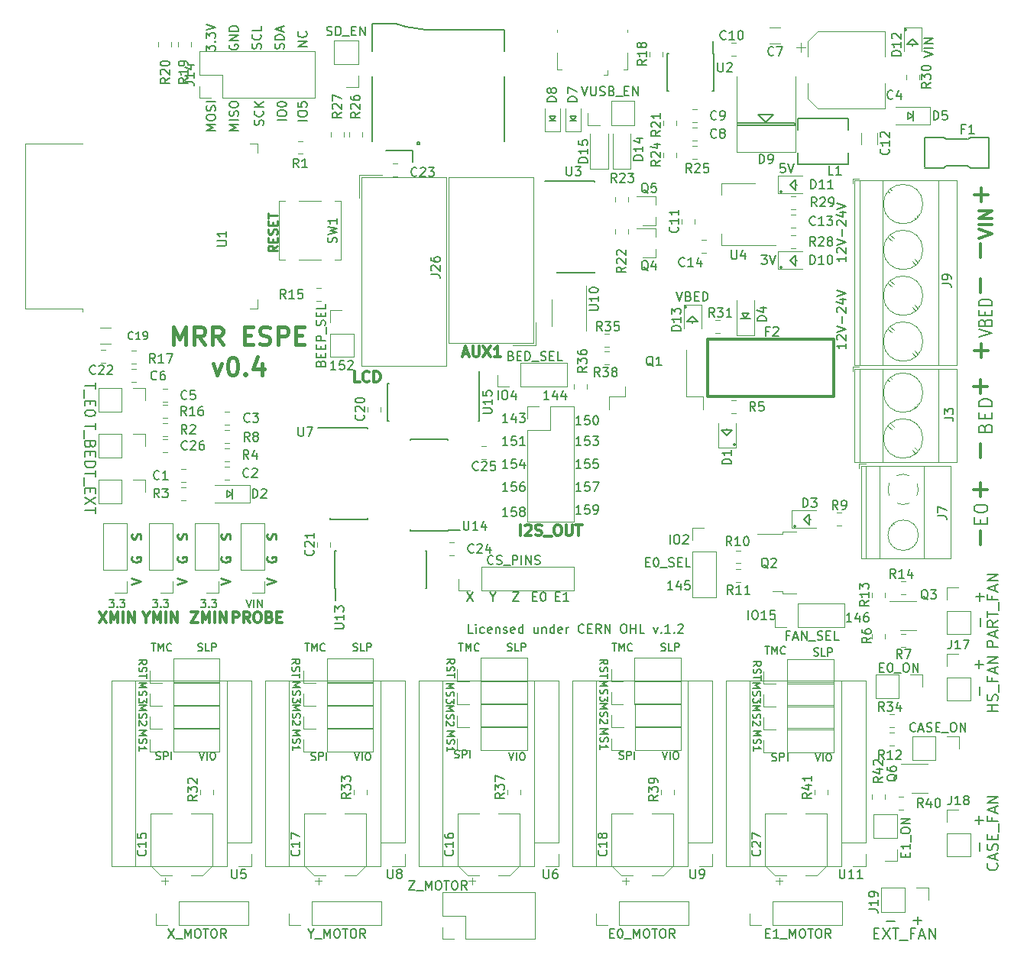
<source format=gto>
G04 #@! TF.GenerationSoftware,KiCad,Pcbnew,5.0.2-bee76a0~70~ubuntu18.04.1*
G04 #@! TF.CreationDate,2019-07-27T20:10:28+09:00*
G04 #@! TF.ProjectId,MRR_ESPE,4d52525f-4553-4504-952e-6b696361645f,v0.4*
G04 #@! TF.SameCoordinates,Original*
G04 #@! TF.FileFunction,Legend,Top*
G04 #@! TF.FilePolarity,Positive*
%FSLAX46Y46*%
G04 Gerber Fmt 4.6, Leading zero omitted, Abs format (unit mm)*
G04 Created by KiCad (PCBNEW 5.0.2-bee76a0~70~ubuntu18.04.1) date Sat 27 Jul 2019 08:10:28 PM JST*
%MOMM*%
%LPD*%
G01*
G04 APERTURE LIST*
%ADD10C,0.200000*%
%ADD11C,0.250000*%
%ADD12C,0.300000*%
%ADD13C,0.400000*%
%ADD14C,0.150000*%
%ADD15C,0.120000*%
G04 APERTURE END LIST*
D10*
X64952380Y-42585714D02*
X63952380Y-42585714D01*
X64952380Y-42014285D01*
X63952380Y-42014285D01*
X64857142Y-40966666D02*
X64904761Y-41014285D01*
X64952380Y-41157142D01*
X64952380Y-41252380D01*
X64904761Y-41395238D01*
X64809523Y-41490476D01*
X64714285Y-41538095D01*
X64523809Y-41585714D01*
X64380952Y-41585714D01*
X64190476Y-41538095D01*
X64095238Y-41490476D01*
X64000000Y-41395238D01*
X63952380Y-41252380D01*
X63952380Y-41157142D01*
X64000000Y-41014285D01*
X64047619Y-40966666D01*
X64952380Y-50800000D02*
X63952380Y-50800000D01*
X63952380Y-50133333D02*
X63952380Y-49942857D01*
X64000000Y-49847619D01*
X64095238Y-49752380D01*
X64285714Y-49704761D01*
X64619047Y-49704761D01*
X64809523Y-49752380D01*
X64904761Y-49847619D01*
X64952380Y-49942857D01*
X64952380Y-50133333D01*
X64904761Y-50228571D01*
X64809523Y-50323809D01*
X64619047Y-50371428D01*
X64285714Y-50371428D01*
X64095238Y-50323809D01*
X64000000Y-50228571D01*
X63952380Y-50133333D01*
X63952380Y-48800000D02*
X63952380Y-49276190D01*
X64428571Y-49323809D01*
X64380952Y-49276190D01*
X64333333Y-49180952D01*
X64333333Y-48942857D01*
X64380952Y-48847619D01*
X64428571Y-48800000D01*
X64523809Y-48752380D01*
X64761904Y-48752380D01*
X64857142Y-48800000D01*
X64904761Y-48847619D01*
X64952380Y-48942857D01*
X64952380Y-49180952D01*
X64904761Y-49276190D01*
X64857142Y-49323809D01*
D11*
X45558870Y-102222043D02*
X46558870Y-101888710D01*
X45558870Y-101555376D01*
X45606490Y-99201805D02*
X45558870Y-99297043D01*
X45558870Y-99439900D01*
X45606490Y-99582757D01*
X45701728Y-99677995D01*
X45796966Y-99725614D01*
X45987442Y-99773233D01*
X46130299Y-99773233D01*
X46320775Y-99725614D01*
X46416013Y-99677995D01*
X46511251Y-99582757D01*
X46558870Y-99439900D01*
X46558870Y-99344662D01*
X46511251Y-99201805D01*
X46463632Y-99154186D01*
X46130299Y-99154186D01*
X46130299Y-99344662D01*
X46511251Y-97199424D02*
X46558870Y-97056567D01*
X46558870Y-96818471D01*
X46511251Y-96723233D01*
X46463632Y-96675614D01*
X46368394Y-96627995D01*
X46273156Y-96627995D01*
X46177918Y-96675614D01*
X46130299Y-96723233D01*
X46082680Y-96818471D01*
X46035061Y-97008948D01*
X45987442Y-97104186D01*
X45939823Y-97151805D01*
X45844585Y-97199424D01*
X45749347Y-97199424D01*
X45654109Y-97151805D01*
X45606490Y-97104186D01*
X45558870Y-97008948D01*
X45558870Y-96770852D01*
X45606490Y-96627995D01*
X50686490Y-99201805D02*
X50638870Y-99297043D01*
X50638870Y-99439900D01*
X50686490Y-99582757D01*
X50781728Y-99677995D01*
X50876966Y-99725614D01*
X51067442Y-99773233D01*
X51210299Y-99773233D01*
X51400775Y-99725614D01*
X51496013Y-99677995D01*
X51591251Y-99582757D01*
X51638870Y-99439900D01*
X51638870Y-99344662D01*
X51591251Y-99201805D01*
X51543632Y-99154186D01*
X51210299Y-99154186D01*
X51210299Y-99344662D01*
X51591251Y-97199424D02*
X51638870Y-97056567D01*
X51638870Y-96818471D01*
X51591251Y-96723233D01*
X51543632Y-96675614D01*
X51448394Y-96627995D01*
X51353156Y-96627995D01*
X51257918Y-96675614D01*
X51210299Y-96723233D01*
X51162680Y-96818471D01*
X51115061Y-97008948D01*
X51067442Y-97104186D01*
X51019823Y-97151805D01*
X50924585Y-97199424D01*
X50829347Y-97199424D01*
X50734109Y-97151805D01*
X50686490Y-97104186D01*
X50638870Y-97008948D01*
X50638870Y-96770852D01*
X50686490Y-96627995D01*
X50638870Y-102222043D02*
X51638870Y-101888710D01*
X50638870Y-101555376D01*
X55464870Y-102222043D02*
X56464870Y-101888710D01*
X55464870Y-101555376D01*
X55512490Y-99201805D02*
X55464870Y-99297043D01*
X55464870Y-99439900D01*
X55512490Y-99582757D01*
X55607728Y-99677995D01*
X55702966Y-99725614D01*
X55893442Y-99773233D01*
X56036299Y-99773233D01*
X56226775Y-99725614D01*
X56322013Y-99677995D01*
X56417251Y-99582757D01*
X56464870Y-99439900D01*
X56464870Y-99344662D01*
X56417251Y-99201805D01*
X56369632Y-99154186D01*
X56036299Y-99154186D01*
X56036299Y-99344662D01*
X56417251Y-97199424D02*
X56464870Y-97056567D01*
X56464870Y-96818471D01*
X56417251Y-96723233D01*
X56369632Y-96675614D01*
X56274394Y-96627995D01*
X56179156Y-96627995D01*
X56083918Y-96675614D01*
X56036299Y-96723233D01*
X55988680Y-96818471D01*
X55941061Y-97008948D01*
X55893442Y-97104186D01*
X55845823Y-97151805D01*
X55750585Y-97199424D01*
X55655347Y-97199424D01*
X55560109Y-97151805D01*
X55512490Y-97104186D01*
X55464870Y-97008948D01*
X55464870Y-96770852D01*
X55512490Y-96627995D01*
D10*
X68167333Y-78430380D02*
X67595904Y-78430380D01*
X67881619Y-78430380D02*
X67881619Y-77430380D01*
X67786380Y-77573238D01*
X67691142Y-77668476D01*
X67595904Y-77716095D01*
X69072095Y-77430380D02*
X68595904Y-77430380D01*
X68548285Y-77906571D01*
X68595904Y-77858952D01*
X68691142Y-77811333D01*
X68929238Y-77811333D01*
X69024476Y-77858952D01*
X69072095Y-77906571D01*
X69119714Y-78001809D01*
X69119714Y-78239904D01*
X69072095Y-78335142D01*
X69024476Y-78382761D01*
X68929238Y-78430380D01*
X68691142Y-78430380D01*
X68595904Y-78382761D01*
X68548285Y-78335142D01*
X69500666Y-77525619D02*
X69548285Y-77478000D01*
X69643523Y-77430380D01*
X69881619Y-77430380D01*
X69976857Y-77478000D01*
X70024476Y-77525619D01*
X70072095Y-77620857D01*
X70072095Y-77716095D01*
X70024476Y-77858952D01*
X69453047Y-78430380D01*
X70072095Y-78430380D01*
X125317333Y-106370380D02*
X124745904Y-106370380D01*
X125031619Y-106370380D02*
X125031619Y-105370380D01*
X124936380Y-105513238D01*
X124841142Y-105608476D01*
X124745904Y-105656095D01*
X126174476Y-105703714D02*
X126174476Y-106370380D01*
X125936380Y-105322761D02*
X125698285Y-106037047D01*
X126317333Y-106037047D01*
X127126857Y-105370380D02*
X126936380Y-105370380D01*
X126841142Y-105418000D01*
X126793523Y-105465619D01*
X126698285Y-105608476D01*
X126650666Y-105798952D01*
X126650666Y-106179904D01*
X126698285Y-106275142D01*
X126745904Y-106322761D01*
X126841142Y-106370380D01*
X127031619Y-106370380D01*
X127126857Y-106322761D01*
X127174476Y-106275142D01*
X127222095Y-106179904D01*
X127222095Y-105941809D01*
X127174476Y-105846571D01*
X127126857Y-105798952D01*
X127031619Y-105751333D01*
X126841142Y-105751333D01*
X126745904Y-105798952D01*
X126698285Y-105846571D01*
X126650666Y-105941809D01*
X113839809Y-106116380D02*
X113839809Y-105116380D01*
X114506476Y-105116380D02*
X114696952Y-105116380D01*
X114792190Y-105164000D01*
X114887428Y-105259238D01*
X114935047Y-105449714D01*
X114935047Y-105783047D01*
X114887428Y-105973523D01*
X114792190Y-106068761D01*
X114696952Y-106116380D01*
X114506476Y-106116380D01*
X114411238Y-106068761D01*
X114316000Y-105973523D01*
X114268380Y-105783047D01*
X114268380Y-105449714D01*
X114316000Y-105259238D01*
X114411238Y-105164000D01*
X114506476Y-105116380D01*
X115887428Y-106116380D02*
X115316000Y-106116380D01*
X115601714Y-106116380D02*
X115601714Y-105116380D01*
X115506476Y-105259238D01*
X115411238Y-105354476D01*
X115316000Y-105402095D01*
X116792190Y-105116380D02*
X116316000Y-105116380D01*
X116268380Y-105592571D01*
X116316000Y-105544952D01*
X116411238Y-105497333D01*
X116649333Y-105497333D01*
X116744571Y-105544952D01*
X116792190Y-105592571D01*
X116839809Y-105687809D01*
X116839809Y-105925904D01*
X116792190Y-106021142D01*
X116744571Y-106068761D01*
X116649333Y-106116380D01*
X116411238Y-106116380D01*
X116316000Y-106068761D01*
X116268380Y-106021142D01*
X105505333Y-102814380D02*
X104933904Y-102814380D01*
X105219619Y-102814380D02*
X105219619Y-101814380D01*
X105124380Y-101957238D01*
X105029142Y-102052476D01*
X104933904Y-102100095D01*
X106362476Y-102147714D02*
X106362476Y-102814380D01*
X106124380Y-101766761D02*
X105886285Y-102481047D01*
X106505333Y-102481047D01*
X107362476Y-101814380D02*
X106886285Y-101814380D01*
X106838666Y-102290571D01*
X106886285Y-102242952D01*
X106981523Y-102195333D01*
X107219619Y-102195333D01*
X107314857Y-102242952D01*
X107362476Y-102290571D01*
X107410095Y-102385809D01*
X107410095Y-102623904D01*
X107362476Y-102719142D01*
X107314857Y-102766761D01*
X107219619Y-102814380D01*
X106981523Y-102814380D01*
X106886285Y-102766761D01*
X106838666Y-102719142D01*
X105172000Y-97734380D02*
X105172000Y-96734380D01*
X105838666Y-96734380D02*
X106029142Y-96734380D01*
X106124380Y-96782000D01*
X106219619Y-96877238D01*
X106267238Y-97067714D01*
X106267238Y-97401047D01*
X106219619Y-97591523D01*
X106124380Y-97686761D01*
X106029142Y-97734380D01*
X105838666Y-97734380D01*
X105743428Y-97686761D01*
X105648190Y-97591523D01*
X105600571Y-97401047D01*
X105600571Y-97067714D01*
X105648190Y-96877238D01*
X105743428Y-96782000D01*
X105838666Y-96734380D01*
X106648190Y-96829619D02*
X106695809Y-96782000D01*
X106791047Y-96734380D01*
X107029142Y-96734380D01*
X107124380Y-96782000D01*
X107172000Y-96829619D01*
X107219619Y-96924857D01*
X107219619Y-97020095D01*
X107172000Y-97162952D01*
X106600571Y-97734380D01*
X107219619Y-97734380D01*
X91789333Y-81732380D02*
X91217904Y-81732380D01*
X91503619Y-81732380D02*
X91503619Y-80732380D01*
X91408380Y-80875238D01*
X91313142Y-80970476D01*
X91217904Y-81018095D01*
X92646476Y-81065714D02*
X92646476Y-81732380D01*
X92408380Y-80684761D02*
X92170285Y-81399047D01*
X92789333Y-81399047D01*
X93598857Y-81065714D02*
X93598857Y-81732380D01*
X93360761Y-80684761D02*
X93122666Y-81399047D01*
X93741714Y-81399047D01*
X86122000Y-81732380D02*
X86122000Y-80732380D01*
X86788666Y-80732380D02*
X86979142Y-80732380D01*
X87074380Y-80780000D01*
X87169619Y-80875238D01*
X87217238Y-81065714D01*
X87217238Y-81399047D01*
X87169619Y-81589523D01*
X87074380Y-81684761D01*
X86979142Y-81732380D01*
X86788666Y-81732380D01*
X86693428Y-81684761D01*
X86598190Y-81589523D01*
X86550571Y-81399047D01*
X86550571Y-81065714D01*
X86598190Y-80875238D01*
X86693428Y-80780000D01*
X86788666Y-80732380D01*
X88074380Y-81065714D02*
X88074380Y-81732380D01*
X87836285Y-80684761D02*
X87598190Y-81399047D01*
X88217238Y-81399047D01*
X95345333Y-94432380D02*
X94773904Y-94432380D01*
X95059619Y-94432380D02*
X95059619Y-93432380D01*
X94964380Y-93575238D01*
X94869142Y-93670476D01*
X94773904Y-93718095D01*
X96250095Y-93432380D02*
X95773904Y-93432380D01*
X95726285Y-93908571D01*
X95773904Y-93860952D01*
X95869142Y-93813333D01*
X96107238Y-93813333D01*
X96202476Y-93860952D01*
X96250095Y-93908571D01*
X96297714Y-94003809D01*
X96297714Y-94241904D01*
X96250095Y-94337142D01*
X96202476Y-94384761D01*
X96107238Y-94432380D01*
X95869142Y-94432380D01*
X95773904Y-94384761D01*
X95726285Y-94337142D01*
X96773904Y-94432380D02*
X96964380Y-94432380D01*
X97059619Y-94384761D01*
X97107238Y-94337142D01*
X97202476Y-94194285D01*
X97250095Y-94003809D01*
X97250095Y-93622857D01*
X97202476Y-93527619D01*
X97154857Y-93480000D01*
X97059619Y-93432380D01*
X96869142Y-93432380D01*
X96773904Y-93480000D01*
X96726285Y-93527619D01*
X96678666Y-93622857D01*
X96678666Y-93860952D01*
X96726285Y-93956190D01*
X96773904Y-94003809D01*
X96869142Y-94051428D01*
X97059619Y-94051428D01*
X97154857Y-94003809D01*
X97202476Y-93956190D01*
X97250095Y-93860952D01*
X95345333Y-91892380D02*
X94773904Y-91892380D01*
X95059619Y-91892380D02*
X95059619Y-90892380D01*
X94964380Y-91035238D01*
X94869142Y-91130476D01*
X94773904Y-91178095D01*
X96250095Y-90892380D02*
X95773904Y-90892380D01*
X95726285Y-91368571D01*
X95773904Y-91320952D01*
X95869142Y-91273333D01*
X96107238Y-91273333D01*
X96202476Y-91320952D01*
X96250095Y-91368571D01*
X96297714Y-91463809D01*
X96297714Y-91701904D01*
X96250095Y-91797142D01*
X96202476Y-91844761D01*
X96107238Y-91892380D01*
X95869142Y-91892380D01*
X95773904Y-91844761D01*
X95726285Y-91797142D01*
X96631047Y-90892380D02*
X97297714Y-90892380D01*
X96869142Y-91892380D01*
X95345333Y-89352380D02*
X94773904Y-89352380D01*
X95059619Y-89352380D02*
X95059619Y-88352380D01*
X94964380Y-88495238D01*
X94869142Y-88590476D01*
X94773904Y-88638095D01*
X96250095Y-88352380D02*
X95773904Y-88352380D01*
X95726285Y-88828571D01*
X95773904Y-88780952D01*
X95869142Y-88733333D01*
X96107238Y-88733333D01*
X96202476Y-88780952D01*
X96250095Y-88828571D01*
X96297714Y-88923809D01*
X96297714Y-89161904D01*
X96250095Y-89257142D01*
X96202476Y-89304761D01*
X96107238Y-89352380D01*
X95869142Y-89352380D01*
X95773904Y-89304761D01*
X95726285Y-89257142D01*
X97202476Y-88352380D02*
X96726285Y-88352380D01*
X96678666Y-88828571D01*
X96726285Y-88780952D01*
X96821523Y-88733333D01*
X97059619Y-88733333D01*
X97154857Y-88780952D01*
X97202476Y-88828571D01*
X97250095Y-88923809D01*
X97250095Y-89161904D01*
X97202476Y-89257142D01*
X97154857Y-89304761D01*
X97059619Y-89352380D01*
X96821523Y-89352380D01*
X96726285Y-89304761D01*
X96678666Y-89257142D01*
X95345333Y-86812380D02*
X94773904Y-86812380D01*
X95059619Y-86812380D02*
X95059619Y-85812380D01*
X94964380Y-85955238D01*
X94869142Y-86050476D01*
X94773904Y-86098095D01*
X96250095Y-85812380D02*
X95773904Y-85812380D01*
X95726285Y-86288571D01*
X95773904Y-86240952D01*
X95869142Y-86193333D01*
X96107238Y-86193333D01*
X96202476Y-86240952D01*
X96250095Y-86288571D01*
X96297714Y-86383809D01*
X96297714Y-86621904D01*
X96250095Y-86717142D01*
X96202476Y-86764761D01*
X96107238Y-86812380D01*
X95869142Y-86812380D01*
X95773904Y-86764761D01*
X95726285Y-86717142D01*
X96631047Y-85812380D02*
X97250095Y-85812380D01*
X96916761Y-86193333D01*
X97059619Y-86193333D01*
X97154857Y-86240952D01*
X97202476Y-86288571D01*
X97250095Y-86383809D01*
X97250095Y-86621904D01*
X97202476Y-86717142D01*
X97154857Y-86764761D01*
X97059619Y-86812380D01*
X96773904Y-86812380D01*
X96678666Y-86764761D01*
X96631047Y-86717142D01*
X95345333Y-84526380D02*
X94773904Y-84526380D01*
X95059619Y-84526380D02*
X95059619Y-83526380D01*
X94964380Y-83669238D01*
X94869142Y-83764476D01*
X94773904Y-83812095D01*
X96250095Y-83526380D02*
X95773904Y-83526380D01*
X95726285Y-84002571D01*
X95773904Y-83954952D01*
X95869142Y-83907333D01*
X96107238Y-83907333D01*
X96202476Y-83954952D01*
X96250095Y-84002571D01*
X96297714Y-84097809D01*
X96297714Y-84335904D01*
X96250095Y-84431142D01*
X96202476Y-84478761D01*
X96107238Y-84526380D01*
X95869142Y-84526380D01*
X95773904Y-84478761D01*
X95726285Y-84431142D01*
X96916761Y-83526380D02*
X97012000Y-83526380D01*
X97107238Y-83574000D01*
X97154857Y-83621619D01*
X97202476Y-83716857D01*
X97250095Y-83907333D01*
X97250095Y-84145428D01*
X97202476Y-84335904D01*
X97154857Y-84431142D01*
X97107238Y-84478761D01*
X97012000Y-84526380D01*
X96916761Y-84526380D01*
X96821523Y-84478761D01*
X96773904Y-84431142D01*
X96726285Y-84335904D01*
X96678666Y-84145428D01*
X96678666Y-83907333D01*
X96726285Y-83716857D01*
X96773904Y-83621619D01*
X96821523Y-83574000D01*
X96916761Y-83526380D01*
X87217333Y-84272380D02*
X86645904Y-84272380D01*
X86931619Y-84272380D02*
X86931619Y-83272380D01*
X86836380Y-83415238D01*
X86741142Y-83510476D01*
X86645904Y-83558095D01*
X88074476Y-83605714D02*
X88074476Y-84272380D01*
X87836380Y-83224761D02*
X87598285Y-83939047D01*
X88217333Y-83939047D01*
X88503047Y-83272380D02*
X89122095Y-83272380D01*
X88788761Y-83653333D01*
X88931619Y-83653333D01*
X89026857Y-83700952D01*
X89074476Y-83748571D01*
X89122095Y-83843809D01*
X89122095Y-84081904D01*
X89074476Y-84177142D01*
X89026857Y-84224761D01*
X88931619Y-84272380D01*
X88645904Y-84272380D01*
X88550666Y-84224761D01*
X88503047Y-84177142D01*
X87217333Y-86812380D02*
X86645904Y-86812380D01*
X86931619Y-86812380D02*
X86931619Y-85812380D01*
X86836380Y-85955238D01*
X86741142Y-86050476D01*
X86645904Y-86098095D01*
X88122095Y-85812380D02*
X87645904Y-85812380D01*
X87598285Y-86288571D01*
X87645904Y-86240952D01*
X87741142Y-86193333D01*
X87979238Y-86193333D01*
X88074476Y-86240952D01*
X88122095Y-86288571D01*
X88169714Y-86383809D01*
X88169714Y-86621904D01*
X88122095Y-86717142D01*
X88074476Y-86764761D01*
X87979238Y-86812380D01*
X87741142Y-86812380D01*
X87645904Y-86764761D01*
X87598285Y-86717142D01*
X89122095Y-86812380D02*
X88550666Y-86812380D01*
X88836380Y-86812380D02*
X88836380Y-85812380D01*
X88741142Y-85955238D01*
X88645904Y-86050476D01*
X88550666Y-86098095D01*
X87217333Y-89352380D02*
X86645904Y-89352380D01*
X86931619Y-89352380D02*
X86931619Y-88352380D01*
X86836380Y-88495238D01*
X86741142Y-88590476D01*
X86645904Y-88638095D01*
X88122095Y-88352380D02*
X87645904Y-88352380D01*
X87598285Y-88828571D01*
X87645904Y-88780952D01*
X87741142Y-88733333D01*
X87979238Y-88733333D01*
X88074476Y-88780952D01*
X88122095Y-88828571D01*
X88169714Y-88923809D01*
X88169714Y-89161904D01*
X88122095Y-89257142D01*
X88074476Y-89304761D01*
X87979238Y-89352380D01*
X87741142Y-89352380D01*
X87645904Y-89304761D01*
X87598285Y-89257142D01*
X89026857Y-88685714D02*
X89026857Y-89352380D01*
X88788761Y-88304761D02*
X88550666Y-89019047D01*
X89169714Y-89019047D01*
X87217333Y-91892380D02*
X86645904Y-91892380D01*
X86931619Y-91892380D02*
X86931619Y-90892380D01*
X86836380Y-91035238D01*
X86741142Y-91130476D01*
X86645904Y-91178095D01*
X88122095Y-90892380D02*
X87645904Y-90892380D01*
X87598285Y-91368571D01*
X87645904Y-91320952D01*
X87741142Y-91273333D01*
X87979238Y-91273333D01*
X88074476Y-91320952D01*
X88122095Y-91368571D01*
X88169714Y-91463809D01*
X88169714Y-91701904D01*
X88122095Y-91797142D01*
X88074476Y-91844761D01*
X87979238Y-91892380D01*
X87741142Y-91892380D01*
X87645904Y-91844761D01*
X87598285Y-91797142D01*
X89026857Y-90892380D02*
X88836380Y-90892380D01*
X88741142Y-90940000D01*
X88693523Y-90987619D01*
X88598285Y-91130476D01*
X88550666Y-91320952D01*
X88550666Y-91701904D01*
X88598285Y-91797142D01*
X88645904Y-91844761D01*
X88741142Y-91892380D01*
X88931619Y-91892380D01*
X89026857Y-91844761D01*
X89074476Y-91797142D01*
X89122095Y-91701904D01*
X89122095Y-91463809D01*
X89074476Y-91368571D01*
X89026857Y-91320952D01*
X88931619Y-91273333D01*
X88741142Y-91273333D01*
X88645904Y-91320952D01*
X88598285Y-91368571D01*
X88550666Y-91463809D01*
X87217333Y-94686380D02*
X86645904Y-94686380D01*
X86931619Y-94686380D02*
X86931619Y-93686380D01*
X86836380Y-93829238D01*
X86741142Y-93924476D01*
X86645904Y-93972095D01*
X88122095Y-93686380D02*
X87645904Y-93686380D01*
X87598285Y-94162571D01*
X87645904Y-94114952D01*
X87741142Y-94067333D01*
X87979238Y-94067333D01*
X88074476Y-94114952D01*
X88122095Y-94162571D01*
X88169714Y-94257809D01*
X88169714Y-94495904D01*
X88122095Y-94591142D01*
X88074476Y-94638761D01*
X87979238Y-94686380D01*
X87741142Y-94686380D01*
X87645904Y-94638761D01*
X87598285Y-94591142D01*
X88741142Y-94114952D02*
X88645904Y-94067333D01*
X88598285Y-94019714D01*
X88550666Y-93924476D01*
X88550666Y-93876857D01*
X88598285Y-93781619D01*
X88645904Y-93734000D01*
X88741142Y-93686380D01*
X88931619Y-93686380D01*
X89026857Y-93734000D01*
X89074476Y-93781619D01*
X89122095Y-93876857D01*
X89122095Y-93924476D01*
X89074476Y-94019714D01*
X89026857Y-94067333D01*
X88931619Y-94114952D01*
X88741142Y-94114952D01*
X88645904Y-94162571D01*
X88598285Y-94210190D01*
X88550666Y-94305428D01*
X88550666Y-94495904D01*
X88598285Y-94591142D01*
X88645904Y-94638761D01*
X88741142Y-94686380D01*
X88931619Y-94686380D01*
X89026857Y-94638761D01*
X89074476Y-94591142D01*
X89122095Y-94495904D01*
X89122095Y-94305428D01*
X89074476Y-94210190D01*
X89026857Y-94162571D01*
X88931619Y-94114952D01*
X92527523Y-103560571D02*
X92860857Y-103560571D01*
X93003714Y-104084380D02*
X92527523Y-104084380D01*
X92527523Y-103084380D01*
X93003714Y-103084380D01*
X93956095Y-104084380D02*
X93384666Y-104084380D01*
X93670380Y-104084380D02*
X93670380Y-103084380D01*
X93575142Y-103227238D01*
X93479904Y-103322476D01*
X93384666Y-103370095D01*
X89987523Y-103560571D02*
X90320857Y-103560571D01*
X90463714Y-104084380D02*
X89987523Y-104084380D01*
X89987523Y-103084380D01*
X90463714Y-103084380D01*
X91082761Y-103084380D02*
X91178000Y-103084380D01*
X91273238Y-103132000D01*
X91320857Y-103179619D01*
X91368476Y-103274857D01*
X91416095Y-103465333D01*
X91416095Y-103703428D01*
X91368476Y-103893904D01*
X91320857Y-103989142D01*
X91273238Y-104036761D01*
X91178000Y-104084380D01*
X91082761Y-104084380D01*
X90987523Y-104036761D01*
X90939904Y-103989142D01*
X90892285Y-103893904D01*
X90844666Y-103703428D01*
X90844666Y-103465333D01*
X90892285Y-103274857D01*
X90939904Y-103179619D01*
X90987523Y-103132000D01*
X91082761Y-103084380D01*
X87804666Y-103084380D02*
X88471333Y-103084380D01*
X87804666Y-104084380D01*
X88471333Y-104084380D01*
X85598000Y-103608190D02*
X85598000Y-104084380D01*
X85264666Y-103084380D02*
X85598000Y-103608190D01*
X85931333Y-103084380D01*
X82724666Y-103084380D02*
X83391333Y-104084380D01*
X83391333Y-103084380D02*
X82724666Y-104084380D01*
X127791289Y-140919654D02*
X128191289Y-140919654D01*
X128362717Y-141548226D02*
X127791289Y-141548226D01*
X127791289Y-140348226D01*
X128362717Y-140348226D01*
X128762717Y-140348226D02*
X129562717Y-141548226D01*
X129562717Y-140348226D02*
X128762717Y-141548226D01*
X129848431Y-140348226D02*
X130534146Y-140348226D01*
X130191289Y-141548226D02*
X130191289Y-140348226D01*
X130648431Y-141662511D02*
X131562717Y-141662511D01*
X132248431Y-140919654D02*
X131848431Y-140919654D01*
X131848431Y-141548226D02*
X131848431Y-140348226D01*
X132419860Y-140348226D01*
X132819860Y-141205369D02*
X133391289Y-141205369D01*
X132705574Y-141548226D02*
X133105574Y-140348226D01*
X133505574Y-141548226D01*
X133905574Y-141548226D02*
X133905574Y-140348226D01*
X134591289Y-141548226D01*
X134591289Y-140348226D01*
X129210146Y-139567083D02*
X130124431Y-139567083D01*
X132629574Y-139024226D02*
X132629574Y-139938511D01*
X132172431Y-139481369D02*
X133086717Y-139481369D01*
D12*
X88633714Y-96808857D02*
X88633714Y-95608857D01*
X89148000Y-95723142D02*
X89205142Y-95666000D01*
X89319428Y-95608857D01*
X89605142Y-95608857D01*
X89719428Y-95666000D01*
X89776571Y-95723142D01*
X89833714Y-95837428D01*
X89833714Y-95951714D01*
X89776571Y-96123142D01*
X89090857Y-96808857D01*
X89833714Y-96808857D01*
X90290857Y-96751714D02*
X90462285Y-96808857D01*
X90748000Y-96808857D01*
X90862285Y-96751714D01*
X90919428Y-96694571D01*
X90976571Y-96580285D01*
X90976571Y-96466000D01*
X90919428Y-96351714D01*
X90862285Y-96294571D01*
X90748000Y-96237428D01*
X90519428Y-96180285D01*
X90405142Y-96123142D01*
X90348000Y-96066000D01*
X90290857Y-95951714D01*
X90290857Y-95837428D01*
X90348000Y-95723142D01*
X90405142Y-95666000D01*
X90519428Y-95608857D01*
X90805142Y-95608857D01*
X90976571Y-95666000D01*
X91205142Y-96923142D02*
X92119428Y-96923142D01*
X92633714Y-95608857D02*
X92862285Y-95608857D01*
X92976571Y-95666000D01*
X93090857Y-95780285D01*
X93148000Y-96008857D01*
X93148000Y-96408857D01*
X93090857Y-96637428D01*
X92976571Y-96751714D01*
X92862285Y-96808857D01*
X92633714Y-96808857D01*
X92519428Y-96751714D01*
X92405142Y-96637428D01*
X92348000Y-96408857D01*
X92348000Y-96008857D01*
X92405142Y-95780285D01*
X92519428Y-95666000D01*
X92633714Y-95608857D01*
X93662285Y-95608857D02*
X93662285Y-96580285D01*
X93719428Y-96694571D01*
X93776571Y-96751714D01*
X93890857Y-96808857D01*
X94119428Y-96808857D01*
X94233714Y-96751714D01*
X94290857Y-96694571D01*
X94348000Y-96580285D01*
X94348000Y-95608857D01*
X94748000Y-95608857D02*
X95433714Y-95608857D01*
X95090857Y-96808857D02*
X95090857Y-95608857D01*
D10*
X41551142Y-89576571D02*
X41551142Y-90262285D01*
X40351142Y-89919428D02*
X41551142Y-89919428D01*
X40236857Y-90376571D02*
X40236857Y-91290857D01*
X40979714Y-91576571D02*
X40979714Y-91976571D01*
X40351142Y-92148000D02*
X40351142Y-91576571D01*
X41551142Y-91576571D01*
X41551142Y-92148000D01*
X41551142Y-92548000D02*
X40351142Y-93348000D01*
X41551142Y-93348000D02*
X40351142Y-92548000D01*
X41551142Y-93633714D02*
X41551142Y-94319428D01*
X40351142Y-93976571D02*
X41551142Y-93976571D01*
X114410261Y-118451285D02*
X115260261Y-118451285D01*
X114653118Y-118734619D01*
X115260261Y-119017952D01*
X114410261Y-119017952D01*
X114450737Y-119382238D02*
X114410261Y-119503666D01*
X114410261Y-119706047D01*
X114450737Y-119787000D01*
X114491213Y-119827476D01*
X114572165Y-119867952D01*
X114653118Y-119867952D01*
X114734070Y-119827476D01*
X114774546Y-119787000D01*
X114815023Y-119706047D01*
X114855499Y-119544143D01*
X114895975Y-119463190D01*
X114936451Y-119422714D01*
X115017404Y-119382238D01*
X115098356Y-119382238D01*
X115179308Y-119422714D01*
X115219785Y-119463190D01*
X115260261Y-119544143D01*
X115260261Y-119746523D01*
X115219785Y-119867952D01*
X114410261Y-120677476D02*
X114410261Y-120191762D01*
X114410261Y-120434619D02*
X115260261Y-120434619D01*
X115138832Y-120353666D01*
X115057880Y-120272714D01*
X115017404Y-120191762D01*
X114385261Y-115651285D02*
X115235261Y-115651285D01*
X114628118Y-115934619D01*
X115235261Y-116217952D01*
X114385261Y-116217952D01*
X114425737Y-116582238D02*
X114385261Y-116703666D01*
X114385261Y-116906047D01*
X114425737Y-116987000D01*
X114466213Y-117027476D01*
X114547165Y-117067952D01*
X114628118Y-117067952D01*
X114709070Y-117027476D01*
X114749546Y-116987000D01*
X114790023Y-116906047D01*
X114830499Y-116744143D01*
X114870975Y-116663190D01*
X114911451Y-116622714D01*
X114992404Y-116582238D01*
X115073356Y-116582238D01*
X115154308Y-116622714D01*
X115194785Y-116663190D01*
X115235261Y-116744143D01*
X115235261Y-116946523D01*
X115194785Y-117067952D01*
X115154308Y-117391762D02*
X115194785Y-117432238D01*
X115235261Y-117513190D01*
X115235261Y-117715571D01*
X115194785Y-117796523D01*
X115154308Y-117837000D01*
X115073356Y-117877476D01*
X114992404Y-117877476D01*
X114870975Y-117837000D01*
X114385261Y-117351285D01*
X114385261Y-117877476D01*
X114405261Y-111273666D02*
X114810023Y-110990333D01*
X114405261Y-110787952D02*
X115255261Y-110787952D01*
X115255261Y-111111762D01*
X115214785Y-111192714D01*
X115174308Y-111233190D01*
X115093356Y-111273666D01*
X114971927Y-111273666D01*
X114890975Y-111233190D01*
X114850499Y-111192714D01*
X114810023Y-111111762D01*
X114810023Y-110787952D01*
X114445737Y-111597476D02*
X114405261Y-111718904D01*
X114405261Y-111921285D01*
X114445737Y-112002238D01*
X114486213Y-112042714D01*
X114567165Y-112083190D01*
X114648118Y-112083190D01*
X114729070Y-112042714D01*
X114769546Y-112002238D01*
X114810023Y-111921285D01*
X114850499Y-111759381D01*
X114890975Y-111678428D01*
X114931451Y-111637952D01*
X115012404Y-111597476D01*
X115093356Y-111597476D01*
X115174308Y-111637952D01*
X115214785Y-111678428D01*
X115255261Y-111759381D01*
X115255261Y-111961762D01*
X115214785Y-112083190D01*
X115255261Y-112326047D02*
X115255261Y-112811762D01*
X114405261Y-112568904D02*
X115255261Y-112568904D01*
X114385261Y-113151285D02*
X115235261Y-113151285D01*
X114628118Y-113434619D01*
X115235261Y-113717952D01*
X114385261Y-113717952D01*
X114425737Y-114082238D02*
X114385261Y-114203666D01*
X114385261Y-114406047D01*
X114425737Y-114487000D01*
X114466213Y-114527476D01*
X114547165Y-114567952D01*
X114628118Y-114567952D01*
X114709070Y-114527476D01*
X114749546Y-114487000D01*
X114790023Y-114406047D01*
X114830499Y-114244143D01*
X114870975Y-114163190D01*
X114911451Y-114122714D01*
X114992404Y-114082238D01*
X115073356Y-114082238D01*
X115154308Y-114122714D01*
X115194785Y-114163190D01*
X115235261Y-114244143D01*
X115235261Y-114446523D01*
X115194785Y-114567952D01*
X115235261Y-114851285D02*
X115235261Y-115377476D01*
X114911451Y-115094143D01*
X114911451Y-115215571D01*
X114870975Y-115296523D01*
X114830499Y-115337000D01*
X114749546Y-115377476D01*
X114547165Y-115377476D01*
X114466213Y-115337000D01*
X114425737Y-115296523D01*
X114385261Y-115215571D01*
X114385261Y-114972714D01*
X114425737Y-114891762D01*
X114466213Y-114851285D01*
X121287832Y-120963666D02*
X121571165Y-121813666D01*
X121854499Y-120963666D01*
X122137832Y-121813666D02*
X122137832Y-120963666D01*
X122704499Y-120963666D02*
X122866404Y-120963666D01*
X122947356Y-121004143D01*
X123028308Y-121085095D01*
X123068785Y-121247000D01*
X123068785Y-121530333D01*
X123028308Y-121692238D01*
X122947356Y-121773190D01*
X122866404Y-121813666D01*
X122704499Y-121813666D01*
X122623546Y-121773190D01*
X122542594Y-121692238D01*
X122502118Y-121530333D01*
X122502118Y-121247000D01*
X122542594Y-121085095D01*
X122623546Y-121004143D01*
X122704499Y-120963666D01*
X121146880Y-110103190D02*
X121268308Y-110143666D01*
X121470689Y-110143666D01*
X121551642Y-110103190D01*
X121592118Y-110062714D01*
X121632594Y-109981762D01*
X121632594Y-109900809D01*
X121592118Y-109819857D01*
X121551642Y-109779381D01*
X121470689Y-109738904D01*
X121308785Y-109698428D01*
X121227832Y-109657952D01*
X121187356Y-109617476D01*
X121146880Y-109536523D01*
X121146880Y-109455571D01*
X121187356Y-109374619D01*
X121227832Y-109334143D01*
X121308785Y-109293666D01*
X121511165Y-109293666D01*
X121632594Y-109334143D01*
X122401642Y-110143666D02*
X121996880Y-110143666D01*
X121996880Y-109293666D01*
X122684975Y-110143666D02*
X122684975Y-109293666D01*
X123008785Y-109293666D01*
X123089737Y-109334143D01*
X123130213Y-109374619D01*
X123170689Y-109455571D01*
X123170689Y-109577000D01*
X123130213Y-109657952D01*
X123089737Y-109698428D01*
X123008785Y-109738904D01*
X122684975Y-109738904D01*
X116508546Y-121743190D02*
X116629975Y-121783666D01*
X116832356Y-121783666D01*
X116913308Y-121743190D01*
X116953785Y-121702714D01*
X116994261Y-121621762D01*
X116994261Y-121540809D01*
X116953785Y-121459857D01*
X116913308Y-121419381D01*
X116832356Y-121378904D01*
X116670451Y-121338428D01*
X116589499Y-121297952D01*
X116549023Y-121257476D01*
X116508546Y-121176523D01*
X116508546Y-121095571D01*
X116549023Y-121014619D01*
X116589499Y-120974143D01*
X116670451Y-120933666D01*
X116872832Y-120933666D01*
X116994261Y-120974143D01*
X117358546Y-121783666D02*
X117358546Y-120933666D01*
X117682356Y-120933666D01*
X117763308Y-120974143D01*
X117803785Y-121014619D01*
X117844261Y-121095571D01*
X117844261Y-121217000D01*
X117803785Y-121297952D01*
X117763308Y-121338428D01*
X117682356Y-121378904D01*
X117358546Y-121378904D01*
X118208546Y-121783666D02*
X118208546Y-120933666D01*
X115731213Y-109111666D02*
X116216927Y-109111666D01*
X115974070Y-109961666D02*
X115974070Y-109111666D01*
X116500261Y-109961666D02*
X116500261Y-109111666D01*
X116783594Y-109718809D01*
X117066927Y-109111666D01*
X117066927Y-109961666D01*
X117957404Y-109880714D02*
X117916927Y-109921190D01*
X117795499Y-109961666D01*
X117714546Y-109961666D01*
X117593118Y-109921190D01*
X117512165Y-109840238D01*
X117471689Y-109759285D01*
X117431213Y-109597381D01*
X117431213Y-109475952D01*
X117471689Y-109314047D01*
X117512165Y-109233095D01*
X117593118Y-109152143D01*
X117714546Y-109111666D01*
X117795499Y-109111666D01*
X117916927Y-109152143D01*
X117957404Y-109192619D01*
X98781927Y-108754523D02*
X99267641Y-108754523D01*
X99024784Y-109604523D02*
X99024784Y-108754523D01*
X99550975Y-109604523D02*
X99550975Y-108754523D01*
X99834308Y-109361666D01*
X100117641Y-108754523D01*
X100117641Y-109604523D01*
X101008118Y-109523571D02*
X100967641Y-109564047D01*
X100846213Y-109604523D01*
X100765260Y-109604523D01*
X100643832Y-109564047D01*
X100562879Y-109483095D01*
X100522403Y-109402142D01*
X100481927Y-109240238D01*
X100481927Y-109118809D01*
X100522403Y-108956904D01*
X100562879Y-108875952D01*
X100643832Y-108795000D01*
X100765260Y-108754523D01*
X100846213Y-108754523D01*
X100967641Y-108795000D01*
X101008118Y-108835476D01*
X81799318Y-108754523D02*
X82285032Y-108754523D01*
X82042175Y-109604523D02*
X82042175Y-108754523D01*
X82568366Y-109604523D02*
X82568366Y-108754523D01*
X82851699Y-109361666D01*
X83135032Y-108754523D01*
X83135032Y-109604523D01*
X84025509Y-109523571D02*
X83985032Y-109564047D01*
X83863604Y-109604523D01*
X83782651Y-109604523D01*
X83661223Y-109564047D01*
X83580270Y-109483095D01*
X83539794Y-109402142D01*
X83499318Y-109240238D01*
X83499318Y-109118809D01*
X83539794Y-108956904D01*
X83580270Y-108875952D01*
X83661223Y-108795000D01*
X83782651Y-108754523D01*
X83863604Y-108754523D01*
X83985032Y-108795000D01*
X84025509Y-108835476D01*
X64733717Y-108754523D02*
X65219431Y-108754523D01*
X64976574Y-109604523D02*
X64976574Y-108754523D01*
X65502765Y-109604523D02*
X65502765Y-108754523D01*
X65786098Y-109361666D01*
X66069431Y-108754523D01*
X66069431Y-109604523D01*
X66959908Y-109523571D02*
X66919431Y-109564047D01*
X66798003Y-109604523D01*
X66717050Y-109604523D01*
X66595622Y-109564047D01*
X66514669Y-109483095D01*
X66474193Y-109402142D01*
X66433717Y-109240238D01*
X66433717Y-109118809D01*
X66474193Y-108956904D01*
X66514669Y-108875952D01*
X66595622Y-108795000D01*
X66717050Y-108754523D01*
X66798003Y-108754523D01*
X66919431Y-108795000D01*
X66959908Y-108835476D01*
X47718925Y-108754523D02*
X48204639Y-108754523D01*
X47961782Y-109604523D02*
X47961782Y-108754523D01*
X48487973Y-109604523D02*
X48487973Y-108754523D01*
X48771306Y-109361666D01*
X49054639Y-108754523D01*
X49054639Y-109604523D01*
X49945116Y-109523571D02*
X49904639Y-109564047D01*
X49783211Y-109604523D01*
X49702258Y-109604523D01*
X49580830Y-109564047D01*
X49499877Y-109483095D01*
X49459401Y-109402142D01*
X49418925Y-109240238D01*
X49418925Y-109118809D01*
X49459401Y-108956904D01*
X49499877Y-108875952D01*
X49580830Y-108795000D01*
X49702258Y-108754523D01*
X49783211Y-108754523D01*
X49904639Y-108795000D01*
X49945116Y-108835476D01*
X99559260Y-121542028D02*
X99680689Y-121582504D01*
X99883070Y-121582504D01*
X99964022Y-121542028D01*
X100004499Y-121501552D01*
X100044975Y-121420600D01*
X100044975Y-121339647D01*
X100004499Y-121258695D01*
X99964022Y-121218219D01*
X99883070Y-121177742D01*
X99721165Y-121137266D01*
X99640213Y-121096790D01*
X99599737Y-121056314D01*
X99559260Y-120975361D01*
X99559260Y-120894409D01*
X99599737Y-120813457D01*
X99640213Y-120772981D01*
X99721165Y-120732504D01*
X99923546Y-120732504D01*
X100044975Y-120772981D01*
X100409260Y-121582504D02*
X100409260Y-120732504D01*
X100733070Y-120732504D01*
X100814022Y-120772981D01*
X100854499Y-120813457D01*
X100894975Y-120894409D01*
X100894975Y-121015838D01*
X100854499Y-121096790D01*
X100814022Y-121137266D01*
X100733070Y-121177742D01*
X100409260Y-121177742D01*
X101259260Y-121582504D02*
X101259260Y-120732504D01*
D12*
X70799428Y-79790857D02*
X70228000Y-79790857D01*
X70228000Y-78590857D01*
X71885142Y-79676571D02*
X71828000Y-79733714D01*
X71656571Y-79790857D01*
X71542285Y-79790857D01*
X71370857Y-79733714D01*
X71256571Y-79619428D01*
X71199428Y-79505142D01*
X71142285Y-79276571D01*
X71142285Y-79105142D01*
X71199428Y-78876571D01*
X71256571Y-78762285D01*
X71370857Y-78648000D01*
X71542285Y-78590857D01*
X71656571Y-78590857D01*
X71828000Y-78648000D01*
X71885142Y-78705142D01*
X72399428Y-79790857D02*
X72399428Y-78590857D01*
X72685142Y-78590857D01*
X72856571Y-78648000D01*
X72970857Y-78762285D01*
X73028000Y-78876571D01*
X73085142Y-79105142D01*
X73085142Y-79276571D01*
X73028000Y-79505142D01*
X72970857Y-79619428D01*
X72856571Y-79733714D01*
X72685142Y-79790857D01*
X72399428Y-79790857D01*
X82270857Y-76654000D02*
X82842285Y-76654000D01*
X82156571Y-76996857D02*
X82556571Y-75796857D01*
X82956571Y-76996857D01*
X83356571Y-75796857D02*
X83356571Y-76768285D01*
X83413714Y-76882571D01*
X83470857Y-76939714D01*
X83585142Y-76996857D01*
X83813714Y-76996857D01*
X83928000Y-76939714D01*
X83985142Y-76882571D01*
X84042285Y-76768285D01*
X84042285Y-75796857D01*
X84499428Y-75796857D02*
X85299428Y-76996857D01*
X85299428Y-75796857D02*
X84499428Y-76996857D01*
X86385142Y-76996857D02*
X85699428Y-76996857D01*
X86042285Y-76996857D02*
X86042285Y-75796857D01*
X85928000Y-75968285D01*
X85813714Y-76082571D01*
X85699428Y-76139714D01*
D13*
X50213523Y-75658761D02*
X50213523Y-73658761D01*
X50880190Y-75087333D01*
X51546857Y-73658761D01*
X51546857Y-75658761D01*
X53642095Y-75658761D02*
X52975428Y-74706380D01*
X52499238Y-75658761D02*
X52499238Y-73658761D01*
X53261142Y-73658761D01*
X53451619Y-73754000D01*
X53546857Y-73849238D01*
X53642095Y-74039714D01*
X53642095Y-74325428D01*
X53546857Y-74515904D01*
X53451619Y-74611142D01*
X53261142Y-74706380D01*
X52499238Y-74706380D01*
X55642095Y-75658761D02*
X54975428Y-74706380D01*
X54499238Y-75658761D02*
X54499238Y-73658761D01*
X55261142Y-73658761D01*
X55451619Y-73754000D01*
X55546857Y-73849238D01*
X55642095Y-74039714D01*
X55642095Y-74325428D01*
X55546857Y-74515904D01*
X55451619Y-74611142D01*
X55261142Y-74706380D01*
X54499238Y-74706380D01*
X58023047Y-74611142D02*
X58689714Y-74611142D01*
X58975428Y-75658761D02*
X58023047Y-75658761D01*
X58023047Y-73658761D01*
X58975428Y-73658761D01*
X59737333Y-75563523D02*
X60023047Y-75658761D01*
X60499238Y-75658761D01*
X60689714Y-75563523D01*
X60784952Y-75468285D01*
X60880190Y-75277809D01*
X60880190Y-75087333D01*
X60784952Y-74896857D01*
X60689714Y-74801619D01*
X60499238Y-74706380D01*
X60118285Y-74611142D01*
X59927809Y-74515904D01*
X59832571Y-74420666D01*
X59737333Y-74230190D01*
X59737333Y-74039714D01*
X59832571Y-73849238D01*
X59927809Y-73754000D01*
X60118285Y-73658761D01*
X60594476Y-73658761D01*
X60880190Y-73754000D01*
X61737333Y-75658761D02*
X61737333Y-73658761D01*
X62499238Y-73658761D01*
X62689714Y-73754000D01*
X62784952Y-73849238D01*
X62880190Y-74039714D01*
X62880190Y-74325428D01*
X62784952Y-74515904D01*
X62689714Y-74611142D01*
X62499238Y-74706380D01*
X61737333Y-74706380D01*
X63737333Y-74611142D02*
X64404000Y-74611142D01*
X64689714Y-75658761D02*
X63737333Y-75658761D01*
X63737333Y-73658761D01*
X64689714Y-73658761D01*
X54546857Y-77725428D02*
X55023047Y-79058761D01*
X55499238Y-77725428D01*
X56642095Y-77058761D02*
X56832571Y-77058761D01*
X57023047Y-77154000D01*
X57118285Y-77249238D01*
X57213523Y-77439714D01*
X57308761Y-77820666D01*
X57308761Y-78296857D01*
X57213523Y-78677809D01*
X57118285Y-78868285D01*
X57023047Y-78963523D01*
X56832571Y-79058761D01*
X56642095Y-79058761D01*
X56451619Y-78963523D01*
X56356380Y-78868285D01*
X56261142Y-78677809D01*
X56165904Y-78296857D01*
X56165904Y-77820666D01*
X56261142Y-77439714D01*
X56356380Y-77249238D01*
X56451619Y-77154000D01*
X56642095Y-77058761D01*
X58165904Y-78868285D02*
X58261142Y-78963523D01*
X58165904Y-79058761D01*
X58070666Y-78963523D01*
X58165904Y-78868285D01*
X58165904Y-79058761D01*
X59975428Y-77725428D02*
X59975428Y-79058761D01*
X59499238Y-76963523D02*
X59023047Y-78392095D01*
X60261142Y-78392095D01*
D10*
X83361047Y-107640380D02*
X82884857Y-107640380D01*
X82884857Y-106640380D01*
X83694380Y-107640380D02*
X83694380Y-106973714D01*
X83694380Y-106640380D02*
X83646761Y-106688000D01*
X83694380Y-106735619D01*
X83742000Y-106688000D01*
X83694380Y-106640380D01*
X83694380Y-106735619D01*
X84599142Y-107592761D02*
X84503904Y-107640380D01*
X84313428Y-107640380D01*
X84218190Y-107592761D01*
X84170571Y-107545142D01*
X84122952Y-107449904D01*
X84122952Y-107164190D01*
X84170571Y-107068952D01*
X84218190Y-107021333D01*
X84313428Y-106973714D01*
X84503904Y-106973714D01*
X84599142Y-107021333D01*
X85408666Y-107592761D02*
X85313428Y-107640380D01*
X85122952Y-107640380D01*
X85027714Y-107592761D01*
X84980095Y-107497523D01*
X84980095Y-107116571D01*
X85027714Y-107021333D01*
X85122952Y-106973714D01*
X85313428Y-106973714D01*
X85408666Y-107021333D01*
X85456285Y-107116571D01*
X85456285Y-107211809D01*
X84980095Y-107307047D01*
X85884857Y-106973714D02*
X85884857Y-107640380D01*
X85884857Y-107068952D02*
X85932476Y-107021333D01*
X86027714Y-106973714D01*
X86170571Y-106973714D01*
X86265809Y-107021333D01*
X86313428Y-107116571D01*
X86313428Y-107640380D01*
X86742000Y-107592761D02*
X86837238Y-107640380D01*
X87027714Y-107640380D01*
X87122952Y-107592761D01*
X87170571Y-107497523D01*
X87170571Y-107449904D01*
X87122952Y-107354666D01*
X87027714Y-107307047D01*
X86884857Y-107307047D01*
X86789619Y-107259428D01*
X86742000Y-107164190D01*
X86742000Y-107116571D01*
X86789619Y-107021333D01*
X86884857Y-106973714D01*
X87027714Y-106973714D01*
X87122952Y-107021333D01*
X87980095Y-107592761D02*
X87884857Y-107640380D01*
X87694380Y-107640380D01*
X87599142Y-107592761D01*
X87551523Y-107497523D01*
X87551523Y-107116571D01*
X87599142Y-107021333D01*
X87694380Y-106973714D01*
X87884857Y-106973714D01*
X87980095Y-107021333D01*
X88027714Y-107116571D01*
X88027714Y-107211809D01*
X87551523Y-107307047D01*
X88884857Y-107640380D02*
X88884857Y-106640380D01*
X88884857Y-107592761D02*
X88789619Y-107640380D01*
X88599142Y-107640380D01*
X88503904Y-107592761D01*
X88456285Y-107545142D01*
X88408666Y-107449904D01*
X88408666Y-107164190D01*
X88456285Y-107068952D01*
X88503904Y-107021333D01*
X88599142Y-106973714D01*
X88789619Y-106973714D01*
X88884857Y-107021333D01*
X90551523Y-106973714D02*
X90551523Y-107640380D01*
X90122952Y-106973714D02*
X90122952Y-107497523D01*
X90170571Y-107592761D01*
X90265809Y-107640380D01*
X90408666Y-107640380D01*
X90503904Y-107592761D01*
X90551523Y-107545142D01*
X91027714Y-106973714D02*
X91027714Y-107640380D01*
X91027714Y-107068952D02*
X91075333Y-107021333D01*
X91170571Y-106973714D01*
X91313428Y-106973714D01*
X91408666Y-107021333D01*
X91456285Y-107116571D01*
X91456285Y-107640380D01*
X92361047Y-107640380D02*
X92361047Y-106640380D01*
X92361047Y-107592761D02*
X92265809Y-107640380D01*
X92075333Y-107640380D01*
X91980095Y-107592761D01*
X91932476Y-107545142D01*
X91884857Y-107449904D01*
X91884857Y-107164190D01*
X91932476Y-107068952D01*
X91980095Y-107021333D01*
X92075333Y-106973714D01*
X92265809Y-106973714D01*
X92361047Y-107021333D01*
X93218190Y-107592761D02*
X93122952Y-107640380D01*
X92932476Y-107640380D01*
X92837238Y-107592761D01*
X92789619Y-107497523D01*
X92789619Y-107116571D01*
X92837238Y-107021333D01*
X92932476Y-106973714D01*
X93122952Y-106973714D01*
X93218190Y-107021333D01*
X93265809Y-107116571D01*
X93265809Y-107211809D01*
X92789619Y-107307047D01*
X93694380Y-107640380D02*
X93694380Y-106973714D01*
X93694380Y-107164190D02*
X93742000Y-107068952D01*
X93789619Y-107021333D01*
X93884857Y-106973714D01*
X93980095Y-106973714D01*
X95646761Y-107545142D02*
X95599142Y-107592761D01*
X95456285Y-107640380D01*
X95361047Y-107640380D01*
X95218190Y-107592761D01*
X95122952Y-107497523D01*
X95075333Y-107402285D01*
X95027714Y-107211809D01*
X95027714Y-107068952D01*
X95075333Y-106878476D01*
X95122952Y-106783238D01*
X95218190Y-106688000D01*
X95361047Y-106640380D01*
X95456285Y-106640380D01*
X95599142Y-106688000D01*
X95646761Y-106735619D01*
X96075333Y-107116571D02*
X96408666Y-107116571D01*
X96551523Y-107640380D02*
X96075333Y-107640380D01*
X96075333Y-106640380D01*
X96551523Y-106640380D01*
X97551523Y-107640380D02*
X97218190Y-107164190D01*
X96980095Y-107640380D02*
X96980095Y-106640380D01*
X97361047Y-106640380D01*
X97456285Y-106688000D01*
X97503904Y-106735619D01*
X97551523Y-106830857D01*
X97551523Y-106973714D01*
X97503904Y-107068952D01*
X97456285Y-107116571D01*
X97361047Y-107164190D01*
X96980095Y-107164190D01*
X97980095Y-107640380D02*
X97980095Y-106640380D01*
X98551523Y-107640380D01*
X98551523Y-106640380D01*
X99980095Y-106640380D02*
X100170571Y-106640380D01*
X100265809Y-106688000D01*
X100361047Y-106783238D01*
X100408666Y-106973714D01*
X100408666Y-107307047D01*
X100361047Y-107497523D01*
X100265809Y-107592761D01*
X100170571Y-107640380D01*
X99980095Y-107640380D01*
X99884857Y-107592761D01*
X99789619Y-107497523D01*
X99742000Y-107307047D01*
X99742000Y-106973714D01*
X99789619Y-106783238D01*
X99884857Y-106688000D01*
X99980095Y-106640380D01*
X100837238Y-107640380D02*
X100837238Y-106640380D01*
X100837238Y-107116571D02*
X101408666Y-107116571D01*
X101408666Y-107640380D02*
X101408666Y-106640380D01*
X102361047Y-107640380D02*
X101884857Y-107640380D01*
X101884857Y-106640380D01*
X103361047Y-106973714D02*
X103599142Y-107640380D01*
X103837238Y-106973714D01*
X104218190Y-107545142D02*
X104265809Y-107592761D01*
X104218190Y-107640380D01*
X104170571Y-107592761D01*
X104218190Y-107545142D01*
X104218190Y-107640380D01*
X105218190Y-107640380D02*
X104646761Y-107640380D01*
X104932476Y-107640380D02*
X104932476Y-106640380D01*
X104837238Y-106783238D01*
X104742000Y-106878476D01*
X104646761Y-106926095D01*
X105646761Y-107545142D02*
X105694380Y-107592761D01*
X105646761Y-107640380D01*
X105599142Y-107592761D01*
X105646761Y-107545142D01*
X105646761Y-107640380D01*
X106075333Y-106735619D02*
X106122952Y-106688000D01*
X106218190Y-106640380D01*
X106456285Y-106640380D01*
X106551523Y-106688000D01*
X106599142Y-106735619D01*
X106646761Y-106830857D01*
X106646761Y-106926095D01*
X106599142Y-107068952D01*
X106027714Y-107640380D01*
X106646761Y-107640380D01*
X104197594Y-109564047D02*
X104319022Y-109604523D01*
X104521403Y-109604523D01*
X104602356Y-109564047D01*
X104642832Y-109523571D01*
X104683308Y-109442619D01*
X104683308Y-109361666D01*
X104642832Y-109280714D01*
X104602356Y-109240238D01*
X104521403Y-109199761D01*
X104359499Y-109159285D01*
X104278546Y-109118809D01*
X104238070Y-109078333D01*
X104197594Y-108997380D01*
X104197594Y-108916428D01*
X104238070Y-108835476D01*
X104278546Y-108795000D01*
X104359499Y-108754523D01*
X104561879Y-108754523D01*
X104683308Y-108795000D01*
X105452356Y-109604523D02*
X105047594Y-109604523D01*
X105047594Y-108754523D01*
X105735689Y-109604523D02*
X105735689Y-108754523D01*
X106059499Y-108754523D01*
X106140451Y-108795000D01*
X106180927Y-108835476D01*
X106221403Y-108916428D01*
X106221403Y-109037857D01*
X106180927Y-109118809D01*
X106140451Y-109159285D01*
X106059499Y-109199761D01*
X105735689Y-109199761D01*
X104338546Y-120762504D02*
X104621879Y-121612504D01*
X104905213Y-120762504D01*
X105188546Y-121612504D02*
X105188546Y-120762504D01*
X105755213Y-120762504D02*
X105917118Y-120762504D01*
X105998070Y-120802981D01*
X106079022Y-120883933D01*
X106119499Y-121045838D01*
X106119499Y-121329171D01*
X106079022Y-121491076D01*
X105998070Y-121572028D01*
X105917118Y-121612504D01*
X105755213Y-121612504D01*
X105674260Y-121572028D01*
X105593308Y-121491076D01*
X105552832Y-121329171D01*
X105552832Y-121045838D01*
X105593308Y-120883933D01*
X105674260Y-120802981D01*
X105755213Y-120762504D01*
X87184985Y-109564047D02*
X87306413Y-109604523D01*
X87508794Y-109604523D01*
X87589747Y-109564047D01*
X87630223Y-109523571D01*
X87670699Y-109442619D01*
X87670699Y-109361666D01*
X87630223Y-109280714D01*
X87589747Y-109240238D01*
X87508794Y-109199761D01*
X87346890Y-109159285D01*
X87265937Y-109118809D01*
X87225461Y-109078333D01*
X87184985Y-108997380D01*
X87184985Y-108916428D01*
X87225461Y-108835476D01*
X87265937Y-108795000D01*
X87346890Y-108754523D01*
X87549270Y-108754523D01*
X87670699Y-108795000D01*
X88439747Y-109604523D02*
X88034985Y-109604523D01*
X88034985Y-108754523D01*
X88723080Y-109604523D02*
X88723080Y-108754523D01*
X89046890Y-108754523D01*
X89127842Y-108795000D01*
X89168318Y-108835476D01*
X89208794Y-108916428D01*
X89208794Y-109037857D01*
X89168318Y-109118809D01*
X89127842Y-109159285D01*
X89046890Y-109199761D01*
X88723080Y-109199761D01*
X87325937Y-120879741D02*
X87609270Y-121729741D01*
X87892604Y-120879741D01*
X88175937Y-121729741D02*
X88175937Y-120879741D01*
X88742604Y-120879741D02*
X88904509Y-120879741D01*
X88985461Y-120920218D01*
X89066413Y-121001170D01*
X89106890Y-121163075D01*
X89106890Y-121446408D01*
X89066413Y-121608313D01*
X88985461Y-121689265D01*
X88904509Y-121729741D01*
X88742604Y-121729741D01*
X88661651Y-121689265D01*
X88580699Y-121608313D01*
X88540223Y-121446408D01*
X88540223Y-121163075D01*
X88580699Y-121001170D01*
X88661651Y-120920218D01*
X88742604Y-120879741D01*
X81320651Y-121431265D02*
X81442080Y-121471741D01*
X81644461Y-121471741D01*
X81725413Y-121431265D01*
X81765890Y-121390789D01*
X81806366Y-121309837D01*
X81806366Y-121228884D01*
X81765890Y-121147932D01*
X81725413Y-121107456D01*
X81644461Y-121066979D01*
X81482556Y-121026503D01*
X81401604Y-120986027D01*
X81361128Y-120945551D01*
X81320651Y-120864598D01*
X81320651Y-120783646D01*
X81361128Y-120702694D01*
X81401604Y-120662218D01*
X81482556Y-120621741D01*
X81684937Y-120621741D01*
X81806366Y-120662218D01*
X82170651Y-121471741D02*
X82170651Y-120621741D01*
X82494461Y-120621741D01*
X82575413Y-120662218D01*
X82615890Y-120702694D01*
X82656366Y-120783646D01*
X82656366Y-120905075D01*
X82615890Y-120986027D01*
X82575413Y-121026503D01*
X82494461Y-121066979D01*
X82170651Y-121066979D01*
X83020651Y-121471741D02*
X83020651Y-120621741D01*
X70079384Y-109564047D02*
X70200812Y-109604523D01*
X70403193Y-109604523D01*
X70484146Y-109564047D01*
X70524622Y-109523571D01*
X70565098Y-109442619D01*
X70565098Y-109361666D01*
X70524622Y-109280714D01*
X70484146Y-109240238D01*
X70403193Y-109199761D01*
X70241289Y-109159285D01*
X70160336Y-109118809D01*
X70119860Y-109078333D01*
X70079384Y-108997380D01*
X70079384Y-108916428D01*
X70119860Y-108835476D01*
X70160336Y-108795000D01*
X70241289Y-108754523D01*
X70443669Y-108754523D01*
X70565098Y-108795000D01*
X71334146Y-109604523D02*
X70929384Y-109604523D01*
X70929384Y-108754523D01*
X71617479Y-109604523D02*
X71617479Y-108754523D01*
X71941289Y-108754523D01*
X72022241Y-108795000D01*
X72062717Y-108835476D01*
X72103193Y-108916428D01*
X72103193Y-109037857D01*
X72062717Y-109118809D01*
X72022241Y-109159285D01*
X71941289Y-109199761D01*
X71617479Y-109199761D01*
X70220336Y-120878771D02*
X70503669Y-121728771D01*
X70787003Y-120878771D01*
X71070336Y-121728771D02*
X71070336Y-120878771D01*
X71637003Y-120878771D02*
X71798908Y-120878771D01*
X71879860Y-120919248D01*
X71960812Y-121000200D01*
X72001289Y-121162105D01*
X72001289Y-121445438D01*
X71960812Y-121607343D01*
X71879860Y-121688295D01*
X71798908Y-121728771D01*
X71637003Y-121728771D01*
X71556050Y-121688295D01*
X71475098Y-121607343D01*
X71434622Y-121445438D01*
X71434622Y-121162105D01*
X71475098Y-121000200D01*
X71556050Y-120919248D01*
X71637003Y-120878771D01*
X65441050Y-121658295D02*
X65562479Y-121698771D01*
X65764860Y-121698771D01*
X65845812Y-121658295D01*
X65886289Y-121617819D01*
X65926765Y-121536867D01*
X65926765Y-121455914D01*
X65886289Y-121374962D01*
X65845812Y-121334486D01*
X65764860Y-121294009D01*
X65602955Y-121253533D01*
X65522003Y-121213057D01*
X65481527Y-121172581D01*
X65441050Y-121091628D01*
X65441050Y-121010676D01*
X65481527Y-120929724D01*
X65522003Y-120889248D01*
X65602955Y-120848771D01*
X65805336Y-120848771D01*
X65926765Y-120889248D01*
X66291050Y-121698771D02*
X66291050Y-120848771D01*
X66614860Y-120848771D01*
X66695812Y-120889248D01*
X66736289Y-120929724D01*
X66776765Y-121010676D01*
X66776765Y-121132105D01*
X66736289Y-121213057D01*
X66695812Y-121253533D01*
X66614860Y-121294009D01*
X66291050Y-121294009D01*
X67141050Y-121698771D02*
X67141050Y-120848771D01*
X52894592Y-109564047D02*
X53016020Y-109604523D01*
X53218401Y-109604523D01*
X53299354Y-109564047D01*
X53339830Y-109523571D01*
X53380306Y-109442619D01*
X53380306Y-109361666D01*
X53339830Y-109280714D01*
X53299354Y-109240238D01*
X53218401Y-109199761D01*
X53056497Y-109159285D01*
X52975544Y-109118809D01*
X52935068Y-109078333D01*
X52894592Y-108997380D01*
X52894592Y-108916428D01*
X52935068Y-108835476D01*
X52975544Y-108795000D01*
X53056497Y-108754523D01*
X53258877Y-108754523D01*
X53380306Y-108795000D01*
X54149354Y-109604523D02*
X53744592Y-109604523D01*
X53744592Y-108754523D01*
X54432687Y-109604523D02*
X54432687Y-108754523D01*
X54756497Y-108754523D01*
X54837449Y-108795000D01*
X54877925Y-108835476D01*
X54918401Y-108916428D01*
X54918401Y-109037857D01*
X54877925Y-109118809D01*
X54837449Y-109159285D01*
X54756497Y-109199761D01*
X54432687Y-109199761D01*
X48256258Y-121611400D02*
X48377687Y-121651876D01*
X48580068Y-121651876D01*
X48661020Y-121611400D01*
X48701497Y-121570924D01*
X48741973Y-121489972D01*
X48741973Y-121409019D01*
X48701497Y-121328067D01*
X48661020Y-121287591D01*
X48580068Y-121247114D01*
X48418163Y-121206638D01*
X48337211Y-121166162D01*
X48296735Y-121125686D01*
X48256258Y-121044733D01*
X48256258Y-120963781D01*
X48296735Y-120882829D01*
X48337211Y-120842353D01*
X48418163Y-120801876D01*
X48620544Y-120801876D01*
X48741973Y-120842353D01*
X49106258Y-121651876D02*
X49106258Y-120801876D01*
X49430068Y-120801876D01*
X49511020Y-120842353D01*
X49551497Y-120882829D01*
X49591973Y-120963781D01*
X49591973Y-121085210D01*
X49551497Y-121166162D01*
X49511020Y-121206638D01*
X49430068Y-121247114D01*
X49106258Y-121247114D01*
X49956258Y-121651876D02*
X49956258Y-120801876D01*
X53035544Y-120831876D02*
X53318877Y-121681876D01*
X53602211Y-120831876D01*
X53885544Y-121681876D02*
X53885544Y-120831876D01*
X54452211Y-120831876D02*
X54614116Y-120831876D01*
X54695068Y-120872353D01*
X54776020Y-120953305D01*
X54816497Y-121115210D01*
X54816497Y-121398543D01*
X54776020Y-121560448D01*
X54695068Y-121641400D01*
X54614116Y-121681876D01*
X54452211Y-121681876D01*
X54371258Y-121641400D01*
X54290306Y-121560448D01*
X54249830Y-121398543D01*
X54249830Y-121115210D01*
X54290306Y-120953305D01*
X54371258Y-120872353D01*
X54452211Y-120831876D01*
D14*
X58251047Y-103928523D02*
X58534380Y-104778523D01*
X58817714Y-103928523D01*
X59101047Y-104778523D02*
X59101047Y-103928523D01*
X59505809Y-104778523D02*
X59505809Y-103928523D01*
X59991523Y-104778523D01*
X59991523Y-103928523D01*
X53211523Y-103928523D02*
X53737714Y-103928523D01*
X53454380Y-104252333D01*
X53575809Y-104252333D01*
X53656761Y-104292809D01*
X53697238Y-104333285D01*
X53737714Y-104414238D01*
X53737714Y-104616619D01*
X53697238Y-104697571D01*
X53656761Y-104738047D01*
X53575809Y-104778523D01*
X53332952Y-104778523D01*
X53252000Y-104738047D01*
X53211523Y-104697571D01*
X54102000Y-104697571D02*
X54142476Y-104738047D01*
X54102000Y-104778523D01*
X54061523Y-104738047D01*
X54102000Y-104697571D01*
X54102000Y-104778523D01*
X54425809Y-103928523D02*
X54952000Y-103928523D01*
X54668666Y-104252333D01*
X54790095Y-104252333D01*
X54871047Y-104292809D01*
X54911523Y-104333285D01*
X54952000Y-104414238D01*
X54952000Y-104616619D01*
X54911523Y-104697571D01*
X54871047Y-104738047D01*
X54790095Y-104778523D01*
X54547238Y-104778523D01*
X54466285Y-104738047D01*
X54425809Y-104697571D01*
X47877523Y-103928523D02*
X48403714Y-103928523D01*
X48120380Y-104252333D01*
X48241809Y-104252333D01*
X48322761Y-104292809D01*
X48363238Y-104333285D01*
X48403714Y-104414238D01*
X48403714Y-104616619D01*
X48363238Y-104697571D01*
X48322761Y-104738047D01*
X48241809Y-104778523D01*
X47998952Y-104778523D01*
X47918000Y-104738047D01*
X47877523Y-104697571D01*
X48768000Y-104697571D02*
X48808476Y-104738047D01*
X48768000Y-104778523D01*
X48727523Y-104738047D01*
X48768000Y-104697571D01*
X48768000Y-104778523D01*
X49091809Y-103928523D02*
X49618000Y-103928523D01*
X49334666Y-104252333D01*
X49456095Y-104252333D01*
X49537047Y-104292809D01*
X49577523Y-104333285D01*
X49618000Y-104414238D01*
X49618000Y-104616619D01*
X49577523Y-104697571D01*
X49537047Y-104738047D01*
X49456095Y-104778523D01*
X49213238Y-104778523D01*
X49132285Y-104738047D01*
X49091809Y-104697571D01*
X43051523Y-103928523D02*
X43577714Y-103928523D01*
X43294380Y-104252333D01*
X43415809Y-104252333D01*
X43496761Y-104292809D01*
X43537238Y-104333285D01*
X43577714Y-104414238D01*
X43577714Y-104616619D01*
X43537238Y-104697571D01*
X43496761Y-104738047D01*
X43415809Y-104778523D01*
X43172952Y-104778523D01*
X43092000Y-104738047D01*
X43051523Y-104697571D01*
X43942000Y-104697571D02*
X43982476Y-104738047D01*
X43942000Y-104778523D01*
X43901523Y-104738047D01*
X43942000Y-104697571D01*
X43942000Y-104778523D01*
X44265809Y-103928523D02*
X44792000Y-103928523D01*
X44508666Y-104252333D01*
X44630095Y-104252333D01*
X44711047Y-104292809D01*
X44751523Y-104333285D01*
X44792000Y-104414238D01*
X44792000Y-104616619D01*
X44751523Y-104697571D01*
X44711047Y-104738047D01*
X44630095Y-104778523D01*
X44387238Y-104778523D01*
X44306285Y-104738047D01*
X44265809Y-104697571D01*
D10*
X105910285Y-69810380D02*
X106243619Y-70810380D01*
X106576952Y-69810380D01*
X107243619Y-70286571D02*
X107386476Y-70334190D01*
X107434095Y-70381809D01*
X107481714Y-70477047D01*
X107481714Y-70619904D01*
X107434095Y-70715142D01*
X107386476Y-70762761D01*
X107291238Y-70810380D01*
X106910285Y-70810380D01*
X106910285Y-69810380D01*
X107243619Y-69810380D01*
X107338857Y-69858000D01*
X107386476Y-69905619D01*
X107434095Y-70000857D01*
X107434095Y-70096095D01*
X107386476Y-70191333D01*
X107338857Y-70238952D01*
X107243619Y-70286571D01*
X106910285Y-70286571D01*
X107910285Y-70286571D02*
X108243619Y-70286571D01*
X108386476Y-70810380D02*
X107910285Y-70810380D01*
X107910285Y-69810380D01*
X108386476Y-69810380D01*
X108815047Y-70810380D02*
X108815047Y-69810380D01*
X109053142Y-69810380D01*
X109195999Y-69858000D01*
X109291238Y-69953238D01*
X109338857Y-70048476D01*
X109386476Y-70238952D01*
X109386476Y-70381809D01*
X109338857Y-70572285D01*
X109291238Y-70667523D01*
X109195999Y-70762761D01*
X109053142Y-70810380D01*
X108815047Y-70810380D01*
X133310380Y-43767238D02*
X134310380Y-43433904D01*
X133310380Y-43100571D01*
X134310380Y-42767238D02*
X133310380Y-42767238D01*
X134310380Y-42291047D02*
X133310380Y-42291047D01*
X134310380Y-41719619D01*
X133310380Y-41719619D01*
X117919523Y-55586380D02*
X117443333Y-55586380D01*
X117395714Y-56062571D01*
X117443333Y-56014952D01*
X117538571Y-55967333D01*
X117776666Y-55967333D01*
X117871904Y-56014952D01*
X117919523Y-56062571D01*
X117967142Y-56157809D01*
X117967142Y-56395904D01*
X117919523Y-56491142D01*
X117871904Y-56538761D01*
X117776666Y-56586380D01*
X117538571Y-56586380D01*
X117443333Y-56538761D01*
X117395714Y-56491142D01*
X118252857Y-55586380D02*
X118586190Y-56586380D01*
X118919523Y-55586380D01*
X115316095Y-65746380D02*
X115935142Y-65746380D01*
X115601809Y-66127333D01*
X115744666Y-66127333D01*
X115839904Y-66174952D01*
X115887523Y-66222571D01*
X115935142Y-66317809D01*
X115935142Y-66555904D01*
X115887523Y-66651142D01*
X115839904Y-66698761D01*
X115744666Y-66746380D01*
X115458952Y-66746380D01*
X115363714Y-66698761D01*
X115316095Y-66651142D01*
X116220857Y-65746380D02*
X116554190Y-66746380D01*
X116887523Y-65746380D01*
X62682380Y-50784000D02*
X61682380Y-50784000D01*
X61682380Y-50117333D02*
X61682380Y-49926857D01*
X61730000Y-49831619D01*
X61825238Y-49736380D01*
X62015714Y-49688761D01*
X62349047Y-49688761D01*
X62539523Y-49736380D01*
X62634761Y-49831619D01*
X62682380Y-49926857D01*
X62682380Y-50117333D01*
X62634761Y-50212571D01*
X62539523Y-50307809D01*
X62349047Y-50355428D01*
X62015714Y-50355428D01*
X61825238Y-50307809D01*
X61730000Y-50212571D01*
X61682380Y-50117333D01*
X61682380Y-49069714D02*
X61682380Y-48974476D01*
X61730000Y-48879238D01*
X61777619Y-48831619D01*
X61872857Y-48784000D01*
X62063333Y-48736380D01*
X62301428Y-48736380D01*
X62491904Y-48784000D01*
X62587142Y-48831619D01*
X62634761Y-48879238D01*
X62682380Y-48974476D01*
X62682380Y-49069714D01*
X62634761Y-49164952D01*
X62587142Y-49212571D01*
X62491904Y-49260190D01*
X62301428Y-49307809D01*
X62063333Y-49307809D01*
X61872857Y-49260190D01*
X61777619Y-49212571D01*
X61730000Y-49164952D01*
X61682380Y-49069714D01*
X60094761Y-51323714D02*
X60142380Y-51180857D01*
X60142380Y-50942761D01*
X60094761Y-50847523D01*
X60047142Y-50799904D01*
X59951904Y-50752285D01*
X59856666Y-50752285D01*
X59761428Y-50799904D01*
X59713809Y-50847523D01*
X59666190Y-50942761D01*
X59618571Y-51133238D01*
X59570952Y-51228476D01*
X59523333Y-51276095D01*
X59428095Y-51323714D01*
X59332857Y-51323714D01*
X59237619Y-51276095D01*
X59190000Y-51228476D01*
X59142380Y-51133238D01*
X59142380Y-50895142D01*
X59190000Y-50752285D01*
X60047142Y-49752285D02*
X60094761Y-49799904D01*
X60142380Y-49942761D01*
X60142380Y-50038000D01*
X60094761Y-50180857D01*
X59999523Y-50276095D01*
X59904285Y-50323714D01*
X59713809Y-50371333D01*
X59570952Y-50371333D01*
X59380476Y-50323714D01*
X59285238Y-50276095D01*
X59190000Y-50180857D01*
X59142380Y-50038000D01*
X59142380Y-49942761D01*
X59190000Y-49799904D01*
X59237619Y-49752285D01*
X60142380Y-49323714D02*
X59142380Y-49323714D01*
X60142380Y-48752285D02*
X59570952Y-49180857D01*
X59142380Y-48752285D02*
X59713809Y-49323714D01*
X57369093Y-51893199D02*
X56369093Y-51893199D01*
X57083379Y-51559866D01*
X56369093Y-51226532D01*
X57369093Y-51226532D01*
X57369093Y-50750342D02*
X56369093Y-50750342D01*
X57321474Y-50321771D02*
X57369093Y-50178913D01*
X57369093Y-49940818D01*
X57321474Y-49845580D01*
X57273855Y-49797961D01*
X57178617Y-49750342D01*
X57083379Y-49750342D01*
X56988141Y-49797961D01*
X56940522Y-49845580D01*
X56892903Y-49940818D01*
X56845284Y-50131294D01*
X56797665Y-50226532D01*
X56750046Y-50274151D01*
X56654808Y-50321771D01*
X56559570Y-50321771D01*
X56464332Y-50274151D01*
X56416713Y-50226532D01*
X56369093Y-50131294D01*
X56369093Y-49893199D01*
X56416713Y-49750342D01*
X56369093Y-49131294D02*
X56369093Y-48940818D01*
X56416713Y-48845580D01*
X56511951Y-48750342D01*
X56702427Y-48702723D01*
X57035760Y-48702723D01*
X57226236Y-48750342D01*
X57321474Y-48845580D01*
X57369093Y-48940818D01*
X57369093Y-49131294D01*
X57321474Y-49226532D01*
X57226236Y-49321771D01*
X57035760Y-49369390D01*
X56702427Y-49369390D01*
X56511951Y-49321771D01*
X56416713Y-49226532D01*
X56369093Y-49131294D01*
X54829093Y-51893199D02*
X53829093Y-51893199D01*
X54543379Y-51559866D01*
X53829093Y-51226532D01*
X54829093Y-51226532D01*
X53829093Y-50559866D02*
X53829093Y-50369390D01*
X53876713Y-50274151D01*
X53971951Y-50178913D01*
X54162427Y-50131294D01*
X54495760Y-50131294D01*
X54686236Y-50178913D01*
X54781474Y-50274151D01*
X54829093Y-50369390D01*
X54829093Y-50559866D01*
X54781474Y-50655104D01*
X54686236Y-50750342D01*
X54495760Y-50797961D01*
X54162427Y-50797961D01*
X53971951Y-50750342D01*
X53876713Y-50655104D01*
X53829093Y-50559866D01*
X54781474Y-49750342D02*
X54829093Y-49607485D01*
X54829093Y-49369390D01*
X54781474Y-49274151D01*
X54733855Y-49226532D01*
X54638617Y-49178913D01*
X54543379Y-49178913D01*
X54448141Y-49226532D01*
X54400522Y-49274151D01*
X54352903Y-49369390D01*
X54305284Y-49559866D01*
X54257665Y-49655104D01*
X54210046Y-49702723D01*
X54114808Y-49750342D01*
X54019570Y-49750342D01*
X53924332Y-49702723D01*
X53876713Y-49655104D01*
X53829093Y-49559866D01*
X53829093Y-49321771D01*
X53876713Y-49178913D01*
X54829093Y-48750342D02*
X53829093Y-48750342D01*
X62380761Y-42870285D02*
X62428380Y-42727428D01*
X62428380Y-42489333D01*
X62380761Y-42394095D01*
X62333142Y-42346476D01*
X62237904Y-42298857D01*
X62142666Y-42298857D01*
X62047428Y-42346476D01*
X61999809Y-42394095D01*
X61952190Y-42489333D01*
X61904571Y-42679809D01*
X61856952Y-42775047D01*
X61809333Y-42822666D01*
X61714095Y-42870285D01*
X61618857Y-42870285D01*
X61523619Y-42822666D01*
X61476000Y-42775047D01*
X61428380Y-42679809D01*
X61428380Y-42441714D01*
X61476000Y-42298857D01*
X62428380Y-41870285D02*
X61428380Y-41870285D01*
X61428380Y-41632190D01*
X61476000Y-41489333D01*
X61571238Y-41394095D01*
X61666476Y-41346476D01*
X61856952Y-41298857D01*
X61999809Y-41298857D01*
X62190285Y-41346476D01*
X62285523Y-41394095D01*
X62380761Y-41489333D01*
X62428380Y-41632190D01*
X62428380Y-41870285D01*
X62142666Y-40917904D02*
X62142666Y-40441714D01*
X62428380Y-41013142D02*
X61428380Y-40679809D01*
X62428380Y-40346476D01*
X59840761Y-42846476D02*
X59888380Y-42703619D01*
X59888380Y-42465523D01*
X59840761Y-42370285D01*
X59793142Y-42322666D01*
X59697904Y-42275047D01*
X59602666Y-42275047D01*
X59507428Y-42322666D01*
X59459809Y-42370285D01*
X59412190Y-42465523D01*
X59364571Y-42656000D01*
X59316952Y-42751238D01*
X59269333Y-42798857D01*
X59174095Y-42846476D01*
X59078857Y-42846476D01*
X58983619Y-42798857D01*
X58936000Y-42751238D01*
X58888380Y-42656000D01*
X58888380Y-42417904D01*
X58936000Y-42275047D01*
X59793142Y-41275047D02*
X59840761Y-41322666D01*
X59888380Y-41465523D01*
X59888380Y-41560761D01*
X59840761Y-41703619D01*
X59745523Y-41798857D01*
X59650285Y-41846476D01*
X59459809Y-41894095D01*
X59316952Y-41894095D01*
X59126476Y-41846476D01*
X59031238Y-41798857D01*
X58936000Y-41703619D01*
X58888380Y-41560761D01*
X58888380Y-41465523D01*
X58936000Y-41322666D01*
X58983619Y-41275047D01*
X59888380Y-40370285D02*
X59888380Y-40846476D01*
X58888380Y-40846476D01*
X56396000Y-42417904D02*
X56348380Y-42513142D01*
X56348380Y-42656000D01*
X56396000Y-42798857D01*
X56491238Y-42894095D01*
X56586476Y-42941714D01*
X56776952Y-42989333D01*
X56919809Y-42989333D01*
X57110285Y-42941714D01*
X57205523Y-42894095D01*
X57300761Y-42798857D01*
X57348380Y-42656000D01*
X57348380Y-42560761D01*
X57300761Y-42417904D01*
X57253142Y-42370285D01*
X56919809Y-42370285D01*
X56919809Y-42560761D01*
X57348380Y-41941714D02*
X56348380Y-41941714D01*
X57348380Y-41370285D01*
X56348380Y-41370285D01*
X57348380Y-40894095D02*
X56348380Y-40894095D01*
X56348380Y-40656000D01*
X56396000Y-40513142D01*
X56491238Y-40417904D01*
X56586476Y-40370285D01*
X56776952Y-40322666D01*
X56919809Y-40322666D01*
X57110285Y-40370285D01*
X57205523Y-40417904D01*
X57300761Y-40513142D01*
X57348380Y-40656000D01*
X57348380Y-40894095D01*
X53808380Y-43132190D02*
X53808380Y-42513142D01*
X54189333Y-42846476D01*
X54189333Y-42703619D01*
X54236952Y-42608380D01*
X54284571Y-42560761D01*
X54379809Y-42513142D01*
X54617904Y-42513142D01*
X54713142Y-42560761D01*
X54760761Y-42608380D01*
X54808380Y-42703619D01*
X54808380Y-42989333D01*
X54760761Y-43084571D01*
X54713142Y-43132190D01*
X54713142Y-42084571D02*
X54760761Y-42036952D01*
X54808380Y-42084571D01*
X54760761Y-42132190D01*
X54713142Y-42084571D01*
X54808380Y-42084571D01*
X53808380Y-41703619D02*
X53808380Y-41084571D01*
X54189333Y-41417904D01*
X54189333Y-41275047D01*
X54236952Y-41179809D01*
X54284571Y-41132190D01*
X54379809Y-41084571D01*
X54617904Y-41084571D01*
X54713142Y-41132190D01*
X54760761Y-41179809D01*
X54808380Y-41275047D01*
X54808380Y-41560761D01*
X54760761Y-41656000D01*
X54713142Y-41703619D01*
X53808380Y-40798857D02*
X54808380Y-40465523D01*
X53808380Y-40132190D01*
X124658380Y-75517047D02*
X124658380Y-76088476D01*
X124658380Y-75802761D02*
X123658380Y-75802761D01*
X123801238Y-75898000D01*
X123896476Y-75993238D01*
X123944095Y-76088476D01*
X123753619Y-75136095D02*
X123706000Y-75088476D01*
X123658380Y-74993238D01*
X123658380Y-74755142D01*
X123706000Y-74659904D01*
X123753619Y-74612285D01*
X123848857Y-74564666D01*
X123944095Y-74564666D01*
X124086952Y-74612285D01*
X124658380Y-75183714D01*
X124658380Y-74564666D01*
X123658380Y-74278952D02*
X124658380Y-73945619D01*
X123658380Y-73612285D01*
X124277428Y-73278952D02*
X124277428Y-72517047D01*
X123753619Y-72088476D02*
X123706000Y-72040857D01*
X123658380Y-71945619D01*
X123658380Y-71707523D01*
X123706000Y-71612285D01*
X123753619Y-71564666D01*
X123848857Y-71517047D01*
X123944095Y-71517047D01*
X124086952Y-71564666D01*
X124658380Y-72136095D01*
X124658380Y-71517047D01*
X123991714Y-70659904D02*
X124658380Y-70659904D01*
X123610761Y-70898000D02*
X124325047Y-71136095D01*
X124325047Y-70517047D01*
X123658380Y-70278952D02*
X124658380Y-69945619D01*
X123658380Y-69612285D01*
X124658380Y-65865047D02*
X124658380Y-66436476D01*
X124658380Y-66150761D02*
X123658380Y-66150761D01*
X123801238Y-66246000D01*
X123896476Y-66341238D01*
X123944095Y-66436476D01*
X123753619Y-65484095D02*
X123706000Y-65436476D01*
X123658380Y-65341238D01*
X123658380Y-65103142D01*
X123706000Y-65007904D01*
X123753619Y-64960285D01*
X123848857Y-64912666D01*
X123944095Y-64912666D01*
X124086952Y-64960285D01*
X124658380Y-65531714D01*
X124658380Y-64912666D01*
X123658380Y-64626952D02*
X124658380Y-64293619D01*
X123658380Y-63960285D01*
X124277428Y-63626952D02*
X124277428Y-62865047D01*
X123753619Y-62436476D02*
X123706000Y-62388857D01*
X123658380Y-62293619D01*
X123658380Y-62055523D01*
X123706000Y-61960285D01*
X123753619Y-61912666D01*
X123848857Y-61865047D01*
X123944095Y-61865047D01*
X124086952Y-61912666D01*
X124658380Y-62484095D01*
X124658380Y-61865047D01*
X123991714Y-61007904D02*
X124658380Y-61007904D01*
X123610761Y-61246000D02*
X124325047Y-61484095D01*
X124325047Y-60865047D01*
X123658380Y-60626952D02*
X124658380Y-60293619D01*
X123658380Y-59960285D01*
X139386571Y-74786857D02*
X140886571Y-74386857D01*
X139386571Y-73986857D01*
X140100857Y-73186857D02*
X140172285Y-73015428D01*
X140243714Y-72958285D01*
X140386571Y-72901142D01*
X140600857Y-72901142D01*
X140743714Y-72958285D01*
X140815142Y-73015428D01*
X140886571Y-73129714D01*
X140886571Y-73586857D01*
X139386571Y-73586857D01*
X139386571Y-73186857D01*
X139458000Y-73072571D01*
X139529428Y-73015428D01*
X139672285Y-72958285D01*
X139815142Y-72958285D01*
X139958000Y-73015428D01*
X140029428Y-73072571D01*
X140100857Y-73186857D01*
X140100857Y-73586857D01*
X140100857Y-72386857D02*
X140100857Y-71986857D01*
X140886571Y-71815428D02*
X140886571Y-72386857D01*
X139386571Y-72386857D01*
X139386571Y-71815428D01*
X140886571Y-71301142D02*
X139386571Y-71301142D01*
X139386571Y-71015428D01*
X139458000Y-70844000D01*
X139600857Y-70729714D01*
X139743714Y-70672571D01*
X140029428Y-70615428D01*
X140243714Y-70615428D01*
X140529428Y-70672571D01*
X140672285Y-70729714D01*
X140815142Y-70844000D01*
X140886571Y-71015428D01*
X140886571Y-71301142D01*
D12*
X139386571Y-63872857D02*
X140886571Y-63372857D01*
X139386571Y-62872857D01*
X140886571Y-62372857D02*
X139386571Y-62372857D01*
X140886571Y-61658571D02*
X139386571Y-61658571D01*
X140886571Y-60801428D01*
X139386571Y-60801428D01*
X139588857Y-69849904D02*
X139588857Y-68326095D01*
X138916095Y-76342857D02*
X140439904Y-76342857D01*
X139678000Y-77104761D02*
X139678000Y-75580952D01*
X139577857Y-65983904D02*
X139577857Y-64460095D01*
X138923095Y-59014857D02*
X140446904Y-59014857D01*
X139685000Y-59776761D02*
X139685000Y-58252952D01*
X139588857Y-88137904D02*
X139588857Y-86614095D01*
X139588857Y-81025904D02*
X139588857Y-79502095D01*
X140350761Y-80264000D02*
X138826952Y-80264000D01*
D10*
X140100857Y-84887428D02*
X140172285Y-84673142D01*
X140243714Y-84601714D01*
X140386571Y-84530285D01*
X140600857Y-84530285D01*
X140743714Y-84601714D01*
X140815142Y-84673142D01*
X140886571Y-84816000D01*
X140886571Y-85387428D01*
X139386571Y-85387428D01*
X139386571Y-84887428D01*
X139458000Y-84744571D01*
X139529428Y-84673142D01*
X139672285Y-84601714D01*
X139815142Y-84601714D01*
X139958000Y-84673142D01*
X140029428Y-84744571D01*
X140100857Y-84887428D01*
X140100857Y-85387428D01*
X140100857Y-83887428D02*
X140100857Y-83387428D01*
X140886571Y-83173142D02*
X140886571Y-83887428D01*
X139386571Y-83887428D01*
X139386571Y-83173142D01*
X140886571Y-82530285D02*
X139386571Y-82530285D01*
X139386571Y-82173142D01*
X139458000Y-81958857D01*
X139600857Y-81816000D01*
X139743714Y-81744571D01*
X140029428Y-81673142D01*
X140243714Y-81673142D01*
X140529428Y-81744571D01*
X140672285Y-81816000D01*
X140815142Y-81958857D01*
X140886571Y-82173142D01*
X140886571Y-82530285D01*
X139592857Y-95523714D02*
X139592857Y-95023714D01*
X140378571Y-94809428D02*
X140378571Y-95523714D01*
X138878571Y-95523714D01*
X138878571Y-94809428D01*
X138878571Y-93880857D02*
X138878571Y-93738000D01*
X138950000Y-93595142D01*
X139021428Y-93523714D01*
X139164285Y-93452285D01*
X139450000Y-93380857D01*
X139807142Y-93380857D01*
X140092857Y-93452285D01*
X140235714Y-93523714D01*
X140307142Y-93595142D01*
X140378571Y-93738000D01*
X140378571Y-93880857D01*
X140307142Y-94023714D01*
X140235714Y-94095142D01*
X140092857Y-94166571D01*
X139807142Y-94238000D01*
X139450000Y-94238000D01*
X139164285Y-94166571D01*
X139021428Y-94095142D01*
X138950000Y-94023714D01*
X138878571Y-93880857D01*
D12*
X139588857Y-92455904D02*
X139588857Y-90932095D01*
X140350761Y-91694000D02*
X138826952Y-91694000D01*
X139588857Y-97789904D02*
X139588857Y-96266095D01*
D10*
X141512857Y-109156000D02*
X140312857Y-109156000D01*
X140312857Y-108698857D01*
X140370000Y-108584571D01*
X140427142Y-108527428D01*
X140541428Y-108470285D01*
X140712857Y-108470285D01*
X140827142Y-108527428D01*
X140884285Y-108584571D01*
X140941428Y-108698857D01*
X140941428Y-109156000D01*
X141170000Y-108013142D02*
X141170000Y-107441714D01*
X141512857Y-108127428D02*
X140312857Y-107727428D01*
X141512857Y-107327428D01*
X141512857Y-106241714D02*
X140941428Y-106641714D01*
X141512857Y-106927428D02*
X140312857Y-106927428D01*
X140312857Y-106470285D01*
X140370000Y-106356000D01*
X140427142Y-106298857D01*
X140541428Y-106241714D01*
X140712857Y-106241714D01*
X140827142Y-106298857D01*
X140884285Y-106356000D01*
X140941428Y-106470285D01*
X140941428Y-106927428D01*
X140312857Y-105898857D02*
X140312857Y-105213142D01*
X141512857Y-105556000D02*
X140312857Y-105556000D01*
X141627142Y-105098857D02*
X141627142Y-104184571D01*
X140884285Y-103498857D02*
X140884285Y-103898857D01*
X141512857Y-103898857D02*
X140312857Y-103898857D01*
X140312857Y-103327428D01*
X141170000Y-102927428D02*
X141170000Y-102356000D01*
X141512857Y-103041714D02*
X140312857Y-102641714D01*
X141512857Y-102241714D01*
X141512857Y-101841714D02*
X140312857Y-101841714D01*
X141512857Y-101156000D01*
X140312857Y-101156000D01*
X141512857Y-116312571D02*
X140312857Y-116312571D01*
X140884285Y-116312571D02*
X140884285Y-115626857D01*
X141512857Y-115626857D02*
X140312857Y-115626857D01*
X141455714Y-115112571D02*
X141512857Y-114941142D01*
X141512857Y-114655428D01*
X141455714Y-114541142D01*
X141398571Y-114484000D01*
X141284285Y-114426857D01*
X141170000Y-114426857D01*
X141055714Y-114484000D01*
X140998571Y-114541142D01*
X140941428Y-114655428D01*
X140884285Y-114884000D01*
X140827142Y-114998285D01*
X140770000Y-115055428D01*
X140655714Y-115112571D01*
X140541428Y-115112571D01*
X140427142Y-115055428D01*
X140370000Y-114998285D01*
X140312857Y-114884000D01*
X140312857Y-114598285D01*
X140370000Y-114426857D01*
X141627142Y-114198285D02*
X141627142Y-113284000D01*
X140884285Y-112598285D02*
X140884285Y-112998285D01*
X141512857Y-112998285D02*
X140312857Y-112998285D01*
X140312857Y-112426857D01*
X141170000Y-112026857D02*
X141170000Y-111455428D01*
X141512857Y-112141142D02*
X140312857Y-111741142D01*
X141512857Y-111341142D01*
X141512857Y-110941142D02*
X140312857Y-110941142D01*
X141512857Y-110255428D01*
X140312857Y-110255428D01*
X139577714Y-106844142D02*
X139577714Y-105929857D01*
X139059857Y-103622714D02*
X139974142Y-103622714D01*
X139517000Y-104079857D02*
X139517000Y-103165571D01*
X138988857Y-111083714D02*
X139903142Y-111083714D01*
X139446000Y-111540857D02*
X139446000Y-110626571D01*
X139531714Y-114503142D02*
X139531714Y-113588857D01*
X138988857Y-128355714D02*
X139903142Y-128355714D01*
X139446000Y-128812857D02*
X139446000Y-127898571D01*
X139531714Y-131775142D02*
X139531714Y-130860857D01*
X141398571Y-133165428D02*
X141455714Y-133222571D01*
X141512857Y-133394000D01*
X141512857Y-133508285D01*
X141455714Y-133679714D01*
X141341428Y-133794000D01*
X141227142Y-133851142D01*
X140998571Y-133908285D01*
X140827142Y-133908285D01*
X140598571Y-133851142D01*
X140484285Y-133794000D01*
X140370000Y-133679714D01*
X140312857Y-133508285D01*
X140312857Y-133394000D01*
X140370000Y-133222571D01*
X140427142Y-133165428D01*
X141170000Y-132708285D02*
X141170000Y-132136857D01*
X141512857Y-132822571D02*
X140312857Y-132422571D01*
X141512857Y-132022571D01*
X141455714Y-131679714D02*
X141512857Y-131508285D01*
X141512857Y-131222571D01*
X141455714Y-131108285D01*
X141398571Y-131051142D01*
X141284285Y-130994000D01*
X141170000Y-130994000D01*
X141055714Y-131051142D01*
X140998571Y-131108285D01*
X140941428Y-131222571D01*
X140884285Y-131451142D01*
X140827142Y-131565428D01*
X140770000Y-131622571D01*
X140655714Y-131679714D01*
X140541428Y-131679714D01*
X140427142Y-131622571D01*
X140370000Y-131565428D01*
X140312857Y-131451142D01*
X140312857Y-131165428D01*
X140370000Y-130994000D01*
X140884285Y-130479714D02*
X140884285Y-130079714D01*
X141512857Y-129908285D02*
X141512857Y-130479714D01*
X140312857Y-130479714D01*
X140312857Y-129908285D01*
X141627142Y-129679714D02*
X141627142Y-128765428D01*
X140884285Y-128079714D02*
X140884285Y-128479714D01*
X141512857Y-128479714D02*
X140312857Y-128479714D01*
X140312857Y-127908285D01*
X141170000Y-127508285D02*
X141170000Y-126936857D01*
X141512857Y-127622571D02*
X140312857Y-127222571D01*
X141512857Y-126822571D01*
X141512857Y-126422571D02*
X140312857Y-126422571D01*
X141512857Y-125736857D01*
X140312857Y-125736857D01*
X97435975Y-112950123D02*
X98285975Y-112950123D01*
X97678832Y-113233457D01*
X98285975Y-113516790D01*
X97435975Y-113516790D01*
X97476451Y-113881076D02*
X97435975Y-114002504D01*
X97435975Y-114204885D01*
X97476451Y-114285838D01*
X97516927Y-114326314D01*
X97597879Y-114366790D01*
X97678832Y-114366790D01*
X97759784Y-114326314D01*
X97800260Y-114285838D01*
X97840737Y-114204885D01*
X97881213Y-114042981D01*
X97921689Y-113962028D01*
X97962165Y-113921552D01*
X98043118Y-113881076D01*
X98124070Y-113881076D01*
X98205022Y-113921552D01*
X98245499Y-113962028D01*
X98285975Y-114042981D01*
X98285975Y-114245361D01*
X98245499Y-114366790D01*
X98285975Y-114650123D02*
X98285975Y-115176314D01*
X97962165Y-114892981D01*
X97962165Y-115014409D01*
X97921689Y-115095361D01*
X97881213Y-115135838D01*
X97800260Y-115176314D01*
X97597879Y-115176314D01*
X97516927Y-115135838D01*
X97476451Y-115095361D01*
X97435975Y-115014409D01*
X97435975Y-114771552D01*
X97476451Y-114690600D01*
X97516927Y-114650123D01*
X97455975Y-111072504D02*
X97860737Y-110789171D01*
X97455975Y-110586790D02*
X98305975Y-110586790D01*
X98305975Y-110910600D01*
X98265499Y-110991552D01*
X98225022Y-111032028D01*
X98144070Y-111072504D01*
X98022641Y-111072504D01*
X97941689Y-111032028D01*
X97901213Y-110991552D01*
X97860737Y-110910600D01*
X97860737Y-110586790D01*
X97496451Y-111396314D02*
X97455975Y-111517742D01*
X97455975Y-111720123D01*
X97496451Y-111801076D01*
X97536927Y-111841552D01*
X97617879Y-111882028D01*
X97698832Y-111882028D01*
X97779784Y-111841552D01*
X97820260Y-111801076D01*
X97860737Y-111720123D01*
X97901213Y-111558219D01*
X97941689Y-111477266D01*
X97982165Y-111436790D01*
X98063118Y-111396314D01*
X98144070Y-111396314D01*
X98225022Y-111436790D01*
X98265499Y-111477266D01*
X98305975Y-111558219D01*
X98305975Y-111760600D01*
X98265499Y-111882028D01*
X98305975Y-112124885D02*
X98305975Y-112610600D01*
X97455975Y-112367742D02*
X98305975Y-112367742D01*
X97435975Y-115450123D02*
X98285975Y-115450123D01*
X97678832Y-115733457D01*
X98285975Y-116016790D01*
X97435975Y-116016790D01*
X97476451Y-116381076D02*
X97435975Y-116502504D01*
X97435975Y-116704885D01*
X97476451Y-116785838D01*
X97516927Y-116826314D01*
X97597879Y-116866790D01*
X97678832Y-116866790D01*
X97759784Y-116826314D01*
X97800260Y-116785838D01*
X97840737Y-116704885D01*
X97881213Y-116542981D01*
X97921689Y-116462028D01*
X97962165Y-116421552D01*
X98043118Y-116381076D01*
X98124070Y-116381076D01*
X98205022Y-116421552D01*
X98245499Y-116462028D01*
X98285975Y-116542981D01*
X98285975Y-116745361D01*
X98245499Y-116866790D01*
X98205022Y-117190600D02*
X98245499Y-117231076D01*
X98285975Y-117312028D01*
X98285975Y-117514409D01*
X98245499Y-117595361D01*
X98205022Y-117635838D01*
X98124070Y-117676314D01*
X98043118Y-117676314D01*
X97921689Y-117635838D01*
X97435975Y-117150123D01*
X97435975Y-117676314D01*
X97460975Y-118250123D02*
X98310975Y-118250123D01*
X97703832Y-118533457D01*
X98310975Y-118816790D01*
X97460975Y-118816790D01*
X97501451Y-119181076D02*
X97460975Y-119302504D01*
X97460975Y-119504885D01*
X97501451Y-119585838D01*
X97541927Y-119626314D01*
X97622879Y-119666790D01*
X97703832Y-119666790D01*
X97784784Y-119626314D01*
X97825260Y-119585838D01*
X97865737Y-119504885D01*
X97906213Y-119342981D01*
X97946689Y-119262028D01*
X97987165Y-119221552D01*
X98068118Y-119181076D01*
X98149070Y-119181076D01*
X98230022Y-119221552D01*
X98270499Y-119262028D01*
X98310975Y-119342981D01*
X98310975Y-119545361D01*
X98270499Y-119666790D01*
X97460975Y-120476314D02*
X97460975Y-119990600D01*
X97460975Y-120233457D02*
X98310975Y-120233457D01*
X98189546Y-120152504D01*
X98108594Y-120071552D01*
X98068118Y-119990600D01*
X80438366Y-113197360D02*
X81288366Y-113197360D01*
X80681223Y-113480694D01*
X81288366Y-113764027D01*
X80438366Y-113764027D01*
X80478842Y-114128313D02*
X80438366Y-114249741D01*
X80438366Y-114452122D01*
X80478842Y-114533075D01*
X80519318Y-114573551D01*
X80600270Y-114614027D01*
X80681223Y-114614027D01*
X80762175Y-114573551D01*
X80802651Y-114533075D01*
X80843128Y-114452122D01*
X80883604Y-114290218D01*
X80924080Y-114209265D01*
X80964556Y-114168789D01*
X81045509Y-114128313D01*
X81126461Y-114128313D01*
X81207413Y-114168789D01*
X81247890Y-114209265D01*
X81288366Y-114290218D01*
X81288366Y-114492598D01*
X81247890Y-114614027D01*
X81288366Y-114897360D02*
X81288366Y-115423551D01*
X80964556Y-115140218D01*
X80964556Y-115261646D01*
X80924080Y-115342598D01*
X80883604Y-115383075D01*
X80802651Y-115423551D01*
X80600270Y-115423551D01*
X80519318Y-115383075D01*
X80478842Y-115342598D01*
X80438366Y-115261646D01*
X80438366Y-115018789D01*
X80478842Y-114937837D01*
X80519318Y-114897360D01*
X80448366Y-111014741D02*
X80853128Y-110731408D01*
X80448366Y-110529027D02*
X81298366Y-110529027D01*
X81298366Y-110852837D01*
X81257890Y-110933789D01*
X81217413Y-110974265D01*
X81136461Y-111014741D01*
X81015032Y-111014741D01*
X80934080Y-110974265D01*
X80893604Y-110933789D01*
X80853128Y-110852837D01*
X80853128Y-110529027D01*
X80488842Y-111338551D02*
X80448366Y-111459979D01*
X80448366Y-111662360D01*
X80488842Y-111743313D01*
X80529318Y-111783789D01*
X80610270Y-111824265D01*
X80691223Y-111824265D01*
X80772175Y-111783789D01*
X80812651Y-111743313D01*
X80853128Y-111662360D01*
X80893604Y-111500456D01*
X80934080Y-111419503D01*
X80974556Y-111379027D01*
X81055509Y-111338551D01*
X81136461Y-111338551D01*
X81217413Y-111379027D01*
X81257890Y-111419503D01*
X81298366Y-111500456D01*
X81298366Y-111702837D01*
X81257890Y-111824265D01*
X81298366Y-112067122D02*
X81298366Y-112552837D01*
X80448366Y-112309979D02*
X81298366Y-112309979D01*
X80438366Y-115697360D02*
X81288366Y-115697360D01*
X80681223Y-115980694D01*
X81288366Y-116264027D01*
X80438366Y-116264027D01*
X80478842Y-116628313D02*
X80438366Y-116749741D01*
X80438366Y-116952122D01*
X80478842Y-117033075D01*
X80519318Y-117073551D01*
X80600270Y-117114027D01*
X80681223Y-117114027D01*
X80762175Y-117073551D01*
X80802651Y-117033075D01*
X80843128Y-116952122D01*
X80883604Y-116790218D01*
X80924080Y-116709265D01*
X80964556Y-116668789D01*
X81045509Y-116628313D01*
X81126461Y-116628313D01*
X81207413Y-116668789D01*
X81247890Y-116709265D01*
X81288366Y-116790218D01*
X81288366Y-116992598D01*
X81247890Y-117114027D01*
X81207413Y-117437837D02*
X81247890Y-117478313D01*
X81288366Y-117559265D01*
X81288366Y-117761646D01*
X81247890Y-117842598D01*
X81207413Y-117883075D01*
X81126461Y-117923551D01*
X81045509Y-117923551D01*
X80924080Y-117883075D01*
X80438366Y-117397360D01*
X80438366Y-117923551D01*
X80463366Y-118497360D02*
X81313366Y-118497360D01*
X80706223Y-118780694D01*
X81313366Y-119064027D01*
X80463366Y-119064027D01*
X80503842Y-119428313D02*
X80463366Y-119549741D01*
X80463366Y-119752122D01*
X80503842Y-119833075D01*
X80544318Y-119873551D01*
X80625270Y-119914027D01*
X80706223Y-119914027D01*
X80787175Y-119873551D01*
X80827651Y-119833075D01*
X80868128Y-119752122D01*
X80908604Y-119590218D01*
X80949080Y-119509265D01*
X80989556Y-119468789D01*
X81070509Y-119428313D01*
X81151461Y-119428313D01*
X81232413Y-119468789D01*
X81272890Y-119509265D01*
X81313366Y-119590218D01*
X81313366Y-119792598D01*
X81272890Y-119914027D01*
X80463366Y-120723551D02*
X80463366Y-120237837D01*
X80463366Y-120480694D02*
X81313366Y-120480694D01*
X81191937Y-120399741D01*
X81110985Y-120318789D01*
X81070509Y-120237837D01*
X63347765Y-113101390D02*
X64197765Y-113101390D01*
X63590622Y-113384724D01*
X64197765Y-113668057D01*
X63347765Y-113668057D01*
X63388241Y-114032343D02*
X63347765Y-114153771D01*
X63347765Y-114356152D01*
X63388241Y-114437105D01*
X63428717Y-114477581D01*
X63509669Y-114518057D01*
X63590622Y-114518057D01*
X63671574Y-114477581D01*
X63712050Y-114437105D01*
X63752527Y-114356152D01*
X63793003Y-114194248D01*
X63833479Y-114113295D01*
X63873955Y-114072819D01*
X63954908Y-114032343D01*
X64035860Y-114032343D01*
X64116812Y-114072819D01*
X64157289Y-114113295D01*
X64197765Y-114194248D01*
X64197765Y-114396628D01*
X64157289Y-114518057D01*
X64197765Y-114801390D02*
X64197765Y-115327581D01*
X63873955Y-115044248D01*
X63873955Y-115165676D01*
X63833479Y-115246628D01*
X63793003Y-115287105D01*
X63712050Y-115327581D01*
X63509669Y-115327581D01*
X63428717Y-115287105D01*
X63388241Y-115246628D01*
X63347765Y-115165676D01*
X63347765Y-114922819D01*
X63388241Y-114841867D01*
X63428717Y-114801390D01*
X63307765Y-111048771D02*
X63712527Y-110765438D01*
X63307765Y-110563057D02*
X64157765Y-110563057D01*
X64157765Y-110886867D01*
X64117289Y-110967819D01*
X64076812Y-111008295D01*
X63995860Y-111048771D01*
X63874431Y-111048771D01*
X63793479Y-111008295D01*
X63753003Y-110967819D01*
X63712527Y-110886867D01*
X63712527Y-110563057D01*
X63348241Y-111372581D02*
X63307765Y-111494009D01*
X63307765Y-111696390D01*
X63348241Y-111777343D01*
X63388717Y-111817819D01*
X63469669Y-111858295D01*
X63550622Y-111858295D01*
X63631574Y-111817819D01*
X63672050Y-111777343D01*
X63712527Y-111696390D01*
X63753003Y-111534486D01*
X63793479Y-111453533D01*
X63833955Y-111413057D01*
X63914908Y-111372581D01*
X63995860Y-111372581D01*
X64076812Y-111413057D01*
X64117289Y-111453533D01*
X64157765Y-111534486D01*
X64157765Y-111736867D01*
X64117289Y-111858295D01*
X64157765Y-112101152D02*
X64157765Y-112586867D01*
X63307765Y-112344009D02*
X64157765Y-112344009D01*
X63347765Y-115601390D02*
X64197765Y-115601390D01*
X63590622Y-115884724D01*
X64197765Y-116168057D01*
X63347765Y-116168057D01*
X63388241Y-116532343D02*
X63347765Y-116653771D01*
X63347765Y-116856152D01*
X63388241Y-116937105D01*
X63428717Y-116977581D01*
X63509669Y-117018057D01*
X63590622Y-117018057D01*
X63671574Y-116977581D01*
X63712050Y-116937105D01*
X63752527Y-116856152D01*
X63793003Y-116694248D01*
X63833479Y-116613295D01*
X63873955Y-116572819D01*
X63954908Y-116532343D01*
X64035860Y-116532343D01*
X64116812Y-116572819D01*
X64157289Y-116613295D01*
X64197765Y-116694248D01*
X64197765Y-116896628D01*
X64157289Y-117018057D01*
X64116812Y-117341867D02*
X64157289Y-117382343D01*
X64197765Y-117463295D01*
X64197765Y-117665676D01*
X64157289Y-117746628D01*
X64116812Y-117787105D01*
X64035860Y-117827581D01*
X63954908Y-117827581D01*
X63833479Y-117787105D01*
X63347765Y-117301390D01*
X63347765Y-117827581D01*
X63372765Y-118401390D02*
X64222765Y-118401390D01*
X63615622Y-118684724D01*
X64222765Y-118968057D01*
X63372765Y-118968057D01*
X63413241Y-119332343D02*
X63372765Y-119453771D01*
X63372765Y-119656152D01*
X63413241Y-119737105D01*
X63453717Y-119777581D01*
X63534669Y-119818057D01*
X63615622Y-119818057D01*
X63696574Y-119777581D01*
X63737050Y-119737105D01*
X63777527Y-119656152D01*
X63818003Y-119494248D01*
X63858479Y-119413295D01*
X63898955Y-119372819D01*
X63979908Y-119332343D01*
X64060860Y-119332343D01*
X64141812Y-119372819D01*
X64182289Y-119413295D01*
X64222765Y-119494248D01*
X64222765Y-119696628D01*
X64182289Y-119818057D01*
X63372765Y-120627581D02*
X63372765Y-120141867D01*
X63372765Y-120384724D02*
X64222765Y-120384724D01*
X64101336Y-120303771D01*
X64020384Y-120222819D01*
X63979908Y-120141867D01*
X46352973Y-118427495D02*
X47202973Y-118427495D01*
X46595830Y-118710829D01*
X47202973Y-118994162D01*
X46352973Y-118994162D01*
X46393449Y-119358448D02*
X46352973Y-119479876D01*
X46352973Y-119682257D01*
X46393449Y-119763210D01*
X46433925Y-119803686D01*
X46514877Y-119844162D01*
X46595830Y-119844162D01*
X46676782Y-119803686D01*
X46717258Y-119763210D01*
X46757735Y-119682257D01*
X46798211Y-119520353D01*
X46838687Y-119439400D01*
X46879163Y-119398924D01*
X46960116Y-119358448D01*
X47041068Y-119358448D01*
X47122020Y-119398924D01*
X47162497Y-119439400D01*
X47202973Y-119520353D01*
X47202973Y-119722733D01*
X47162497Y-119844162D01*
X46352973Y-120653686D02*
X46352973Y-120167972D01*
X46352973Y-120410829D02*
X47202973Y-120410829D01*
X47081544Y-120329876D01*
X47000592Y-120248924D01*
X46960116Y-120167972D01*
X46327973Y-115627495D02*
X47177973Y-115627495D01*
X46570830Y-115910829D01*
X47177973Y-116194162D01*
X46327973Y-116194162D01*
X46368449Y-116558448D02*
X46327973Y-116679876D01*
X46327973Y-116882257D01*
X46368449Y-116963210D01*
X46408925Y-117003686D01*
X46489877Y-117044162D01*
X46570830Y-117044162D01*
X46651782Y-117003686D01*
X46692258Y-116963210D01*
X46732735Y-116882257D01*
X46773211Y-116720353D01*
X46813687Y-116639400D01*
X46854163Y-116598924D01*
X46935116Y-116558448D01*
X47016068Y-116558448D01*
X47097020Y-116598924D01*
X47137497Y-116639400D01*
X47177973Y-116720353D01*
X47177973Y-116922733D01*
X47137497Y-117044162D01*
X47097020Y-117367972D02*
X47137497Y-117408448D01*
X47177973Y-117489400D01*
X47177973Y-117691781D01*
X47137497Y-117772733D01*
X47097020Y-117813210D01*
X47016068Y-117853686D01*
X46935116Y-117853686D01*
X46813687Y-117813210D01*
X46327973Y-117327495D01*
X46327973Y-117853686D01*
X46327973Y-113127495D02*
X47177973Y-113127495D01*
X46570830Y-113410829D01*
X47177973Y-113694162D01*
X46327973Y-113694162D01*
X46368449Y-114058448D02*
X46327973Y-114179876D01*
X46327973Y-114382257D01*
X46368449Y-114463210D01*
X46408925Y-114503686D01*
X46489877Y-114544162D01*
X46570830Y-114544162D01*
X46651782Y-114503686D01*
X46692258Y-114463210D01*
X46732735Y-114382257D01*
X46773211Y-114220353D01*
X46813687Y-114139400D01*
X46854163Y-114098924D01*
X46935116Y-114058448D01*
X47016068Y-114058448D01*
X47097020Y-114098924D01*
X47137497Y-114139400D01*
X47177973Y-114220353D01*
X47177973Y-114422733D01*
X47137497Y-114544162D01*
X47177973Y-114827495D02*
X47177973Y-115353686D01*
X46854163Y-115070353D01*
X46854163Y-115191781D01*
X46813687Y-115272733D01*
X46773211Y-115313210D01*
X46692258Y-115353686D01*
X46489877Y-115353686D01*
X46408925Y-115313210D01*
X46368449Y-115272733D01*
X46327973Y-115191781D01*
X46327973Y-114948924D01*
X46368449Y-114867972D01*
X46408925Y-114827495D01*
X46342973Y-111091876D02*
X46747735Y-110808543D01*
X46342973Y-110606162D02*
X47192973Y-110606162D01*
X47192973Y-110929972D01*
X47152497Y-111010924D01*
X47112020Y-111051400D01*
X47031068Y-111091876D01*
X46909639Y-111091876D01*
X46828687Y-111051400D01*
X46788211Y-111010924D01*
X46747735Y-110929972D01*
X46747735Y-110606162D01*
X46383449Y-111415686D02*
X46342973Y-111537114D01*
X46342973Y-111739495D01*
X46383449Y-111820448D01*
X46423925Y-111860924D01*
X46504877Y-111901400D01*
X46585830Y-111901400D01*
X46666782Y-111860924D01*
X46707258Y-111820448D01*
X46747735Y-111739495D01*
X46788211Y-111577591D01*
X46828687Y-111496638D01*
X46869163Y-111456162D01*
X46950116Y-111415686D01*
X47031068Y-111415686D01*
X47112020Y-111456162D01*
X47152497Y-111496638D01*
X47192973Y-111577591D01*
X47192973Y-111779972D01*
X47152497Y-111901400D01*
X47192973Y-112144257D02*
X47192973Y-112629972D01*
X46342973Y-112387114D02*
X47192973Y-112387114D01*
X41551142Y-84325142D02*
X41551142Y-85010857D01*
X40351142Y-84668000D02*
X41551142Y-84668000D01*
X40236857Y-85125142D02*
X40236857Y-86039428D01*
X40979714Y-86725142D02*
X40922571Y-86896571D01*
X40865428Y-86953714D01*
X40751142Y-87010857D01*
X40579714Y-87010857D01*
X40465428Y-86953714D01*
X40408285Y-86896571D01*
X40351142Y-86782285D01*
X40351142Y-86325142D01*
X41551142Y-86325142D01*
X41551142Y-86725142D01*
X41494000Y-86839428D01*
X41436857Y-86896571D01*
X41322571Y-86953714D01*
X41208285Y-86953714D01*
X41094000Y-86896571D01*
X41036857Y-86839428D01*
X40979714Y-86725142D01*
X40979714Y-86325142D01*
X40979714Y-87525142D02*
X40979714Y-87925142D01*
X40351142Y-88096571D02*
X40351142Y-87525142D01*
X41551142Y-87525142D01*
X41551142Y-88096571D01*
X40351142Y-88610857D02*
X41551142Y-88610857D01*
X41551142Y-88896571D01*
X41494000Y-89068000D01*
X41379714Y-89182285D01*
X41265428Y-89239428D01*
X41036857Y-89296571D01*
X40865428Y-89296571D01*
X40636857Y-89239428D01*
X40522571Y-89182285D01*
X40408285Y-89068000D01*
X40351142Y-88896571D01*
X40351142Y-88610857D01*
X41551142Y-79873714D02*
X41551142Y-80559428D01*
X40351142Y-80216571D02*
X41551142Y-80216571D01*
X40236857Y-80673714D02*
X40236857Y-81588000D01*
X40979714Y-81873714D02*
X40979714Y-82273714D01*
X40351142Y-82445142D02*
X40351142Y-81873714D01*
X41551142Y-81873714D01*
X41551142Y-82445142D01*
X41551142Y-83188000D02*
X41551142Y-83302285D01*
X41494000Y-83416571D01*
X41436857Y-83473714D01*
X41322571Y-83530857D01*
X41094000Y-83588000D01*
X40808285Y-83588000D01*
X40579714Y-83530857D01*
X40465428Y-83473714D01*
X40408285Y-83416571D01*
X40351142Y-83302285D01*
X40351142Y-83188000D01*
X40408285Y-83073714D01*
X40465428Y-83016571D01*
X40579714Y-82959428D01*
X40808285Y-82902285D01*
X41094000Y-82902285D01*
X41322571Y-82959428D01*
X41436857Y-83016571D01*
X41494000Y-83073714D01*
X41551142Y-83188000D01*
D11*
X61666380Y-64698380D02*
X61190190Y-65031714D01*
X61666380Y-65269809D02*
X60666380Y-65269809D01*
X60666380Y-64888857D01*
X60714000Y-64793619D01*
X60761619Y-64746000D01*
X60856857Y-64698380D01*
X60999714Y-64698380D01*
X61094952Y-64746000D01*
X61142571Y-64793619D01*
X61190190Y-64888857D01*
X61190190Y-65269809D01*
X61142571Y-64269809D02*
X61142571Y-63936476D01*
X61666380Y-63793619D02*
X61666380Y-64269809D01*
X60666380Y-64269809D01*
X60666380Y-63793619D01*
X61618761Y-63412666D02*
X61666380Y-63269809D01*
X61666380Y-63031714D01*
X61618761Y-62936476D01*
X61571142Y-62888857D01*
X61475904Y-62841238D01*
X61380666Y-62841238D01*
X61285428Y-62888857D01*
X61237809Y-62936476D01*
X61190190Y-63031714D01*
X61142571Y-63222190D01*
X61094952Y-63317428D01*
X61047333Y-63365047D01*
X60952095Y-63412666D01*
X60856857Y-63412666D01*
X60761619Y-63365047D01*
X60714000Y-63317428D01*
X60666380Y-63222190D01*
X60666380Y-62984095D01*
X60714000Y-62841238D01*
X61142571Y-62412666D02*
X61142571Y-62079333D01*
X61666380Y-61936476D02*
X61666380Y-62412666D01*
X60666380Y-62412666D01*
X60666380Y-61936476D01*
X60666380Y-61650761D02*
X60666380Y-61079333D01*
X61666380Y-61365047D02*
X60666380Y-61365047D01*
X61497251Y-97199424D02*
X61544870Y-97056567D01*
X61544870Y-96818471D01*
X61497251Y-96723233D01*
X61449632Y-96675614D01*
X61354394Y-96627995D01*
X61259156Y-96627995D01*
X61163918Y-96675614D01*
X61116299Y-96723233D01*
X61068680Y-96818471D01*
X61021061Y-97008948D01*
X60973442Y-97104186D01*
X60925823Y-97151805D01*
X60830585Y-97199424D01*
X60735347Y-97199424D01*
X60640109Y-97151805D01*
X60592490Y-97104186D01*
X60544870Y-97008948D01*
X60544870Y-96770852D01*
X60592490Y-96627995D01*
X60592490Y-99201805D02*
X60544870Y-99297043D01*
X60544870Y-99439900D01*
X60592490Y-99582757D01*
X60687728Y-99677995D01*
X60782966Y-99725614D01*
X60973442Y-99773233D01*
X61116299Y-99773233D01*
X61306775Y-99725614D01*
X61402013Y-99677995D01*
X61497251Y-99582757D01*
X61544870Y-99439900D01*
X61544870Y-99344662D01*
X61497251Y-99201805D01*
X61449632Y-99154186D01*
X61116299Y-99154186D01*
X61116299Y-99344662D01*
X60544870Y-102222043D02*
X61544870Y-101888710D01*
X60544870Y-101555376D01*
D12*
X56750285Y-106460857D02*
X56750285Y-105260857D01*
X57207428Y-105260857D01*
X57321714Y-105318000D01*
X57378857Y-105375142D01*
X57436000Y-105489428D01*
X57436000Y-105660857D01*
X57378857Y-105775142D01*
X57321714Y-105832285D01*
X57207428Y-105889428D01*
X56750285Y-105889428D01*
X58636000Y-106460857D02*
X58236000Y-105889428D01*
X57950285Y-106460857D02*
X57950285Y-105260857D01*
X58407428Y-105260857D01*
X58521714Y-105318000D01*
X58578857Y-105375142D01*
X58636000Y-105489428D01*
X58636000Y-105660857D01*
X58578857Y-105775142D01*
X58521714Y-105832285D01*
X58407428Y-105889428D01*
X57950285Y-105889428D01*
X59378857Y-105260857D02*
X59607428Y-105260857D01*
X59721714Y-105318000D01*
X59836000Y-105432285D01*
X59893142Y-105660857D01*
X59893142Y-106060857D01*
X59836000Y-106289428D01*
X59721714Y-106403714D01*
X59607428Y-106460857D01*
X59378857Y-106460857D01*
X59264571Y-106403714D01*
X59150285Y-106289428D01*
X59093142Y-106060857D01*
X59093142Y-105660857D01*
X59150285Y-105432285D01*
X59264571Y-105318000D01*
X59378857Y-105260857D01*
X60807428Y-105832285D02*
X60978857Y-105889428D01*
X61036000Y-105946571D01*
X61093142Y-106060857D01*
X61093142Y-106232285D01*
X61036000Y-106346571D01*
X60978857Y-106403714D01*
X60864571Y-106460857D01*
X60407428Y-106460857D01*
X60407428Y-105260857D01*
X60807428Y-105260857D01*
X60921714Y-105318000D01*
X60978857Y-105375142D01*
X61036000Y-105489428D01*
X61036000Y-105603714D01*
X60978857Y-105718000D01*
X60921714Y-105775142D01*
X60807428Y-105832285D01*
X60407428Y-105832285D01*
X61607428Y-105832285D02*
X62007428Y-105832285D01*
X62178857Y-106460857D02*
X61607428Y-106460857D01*
X61607428Y-105260857D01*
X62178857Y-105260857D01*
X52102000Y-105260857D02*
X52902000Y-105260857D01*
X52102000Y-106460857D01*
X52902000Y-106460857D01*
X53359142Y-106460857D02*
X53359142Y-105260857D01*
X53759142Y-106118000D01*
X54159142Y-105260857D01*
X54159142Y-106460857D01*
X54730571Y-106460857D02*
X54730571Y-105260857D01*
X55302000Y-106460857D02*
X55302000Y-105260857D01*
X55987714Y-106460857D01*
X55987714Y-105260857D01*
X47168000Y-105889428D02*
X47168000Y-106460857D01*
X46768000Y-105260857D02*
X47168000Y-105889428D01*
X47568000Y-105260857D01*
X47968000Y-106460857D02*
X47968000Y-105260857D01*
X48368000Y-106118000D01*
X48768000Y-105260857D01*
X48768000Y-106460857D01*
X49339428Y-106460857D02*
X49339428Y-105260857D01*
X49910857Y-106460857D02*
X49910857Y-105260857D01*
X50596571Y-106460857D01*
X50596571Y-105260857D01*
X41942000Y-105260857D02*
X42742000Y-106460857D01*
X42742000Y-105260857D02*
X41942000Y-106460857D01*
X43199142Y-106460857D02*
X43199142Y-105260857D01*
X43599142Y-106118000D01*
X43999142Y-105260857D01*
X43999142Y-106460857D01*
X44570571Y-106460857D02*
X44570571Y-105260857D01*
X45142000Y-106460857D02*
X45142000Y-105260857D01*
X45827714Y-106460857D01*
X45827714Y-105260857D01*
D15*
G04 #@! TO.C,C10*
X112526578Y-43636000D02*
X112009422Y-43636000D01*
X112526578Y-42216000D02*
X112009422Y-42216000D01*
G04 #@! TO.C,J11*
X89348000Y-82490000D02*
X90678000Y-82490000D01*
X89348000Y-83820000D02*
X89348000Y-82490000D01*
X91948000Y-82490000D02*
X94548000Y-82490000D01*
X91948000Y-85090000D02*
X91948000Y-82490000D01*
X89348000Y-85090000D02*
X91948000Y-85090000D01*
X94548000Y-82490000D02*
X94548000Y-95310000D01*
X89348000Y-85090000D02*
X89348000Y-95310000D01*
X89348000Y-95310000D02*
X94548000Y-95310000D01*
G04 #@! TO.C,J1*
X45018000Y-103184000D02*
X43688000Y-103184000D01*
X45018000Y-101854000D02*
X45018000Y-103184000D01*
X45018000Y-100584000D02*
X42358000Y-100584000D01*
X42358000Y-100584000D02*
X42358000Y-95444000D01*
X45018000Y-100584000D02*
X45018000Y-95444000D01*
X45018000Y-95444000D02*
X42358000Y-95444000D01*
G04 #@! TO.C,J5*
X50098000Y-103184000D02*
X48768000Y-103184000D01*
X50098000Y-101854000D02*
X50098000Y-103184000D01*
X50098000Y-100584000D02*
X47438000Y-100584000D01*
X47438000Y-100584000D02*
X47438000Y-95444000D01*
X50098000Y-100584000D02*
X50098000Y-95444000D01*
X50098000Y-95444000D02*
X47438000Y-95444000D01*
G04 #@! TO.C,J2*
X55178000Y-103184000D02*
X53848000Y-103184000D01*
X55178000Y-101854000D02*
X55178000Y-103184000D01*
X55178000Y-100584000D02*
X52518000Y-100584000D01*
X52518000Y-100584000D02*
X52518000Y-95444000D01*
X55178000Y-100584000D02*
X55178000Y-95444000D01*
X55178000Y-95444000D02*
X52518000Y-95444000D01*
G04 #@! TO.C,J6*
X60258000Y-103184000D02*
X58928000Y-103184000D01*
X60258000Y-101854000D02*
X60258000Y-103184000D01*
X60258000Y-100584000D02*
X57598000Y-100584000D01*
X57598000Y-100584000D02*
X57598000Y-95444000D01*
X60258000Y-100584000D02*
X60258000Y-95444000D01*
X60258000Y-95444000D02*
X57598000Y-95444000D01*
G04 #@! TO.C,J8*
X47050000Y-90618000D02*
X47050000Y-91948000D01*
X45720000Y-90618000D02*
X47050000Y-90618000D01*
X44450000Y-90618000D02*
X44450000Y-93278000D01*
X44450000Y-93278000D02*
X41850000Y-93278000D01*
X44450000Y-90618000D02*
X41850000Y-90618000D01*
X41850000Y-90618000D02*
X41850000Y-93278000D01*
G04 #@! TO.C,J13*
X47050000Y-80458000D02*
X47050000Y-81788000D01*
X45720000Y-80458000D02*
X47050000Y-80458000D01*
X44450000Y-80458000D02*
X44450000Y-83118000D01*
X44450000Y-83118000D02*
X41850000Y-83118000D01*
X44450000Y-80458000D02*
X41850000Y-80458000D01*
X41850000Y-80458000D02*
X41850000Y-83118000D01*
G04 #@! TO.C,J12*
X47050000Y-85538000D02*
X47050000Y-86868000D01*
X45720000Y-85538000D02*
X47050000Y-85538000D01*
X44450000Y-85538000D02*
X44450000Y-88198000D01*
X44450000Y-88198000D02*
X41850000Y-88198000D01*
X44450000Y-85538000D02*
X41850000Y-85538000D01*
X41850000Y-85538000D02*
X41850000Y-88198000D01*
G04 #@! TO.C,SW1*
X64028000Y-66242000D02*
X66528000Y-66242000D01*
X64028000Y-59742000D02*
X66528000Y-59742000D01*
X61878000Y-66242000D02*
X62528000Y-66242000D01*
X61878000Y-59742000D02*
X61878000Y-66242000D01*
X62528000Y-59742000D02*
X61878000Y-59742000D01*
X68678000Y-66242000D02*
X68028000Y-66242000D01*
X68678000Y-59742000D02*
X68678000Y-66242000D01*
X68028000Y-59742000D02*
X68678000Y-59742000D01*
G04 #@! TO.C,J16*
X100500000Y-45162500D02*
X100050000Y-45162500D01*
X100500000Y-43312500D02*
X100500000Y-45162500D01*
X92700000Y-40762500D02*
X92700000Y-41012500D01*
X100500000Y-40762500D02*
X100500000Y-41012500D01*
X92700000Y-43312500D02*
X92700000Y-45162500D01*
X92700000Y-45162500D02*
X93150000Y-45162500D01*
X98300000Y-45712500D02*
X97850000Y-45712500D01*
X98300000Y-45712500D02*
X98300000Y-45262500D01*
G04 #@! TO.C,J15*
X90269000Y-75704000D02*
X87729000Y-75704000D01*
X90269000Y-75704000D02*
X90269000Y-73164000D01*
X90019000Y-75454000D02*
X80669000Y-75454000D01*
X90019000Y-57134000D02*
X90019000Y-75454000D01*
X80669000Y-57134000D02*
X90019000Y-57134000D01*
X80669000Y-75454000D02*
X80669000Y-57134000D01*
G04 #@! TO.C,C1*
X51566578Y-89460000D02*
X51049422Y-89460000D01*
X51566578Y-90880000D02*
X51049422Y-90880000D01*
G04 #@! TO.C,C2*
X56392578Y-89206000D02*
X55875422Y-89206000D01*
X56392578Y-90626000D02*
X55875422Y-90626000D01*
G04 #@! TO.C,C3*
X56392578Y-83110000D02*
X55875422Y-83110000D01*
X56392578Y-84530000D02*
X55875422Y-84530000D01*
G04 #@! TO.C,C4*
X119714000Y-42202000D02*
X119714000Y-43202000D01*
X119214000Y-42702000D02*
X120214000Y-42702000D01*
X120454000Y-48407563D02*
X121518437Y-49472000D01*
X120454000Y-42016437D02*
X121518437Y-40952000D01*
X120454000Y-42016437D02*
X120454000Y-43702000D01*
X120454000Y-48407563D02*
X120454000Y-46722000D01*
X121518437Y-49472000D02*
X128974000Y-49472000D01*
X121518437Y-40952000D02*
X128974000Y-40952000D01*
X128974000Y-40952000D02*
X128974000Y-43702000D01*
X128974000Y-49472000D02*
X128974000Y-46722000D01*
G04 #@! TO.C,C5*
X49534578Y-80570000D02*
X49017422Y-80570000D01*
X49534578Y-81990000D02*
X49017422Y-81990000D01*
G04 #@! TO.C,C6*
X45550422Y-79802000D02*
X46067578Y-79802000D01*
X45550422Y-78382000D02*
X46067578Y-78382000D01*
G04 #@! TO.C,C7*
X117442064Y-40492000D02*
X116237936Y-40492000D01*
X117442064Y-42312000D02*
X116237936Y-42312000D01*
G04 #@! TO.C,C8*
X107691422Y-53034000D02*
X108208578Y-53034000D01*
X107691422Y-51614000D02*
X108208578Y-51614000D01*
G04 #@! TO.C,C9*
X107691422Y-51002000D02*
X108208578Y-51002000D01*
X107691422Y-49582000D02*
X108208578Y-49582000D01*
G04 #@! TO.C,C11*
X107898000Y-62234578D02*
X107898000Y-61717422D01*
X106478000Y-62234578D02*
X106478000Y-61717422D01*
G04 #@! TO.C,C12*
X126344000Y-52229936D02*
X126344000Y-53434064D01*
X128164000Y-52229936D02*
X128164000Y-53434064D01*
G04 #@! TO.C,C13*
X118613422Y-62686000D02*
X119130578Y-62686000D01*
X118613422Y-61266000D02*
X119130578Y-61266000D01*
G04 #@! TO.C,C14*
X109224578Y-64060000D02*
X108707422Y-64060000D01*
X109224578Y-65480000D02*
X108707422Y-65480000D01*
G04 #@! TO.C,C15*
X48812750Y-135107750D02*
X49600250Y-135107750D01*
X49206500Y-135501500D02*
X49206500Y-134714000D01*
X53399563Y-134474000D02*
X54464000Y-133409563D01*
X48708437Y-134474000D02*
X47644000Y-133409563D01*
X48708437Y-134474000D02*
X49994000Y-134474000D01*
X53399563Y-134474000D02*
X52114000Y-134474000D01*
X54464000Y-133409563D02*
X54464000Y-127654000D01*
X47644000Y-133409563D02*
X47644000Y-127654000D01*
X47644000Y-127654000D02*
X49994000Y-127654000D01*
X54464000Y-127654000D02*
X52114000Y-127654000D01*
G04 #@! TO.C,C16*
X82848750Y-135107750D02*
X83636250Y-135107750D01*
X83242500Y-135501500D02*
X83242500Y-134714000D01*
X87435563Y-134474000D02*
X88500000Y-133409563D01*
X82744437Y-134474000D02*
X81680000Y-133409563D01*
X82744437Y-134474000D02*
X84030000Y-134474000D01*
X87435563Y-134474000D02*
X86150000Y-134474000D01*
X88500000Y-133409563D02*
X88500000Y-127654000D01*
X81680000Y-133409563D02*
X81680000Y-127654000D01*
X81680000Y-127654000D02*
X84030000Y-127654000D01*
X88500000Y-127654000D02*
X86150000Y-127654000D01*
G04 #@! TO.C,C17*
X65830750Y-135107750D02*
X66618250Y-135107750D01*
X66224500Y-135501500D02*
X66224500Y-134714000D01*
X70417563Y-134474000D02*
X71482000Y-133409563D01*
X65726437Y-134474000D02*
X64662000Y-133409563D01*
X65726437Y-134474000D02*
X67012000Y-134474000D01*
X70417563Y-134474000D02*
X69132000Y-134474000D01*
X71482000Y-133409563D02*
X71482000Y-127654000D01*
X64662000Y-133409563D02*
X64662000Y-127654000D01*
X64662000Y-127654000D02*
X67012000Y-127654000D01*
X71482000Y-127654000D02*
X69132000Y-127654000D01*
G04 #@! TO.C,C18*
X99866750Y-135107750D02*
X100654250Y-135107750D01*
X100260500Y-135501500D02*
X100260500Y-134714000D01*
X104453563Y-134474000D02*
X105518000Y-133409563D01*
X99762437Y-134474000D02*
X98698000Y-133409563D01*
X99762437Y-134474000D02*
X101048000Y-134474000D01*
X104453563Y-134474000D02*
X103168000Y-134474000D01*
X105518000Y-133409563D02*
X105518000Y-127654000D01*
X98698000Y-133409563D02*
X98698000Y-127654000D01*
X98698000Y-127654000D02*
X101048000Y-127654000D01*
X105518000Y-127654000D02*
X103168000Y-127654000D01*
G04 #@! TO.C,J3*
X125417000Y-78136000D02*
X125417000Y-78636000D01*
X126157000Y-78136000D02*
X125417000Y-78136000D01*
X130025000Y-84798000D02*
X129629000Y-84403000D01*
X132671000Y-87444000D02*
X132291000Y-87064000D01*
X129743000Y-85049000D02*
X129363000Y-84669000D01*
X132405000Y-87710000D02*
X132009000Y-87315000D01*
X129736000Y-79428000D02*
X129629000Y-79322000D01*
X132671000Y-82364000D02*
X132564000Y-82257000D01*
X129470000Y-79694000D02*
X129363000Y-79588000D01*
X132405000Y-82630000D02*
X132298000Y-82523000D01*
X136977000Y-88656000D02*
X125657000Y-88656000D01*
X136977000Y-78376000D02*
X125657000Y-78376000D01*
X125657000Y-78376000D02*
X125657000Y-88656000D01*
X136977000Y-78376000D02*
X136977000Y-88656000D01*
X134917000Y-78376000D02*
X134917000Y-88656000D01*
X128717000Y-78376000D02*
X128717000Y-88656000D01*
X126217000Y-78376000D02*
X126217000Y-88656000D01*
X133197000Y-86056000D02*
G75*
G03X133197000Y-86056000I-2180000J0D01*
G01*
X133197000Y-80976000D02*
G75*
G03X133197000Y-80976000I-2180000J0D01*
G01*
G04 #@! TO.C,J9*
X125417000Y-57236000D02*
X125417000Y-57736000D01*
X126157000Y-57236000D02*
X125417000Y-57236000D01*
X130025000Y-74058000D02*
X129629000Y-73663000D01*
X132671000Y-76704000D02*
X132291000Y-76324000D01*
X129743000Y-74309000D02*
X129363000Y-73929000D01*
X132405000Y-76970000D02*
X132009000Y-76575000D01*
X130025000Y-68978000D02*
X129629000Y-68583000D01*
X132671000Y-71624000D02*
X132291000Y-71244000D01*
X129743000Y-69229000D02*
X129363000Y-68849000D01*
X132405000Y-71890000D02*
X132009000Y-71495000D01*
X130025000Y-63898000D02*
X129629000Y-63503000D01*
X132671000Y-66544000D02*
X132291000Y-66164000D01*
X129743000Y-64149000D02*
X129363000Y-63769000D01*
X132405000Y-66810000D02*
X132009000Y-66415000D01*
X129736000Y-58528000D02*
X129629000Y-58422000D01*
X132671000Y-61464000D02*
X132564000Y-61357000D01*
X129470000Y-58794000D02*
X129363000Y-58688000D01*
X132405000Y-61730000D02*
X132298000Y-61623000D01*
X136977000Y-77916000D02*
X125657000Y-77916000D01*
X136977000Y-57476000D02*
X125657000Y-57476000D01*
X125657000Y-57476000D02*
X125657000Y-77916000D01*
X136977000Y-57476000D02*
X136977000Y-77916000D01*
X134917000Y-57476000D02*
X134917000Y-77916000D01*
X128717000Y-57476000D02*
X128717000Y-77916000D01*
X126217000Y-57476000D02*
X126217000Y-77916000D01*
X133197000Y-75316000D02*
G75*
G03X133197000Y-75316000I-2180000J0D01*
G01*
X133197000Y-70236000D02*
G75*
G03X133197000Y-70236000I-2180000J0D01*
G01*
X133197000Y-65156000D02*
G75*
G03X133197000Y-65156000I-2180000J0D01*
G01*
X133197000Y-60076000D02*
G75*
G03X133197000Y-60076000I-2180000J0D01*
G01*
G04 #@! TO.C,J10*
X135830000Y-107756000D02*
X138490000Y-107756000D01*
X135830000Y-105156000D02*
X135830000Y-107756000D01*
X138490000Y-105156000D02*
X138490000Y-107756000D01*
X135830000Y-105156000D02*
X138490000Y-105156000D01*
X135830000Y-103886000D02*
X135830000Y-102556000D01*
X135830000Y-102556000D02*
X137160000Y-102556000D01*
G04 #@! TO.C,J21*
X48200000Y-140014000D02*
X48200000Y-138684000D01*
X49530000Y-140014000D02*
X48200000Y-140014000D01*
X50800000Y-140014000D02*
X50800000Y-137354000D01*
X50800000Y-137354000D02*
X58480000Y-137354000D01*
X50800000Y-140014000D02*
X58480000Y-140014000D01*
X58480000Y-140014000D02*
X58480000Y-137354000D01*
G04 #@! TO.C,J23*
X62932000Y-140014000D02*
X62932000Y-138684000D01*
X64262000Y-140014000D02*
X62932000Y-140014000D01*
X65532000Y-140014000D02*
X65532000Y-137354000D01*
X65532000Y-137354000D02*
X73212000Y-137354000D01*
X65532000Y-140014000D02*
X73212000Y-140014000D01*
X73212000Y-140014000D02*
X73212000Y-137354000D01*
G04 #@! TO.C,J24*
X96968000Y-140014000D02*
X96968000Y-138684000D01*
X98298000Y-140014000D02*
X96968000Y-140014000D01*
X99568000Y-140014000D02*
X99568000Y-137354000D01*
X99568000Y-137354000D02*
X107248000Y-137354000D01*
X99568000Y-140014000D02*
X107248000Y-140014000D01*
X107248000Y-140014000D02*
X107248000Y-137354000D01*
G04 #@! TO.C,JP1*
X47542497Y-120765353D02*
X47542497Y-119435353D01*
X48872497Y-120765353D02*
X47542497Y-120765353D01*
X50142497Y-120765353D02*
X50142497Y-118105353D01*
X50142497Y-118105353D02*
X55282497Y-118105353D01*
X50142497Y-120765353D02*
X55282497Y-120765353D01*
X55282497Y-120765353D02*
X55282497Y-118105353D01*
G04 #@! TO.C,JP2*
X64557289Y-120762248D02*
X64557289Y-119432248D01*
X65887289Y-120762248D02*
X64557289Y-120762248D01*
X67157289Y-120762248D02*
X67157289Y-118102248D01*
X67157289Y-118102248D02*
X72297289Y-118102248D01*
X67157289Y-120762248D02*
X72297289Y-120762248D01*
X72297289Y-120762248D02*
X72297289Y-118102248D01*
G04 #@! TO.C,JP3*
X81622890Y-120639218D02*
X81622890Y-119309218D01*
X82952890Y-120639218D02*
X81622890Y-120639218D01*
X84222890Y-120639218D02*
X84222890Y-117979218D01*
X84222890Y-117979218D02*
X89362890Y-117979218D01*
X84222890Y-120639218D02*
X89362890Y-120639218D01*
X89362890Y-120639218D02*
X89362890Y-117979218D01*
G04 #@! TO.C,JP4*
X98679499Y-120617981D02*
X98679499Y-119287981D01*
X100009499Y-120617981D02*
X98679499Y-120617981D01*
X101279499Y-120617981D02*
X101279499Y-117957981D01*
X101279499Y-117957981D02*
X106419499Y-117957981D01*
X101279499Y-120617981D02*
X106419499Y-120617981D01*
X106419499Y-120617981D02*
X106419499Y-117957981D01*
G04 #@! TO.C,JP5*
X47542497Y-118225353D02*
X47542497Y-116895353D01*
X48872497Y-118225353D02*
X47542497Y-118225353D01*
X50142497Y-118225353D02*
X50142497Y-115565353D01*
X50142497Y-115565353D02*
X55282497Y-115565353D01*
X50142497Y-118225353D02*
X55282497Y-118225353D01*
X55282497Y-118225353D02*
X55282497Y-115565353D01*
G04 #@! TO.C,JP6*
X64557289Y-118222248D02*
X64557289Y-116892248D01*
X65887289Y-118222248D02*
X64557289Y-118222248D01*
X67157289Y-118222248D02*
X67157289Y-115562248D01*
X67157289Y-115562248D02*
X72297289Y-115562248D01*
X67157289Y-118222248D02*
X72297289Y-118222248D01*
X72297289Y-118222248D02*
X72297289Y-115562248D01*
G04 #@! TO.C,JP7*
X81622890Y-118099218D02*
X81622890Y-116769218D01*
X82952890Y-118099218D02*
X81622890Y-118099218D01*
X84222890Y-118099218D02*
X84222890Y-115439218D01*
X84222890Y-115439218D02*
X89362890Y-115439218D01*
X84222890Y-118099218D02*
X89362890Y-118099218D01*
X89362890Y-118099218D02*
X89362890Y-115439218D01*
G04 #@! TO.C,JP8*
X98679499Y-118071981D02*
X98679499Y-116741981D01*
X100009499Y-118071981D02*
X98679499Y-118071981D01*
X101279499Y-118071981D02*
X101279499Y-115411981D01*
X101279499Y-115411981D02*
X106419499Y-115411981D01*
X101279499Y-118071981D02*
X106419499Y-118071981D01*
X106419499Y-118071981D02*
X106419499Y-115411981D01*
G04 #@! TO.C,JP9*
X47542497Y-115685353D02*
X47542497Y-114355353D01*
X48872497Y-115685353D02*
X47542497Y-115685353D01*
X50142497Y-115685353D02*
X50142497Y-113025353D01*
X50142497Y-113025353D02*
X55282497Y-113025353D01*
X50142497Y-115685353D02*
X55282497Y-115685353D01*
X55282497Y-115685353D02*
X55282497Y-113025353D01*
G04 #@! TO.C,JP10*
X64557289Y-115682248D02*
X64557289Y-114352248D01*
X65887289Y-115682248D02*
X64557289Y-115682248D01*
X67157289Y-115682248D02*
X67157289Y-113022248D01*
X67157289Y-113022248D02*
X72297289Y-113022248D01*
X67157289Y-115682248D02*
X72297289Y-115682248D01*
X72297289Y-115682248D02*
X72297289Y-113022248D01*
G04 #@! TO.C,JP11*
X81622890Y-115559218D02*
X81622890Y-114229218D01*
X82952890Y-115559218D02*
X81622890Y-115559218D01*
X84222890Y-115559218D02*
X84222890Y-112899218D01*
X84222890Y-112899218D02*
X89362890Y-112899218D01*
X84222890Y-115559218D02*
X89362890Y-115559218D01*
X89362890Y-115559218D02*
X89362890Y-112899218D01*
G04 #@! TO.C,JP12*
X98667499Y-115531981D02*
X98667499Y-114201981D01*
X99997499Y-115531981D02*
X98667499Y-115531981D01*
X101267499Y-115531981D02*
X101267499Y-112871981D01*
X101267499Y-112871981D02*
X106407499Y-112871981D01*
X101267499Y-115531981D02*
X106407499Y-115531981D01*
X106407499Y-115531981D02*
X106407499Y-112871981D01*
G04 #@! TO.C,JP13*
X47550497Y-113120353D02*
X47550497Y-111790353D01*
X48880497Y-113120353D02*
X47550497Y-113120353D01*
X50150497Y-113120353D02*
X50150497Y-110460353D01*
X50150497Y-110460353D02*
X55290497Y-110460353D01*
X50150497Y-113120353D02*
X55290497Y-113120353D01*
X55290497Y-113120353D02*
X55290497Y-110460353D01*
G04 #@! TO.C,JP14*
X64557289Y-113117248D02*
X64557289Y-111787248D01*
X65887289Y-113117248D02*
X64557289Y-113117248D01*
X67157289Y-113117248D02*
X67157289Y-110457248D01*
X67157289Y-110457248D02*
X72297289Y-110457248D01*
X67157289Y-113117248D02*
X72297289Y-113117248D01*
X72297289Y-113117248D02*
X72297289Y-110457248D01*
G04 #@! TO.C,JP15*
X81622890Y-112994218D02*
X81622890Y-111664218D01*
X82952890Y-112994218D02*
X81622890Y-112994218D01*
X84222890Y-112994218D02*
X84222890Y-110334218D01*
X84222890Y-110334218D02*
X89362890Y-110334218D01*
X84222890Y-112994218D02*
X89362890Y-112994218D01*
X89362890Y-112994218D02*
X89362890Y-110334218D01*
G04 #@! TO.C,JP16*
X98667499Y-112991981D02*
X98667499Y-111661981D01*
X99997499Y-112991981D02*
X98667499Y-112991981D01*
X101267499Y-112991981D02*
X101267499Y-110331981D01*
X101267499Y-110331981D02*
X106407499Y-110331981D01*
X101267499Y-112991981D02*
X106407499Y-112991981D01*
X106407499Y-112991981D02*
X106407499Y-110331981D01*
G04 #@! TO.C,Q1*
X100242000Y-81378000D02*
X100242000Y-80278000D01*
X98432000Y-81378000D02*
X100242000Y-81378000D01*
X98432000Y-82878000D02*
X98432000Y-81378000D01*
X107022000Y-81378000D02*
X107022000Y-76253000D01*
X108832000Y-81378000D02*
X107022000Y-81378000D01*
X108832000Y-82878000D02*
X108832000Y-81378000D01*
G04 #@! TO.C,Q2*
X117672000Y-103002000D02*
X116572000Y-103002000D01*
X117672000Y-103272000D02*
X117672000Y-103002000D01*
X119172000Y-103272000D02*
X117672000Y-103272000D01*
X117672000Y-96642000D02*
X114842000Y-96642000D01*
X117672000Y-96372000D02*
X117672000Y-96642000D01*
X119172000Y-96372000D02*
X117672000Y-96372000D01*
G04 #@! TO.C,Q4*
X103623378Y-65954658D02*
X102163378Y-65954658D01*
X103623378Y-62794658D02*
X101463378Y-62794658D01*
X103623378Y-62794658D02*
X103623378Y-63724658D01*
X103623378Y-65954658D02*
X103623378Y-65024658D01*
G04 #@! TO.C,Q5*
X103623378Y-62398658D02*
X102163378Y-62398658D01*
X103623378Y-59238658D02*
X101463378Y-59238658D01*
X103623378Y-59238658D02*
X103623378Y-60168658D01*
X103623378Y-62398658D02*
X103623378Y-61468658D01*
G04 #@! TO.C,R1*
X64458578Y-53090000D02*
X63941422Y-53090000D01*
X64458578Y-54510000D02*
X63941422Y-54510000D01*
G04 #@! TO.C,R2*
X49017422Y-85800000D02*
X49534578Y-85800000D01*
X49017422Y-84380000D02*
X49534578Y-84380000D01*
G04 #@! TO.C,R3*
X51049422Y-92912000D02*
X51566578Y-92912000D01*
X51049422Y-91492000D02*
X51566578Y-91492000D01*
G04 #@! TO.C,R4*
X55875422Y-88594000D02*
X56392578Y-88594000D01*
X55875422Y-87174000D02*
X56392578Y-87174000D01*
G04 #@! TO.C,R5*
X112009422Y-83260000D02*
X112526578Y-83260000D01*
X112009422Y-81840000D02*
X112526578Y-81840000D01*
G04 #@! TO.C,R8*
X55875422Y-86562000D02*
X56392578Y-86562000D01*
X55875422Y-85142000D02*
X56392578Y-85142000D01*
G04 #@! TO.C,R9*
X123693422Y-95706000D02*
X124210578Y-95706000D01*
X123693422Y-94286000D02*
X124210578Y-94286000D01*
G04 #@! TO.C,R10*
X113001578Y-98461000D02*
X112484422Y-98461000D01*
X113001578Y-99881000D02*
X112484422Y-99881000D01*
G04 #@! TO.C,R11*
X113026578Y-100561000D02*
X112509422Y-100561000D01*
X113026578Y-101981000D02*
X112509422Y-101981000D01*
G04 #@! TO.C,R12*
X130052578Y-120090000D02*
X129535422Y-120090000D01*
X130052578Y-118670000D02*
X129535422Y-118670000D01*
G04 #@! TO.C,R13*
X128980000Y-103636578D02*
X128980000Y-103119422D01*
X127560000Y-103636578D02*
X127560000Y-103119422D01*
G04 #@! TO.C,R14*
X131322578Y-101906000D02*
X130805422Y-101906000D01*
X131322578Y-103326000D02*
X130805422Y-103326000D01*
G04 #@! TO.C,R15*
X66035422Y-70814000D02*
X66552578Y-70814000D01*
X66035422Y-69394000D02*
X66552578Y-69394000D01*
G04 #@! TO.C,R16*
X49017422Y-83768000D02*
X49534578Y-83768000D01*
X49017422Y-82348000D02*
X49534578Y-82348000D01*
G04 #@! TO.C,R17*
X45550422Y-77777000D02*
X46067578Y-77777000D01*
X45550422Y-76357000D02*
X46067578Y-76357000D01*
G04 #@! TO.C,R18*
X104342000Y-43692578D02*
X104342000Y-43175422D01*
X102922000Y-43692578D02*
X102922000Y-43175422D01*
G04 #@! TO.C,R19*
X52113843Y-42644993D02*
X52113843Y-42127837D01*
X50693843Y-42644993D02*
X50693843Y-42127837D01*
G04 #@! TO.C,R20*
X49913843Y-42644993D02*
X49913843Y-42127837D01*
X48493843Y-42644993D02*
X48493843Y-42127837D01*
G04 #@! TO.C,R21*
X104446000Y-50795422D02*
X104446000Y-51312578D01*
X105866000Y-50795422D02*
X105866000Y-51312578D01*
G04 #@! TO.C,R22*
X100525378Y-63363236D02*
X100525378Y-62846080D01*
X99105378Y-63363236D02*
X99105378Y-62846080D01*
G04 #@! TO.C,R23*
X99105378Y-59290080D02*
X99105378Y-59807236D01*
X100525378Y-59290080D02*
X100525378Y-59807236D01*
G04 #@! TO.C,R24*
X105866000Y-54868578D02*
X105866000Y-54351422D01*
X104446000Y-54868578D02*
X104446000Y-54351422D01*
G04 #@! TO.C,R25*
X107691422Y-55066000D02*
X108208578Y-55066000D01*
X107691422Y-53646000D02*
X108208578Y-53646000D01*
G04 #@! TO.C,R26*
X69648000Y-52065422D02*
X69648000Y-52582578D01*
X71068000Y-52065422D02*
X71068000Y-52582578D01*
G04 #@! TO.C,R27*
X67616000Y-52065422D02*
X67616000Y-52582578D01*
X69036000Y-52065422D02*
X69036000Y-52582578D01*
G04 #@! TO.C,R28*
X119130578Y-63552000D02*
X118613422Y-63552000D01*
X119130578Y-64972000D02*
X118613422Y-64972000D01*
G04 #@! TO.C,R29*
X119130578Y-59234000D02*
X118613422Y-59234000D01*
X119130578Y-60654000D02*
X118613422Y-60654000D01*
G04 #@! TO.C,R30*
X131370000Y-45715422D02*
X131370000Y-46232578D01*
X132790000Y-45715422D02*
X132790000Y-46232578D01*
G04 #@! TO.C,R31*
X110231422Y-74370000D02*
X110748578Y-74370000D01*
X110231422Y-72950000D02*
X110748578Y-72950000D01*
G04 #@! TO.C,U1*
X58685335Y-71647560D02*
X59465335Y-71647560D01*
X59465335Y-71647560D02*
X59465335Y-70647560D01*
X58685335Y-53407560D02*
X59465335Y-53407560D01*
X59465335Y-53407560D02*
X59465335Y-54407560D01*
X33720335Y-71647560D02*
X33720335Y-53407560D01*
X33720335Y-53407560D02*
X40140335Y-53407560D01*
X33720335Y-71647560D02*
X40140335Y-71647560D01*
X40140335Y-71647560D02*
X40140335Y-72027560D01*
D14*
G04 #@! TO.C,U2*
X109967000Y-43391000D02*
X109967000Y-41991000D01*
X104867000Y-43391000D02*
X104867000Y-47541000D01*
X110017000Y-43391000D02*
X110017000Y-47541000D01*
X104867000Y-43391000D02*
X105012000Y-43391000D01*
X104867000Y-47541000D02*
X105012000Y-47541000D01*
X110017000Y-47541000D02*
X109872000Y-47541000D01*
X110017000Y-43391000D02*
X109967000Y-43391000D01*
G04 #@! TO.C,U3*
X92660378Y-57546658D02*
X91285378Y-57546658D01*
X92660378Y-67671658D02*
X96810378Y-67671658D01*
X92660378Y-57521658D02*
X96810378Y-57521658D01*
X92660378Y-67671658D02*
X92660378Y-67566658D01*
X96810378Y-67671658D02*
X96810378Y-67566658D01*
X96810378Y-57521658D02*
X96810378Y-57626658D01*
X92660378Y-57521658D02*
X92660378Y-57546658D01*
D15*
G04 #@! TO.C,U4*
X116876000Y-64624000D02*
X110866000Y-64624000D01*
X114626000Y-57804000D02*
X110866000Y-57804000D01*
X110866000Y-64624000D02*
X110866000Y-63364000D01*
X110866000Y-57804000D02*
X110866000Y-59064000D01*
G04 #@! TO.C,U5*
X43304000Y-133480000D02*
X56134000Y-133480000D01*
X43304000Y-112900000D02*
X43304000Y-133480000D01*
X58804000Y-112900000D02*
X43304000Y-112900000D01*
X58804000Y-130810000D02*
X58804000Y-112900000D01*
X56134000Y-130810000D02*
X58804000Y-130810000D01*
X56134000Y-133480000D02*
X56134000Y-130810000D01*
X58804000Y-133480000D02*
X58804000Y-132080000D01*
X57404000Y-133480000D02*
X58804000Y-133480000D01*
X56134000Y-130810000D02*
X56134000Y-112900000D01*
X45974000Y-133480000D02*
X45974000Y-112900000D01*
G04 #@! TO.C,U6*
X77340000Y-133480000D02*
X90170000Y-133480000D01*
X77340000Y-112900000D02*
X77340000Y-133480000D01*
X92840000Y-112900000D02*
X77340000Y-112900000D01*
X92840000Y-130810000D02*
X92840000Y-112900000D01*
X90170000Y-130810000D02*
X92840000Y-130810000D01*
X90170000Y-133480000D02*
X90170000Y-130810000D01*
X92840000Y-133480000D02*
X92840000Y-132080000D01*
X91440000Y-133480000D02*
X92840000Y-133480000D01*
X90170000Y-130810000D02*
X90170000Y-112900000D01*
X80010000Y-133480000D02*
X80010000Y-112900000D01*
G04 #@! TO.C,U8*
X60322000Y-133480000D02*
X73152000Y-133480000D01*
X60322000Y-112900000D02*
X60322000Y-133480000D01*
X75822000Y-112900000D02*
X60322000Y-112900000D01*
X75822000Y-130810000D02*
X75822000Y-112900000D01*
X73152000Y-130810000D02*
X75822000Y-130810000D01*
X73152000Y-133480000D02*
X73152000Y-130810000D01*
X75822000Y-133480000D02*
X75822000Y-132080000D01*
X74422000Y-133480000D02*
X75822000Y-133480000D01*
X73152000Y-130810000D02*
X73152000Y-112900000D01*
X62992000Y-133480000D02*
X62992000Y-112900000D01*
G04 #@! TO.C,U9*
X94358000Y-133480000D02*
X107188000Y-133480000D01*
X94358000Y-112900000D02*
X94358000Y-133480000D01*
X109858000Y-112900000D02*
X94358000Y-112900000D01*
X109858000Y-130810000D02*
X109858000Y-112900000D01*
X107188000Y-130810000D02*
X109858000Y-130810000D01*
X107188000Y-133480000D02*
X107188000Y-130810000D01*
X109858000Y-133480000D02*
X109858000Y-132080000D01*
X108458000Y-133480000D02*
X109858000Y-133480000D01*
X107188000Y-130810000D02*
X107188000Y-112900000D01*
X97028000Y-133480000D02*
X97028000Y-112900000D01*
G04 #@! TO.C,J7*
X126117000Y-88861000D02*
X126117000Y-89361000D01*
X126857000Y-88861000D02*
X126117000Y-88861000D01*
X129994000Y-95554000D02*
X129948000Y-95507000D01*
X132292000Y-97851000D02*
X132256000Y-97816000D01*
X129778000Y-95747000D02*
X129743000Y-95712000D01*
X132086000Y-98056000D02*
X132040000Y-98009000D01*
X136278000Y-99381000D02*
X126357000Y-99381000D01*
X136278000Y-89101000D02*
X126357000Y-89101000D01*
X126357000Y-89101000D02*
X126357000Y-99381000D01*
X136278000Y-89101000D02*
X136278000Y-99381000D01*
X133318000Y-89101000D02*
X133318000Y-99381000D01*
X128417000Y-89101000D02*
X128417000Y-99381000D01*
X126917000Y-89101000D02*
X126917000Y-99381000D01*
X132697000Y-96781000D02*
G75*
G03X132697000Y-96781000I-1680000J0D01*
G01*
X129336747Y-91729805D02*
G75*
G02X129482000Y-91017000I1680253J28805D01*
G01*
X130333958Y-90165574D02*
G75*
G02X131701000Y-90166000I683042J-1535426D01*
G01*
X132552426Y-91017958D02*
G75*
G02X132552000Y-92385000I-1535426J-683042D01*
G01*
X131700042Y-93236426D02*
G75*
G02X130333000Y-93236000I-683042J1535426D01*
G01*
X129482244Y-92384318D02*
G75*
G02X129337000Y-91701000I1534756J683318D01*
G01*
D14*
G04 #@! TO.C,J4*
X76700000Y-54100000D02*
X73700000Y-54100000D01*
X77150000Y-53200000D02*
X77150000Y-53500000D01*
X77450000Y-53200000D02*
X77150000Y-53200000D01*
X77450000Y-53500000D02*
X77450000Y-53200000D01*
X77150000Y-53500000D02*
X77450000Y-53500000D01*
X72150000Y-53100000D02*
X72150000Y-45900000D01*
X72150000Y-40100000D02*
X72150000Y-43100000D01*
X74850000Y-40100000D02*
X72150000Y-40100000D01*
X86850000Y-43100000D02*
X86850000Y-40800000D01*
X86850000Y-45900000D02*
X86850000Y-53100000D01*
X76700000Y-54100000D02*
X76700000Y-55400000D01*
X75900000Y-40400000D02*
X74850000Y-40100000D01*
X77000000Y-40600000D02*
X75900000Y-40400000D01*
X78150000Y-40750000D02*
X77000000Y-40600000D01*
X79500000Y-40800000D02*
X78150000Y-40750000D01*
X86850000Y-40800000D02*
X79500000Y-40800000D01*
D12*
G04 #@! TO.C,D1*
X112306000Y-86744000D02*
X112306000Y-86744000D01*
D14*
X111506000Y-85144000D02*
X111506000Y-84944000D01*
X110906000Y-85144000D02*
X111506000Y-85144000D01*
X112106000Y-85144000D02*
X110906000Y-85144000D01*
X111506000Y-85744000D02*
X112106000Y-85144000D01*
X110906000Y-85144000D02*
X111506000Y-85744000D01*
D15*
X112506000Y-87044000D02*
X112506000Y-84344000D01*
X110506000Y-87044000D02*
X112506000Y-87044000D01*
X110506000Y-84344000D02*
X110506000Y-87044000D01*
D12*
G04 #@! TO.C,D3*
X118996000Y-95796000D02*
X118996000Y-95796000D01*
D14*
X120596000Y-94996000D02*
X120796000Y-94996000D01*
X120596000Y-94396000D02*
X120596000Y-94996000D01*
X120596000Y-95596000D02*
X120596000Y-94396000D01*
X119996000Y-94996000D02*
X120596000Y-95596000D01*
X120596000Y-94396000D02*
X119996000Y-94996000D01*
D15*
X118696000Y-95996000D02*
X121396000Y-95996000D01*
X118696000Y-93996000D02*
X118696000Y-95996000D01*
X121396000Y-93996000D02*
X118696000Y-93996000D01*
D12*
G04 #@! TO.C,D10*
X117472000Y-67094000D02*
X117472000Y-67094000D01*
D14*
X119072000Y-66294000D02*
X119272000Y-66294000D01*
X119072000Y-65694000D02*
X119072000Y-66294000D01*
X119072000Y-66894000D02*
X119072000Y-65694000D01*
X118472000Y-66294000D02*
X119072000Y-66894000D01*
X119072000Y-65694000D02*
X118472000Y-66294000D01*
D15*
X117172000Y-67294000D02*
X119872000Y-67294000D01*
X117172000Y-65294000D02*
X117172000Y-67294000D01*
X119872000Y-65294000D02*
X117172000Y-65294000D01*
D12*
G04 #@! TO.C,D11*
X117472000Y-58712000D02*
X117472000Y-58712000D01*
D14*
X119072000Y-57912000D02*
X119272000Y-57912000D01*
X119072000Y-57312000D02*
X119072000Y-57912000D01*
X119072000Y-58512000D02*
X119072000Y-57312000D01*
X118472000Y-57912000D02*
X119072000Y-58512000D01*
X119072000Y-57312000D02*
X118472000Y-57912000D01*
D15*
X117172000Y-58912000D02*
X119872000Y-58912000D01*
X117172000Y-56912000D02*
X117172000Y-58912000D01*
X119872000Y-56912000D02*
X117172000Y-56912000D01*
D12*
G04 #@! TO.C,D12*
X131280000Y-40764000D02*
X131280000Y-40764000D01*
D14*
X132080000Y-42364000D02*
X132080000Y-42564000D01*
X132680000Y-42364000D02*
X132080000Y-42364000D01*
X131480000Y-42364000D02*
X132680000Y-42364000D01*
X132080000Y-41764000D02*
X131480000Y-42364000D01*
X132680000Y-42364000D02*
X132080000Y-41764000D01*
D15*
X131080000Y-40464000D02*
X131080000Y-43164000D01*
X133080000Y-40464000D02*
X131080000Y-40464000D01*
X133080000Y-43164000D02*
X133080000Y-40464000D01*
D12*
G04 #@! TO.C,D13*
X106896000Y-71498000D02*
X106896000Y-71498000D01*
D14*
X107696000Y-73098000D02*
X107696000Y-73298000D01*
X108296000Y-73098000D02*
X107696000Y-73098000D01*
X107096000Y-73098000D02*
X108296000Y-73098000D01*
X107696000Y-72498000D02*
X107096000Y-73098000D01*
X108296000Y-73098000D02*
X107696000Y-72498000D01*
D15*
X106696000Y-71198000D02*
X106696000Y-73898000D01*
X108696000Y-71198000D02*
X106696000Y-71198000D01*
X108696000Y-73898000D02*
X108696000Y-71198000D01*
D14*
G04 #@! TO.C,F1*
X135546000Y-56056000D02*
X133446000Y-56056000D01*
X135746000Y-55856000D02*
X135546000Y-56056000D01*
X138146000Y-55856000D02*
X135746000Y-55856000D01*
X138446000Y-56056000D02*
X138146000Y-55856000D01*
X140546000Y-56056000D02*
X138446000Y-56056000D01*
X140546000Y-52656000D02*
X140546000Y-56056000D01*
X138446000Y-52656000D02*
X140546000Y-52656000D01*
X138246000Y-52856000D02*
X138446000Y-52656000D01*
X135746000Y-52856000D02*
X138146000Y-52856000D01*
X135546000Y-52656000D02*
X135746000Y-52856000D01*
X133446000Y-52656000D02*
X135546000Y-52656000D01*
X133446000Y-55956000D02*
X133446000Y-52656000D01*
G04 #@! TO.C,L1*
X124968000Y-50546000D02*
X124968000Y-51816000D01*
X119380000Y-50546000D02*
X124968000Y-50546000D01*
X119380000Y-51816000D02*
X119380000Y-50546000D01*
X124968000Y-55626000D02*
X124968000Y-54356000D01*
X119380000Y-55626000D02*
X124968000Y-55626000D01*
X119380000Y-54356000D02*
X119380000Y-55626000D01*
G04 #@! TO.C,D9*
X116624000Y-50130000D02*
X115824000Y-51030000D01*
X114924000Y-50130000D02*
X116624000Y-50130000D01*
X115824000Y-51030000D02*
X114924000Y-50130000D01*
X119024000Y-51130000D02*
X112624000Y-51130000D01*
X119024000Y-51330000D02*
X119024000Y-51130000D01*
X112624000Y-51330000D02*
X119024000Y-51330000D01*
D15*
X112574000Y-54330000D02*
X112574000Y-45930000D01*
X119074000Y-54330000D02*
X119074000Y-45930000D01*
X119074000Y-54330000D02*
X112574000Y-54330000D01*
G04 #@! TO.C,D2*
X58638000Y-93202000D02*
X58638000Y-91202000D01*
X58638000Y-91202000D02*
X54738000Y-91202000D01*
X58638000Y-93202000D02*
X54738000Y-93202000D01*
D14*
X56738000Y-92752000D02*
X56738000Y-91652000D01*
X56638000Y-92252000D02*
X56138000Y-92602000D01*
X56138000Y-92602000D02*
X56138000Y-91802000D01*
X56138000Y-91802000D02*
X56688000Y-92202000D01*
G04 #@! TO.C,D4*
X113938000Y-72140000D02*
X113538000Y-72690000D01*
X113138000Y-72140000D02*
X113938000Y-72140000D01*
X113538000Y-72740000D02*
X113138000Y-72140000D01*
X112988000Y-72740000D02*
X114088000Y-72740000D01*
D15*
X112538000Y-74590000D02*
X112538000Y-70740000D01*
X114538000Y-74590000D02*
X114538000Y-70740000D01*
X112538000Y-74590000D02*
X114538000Y-74590000D01*
G04 #@! TO.C,D5*
X134026000Y-51292000D02*
X134026000Y-49292000D01*
X134026000Y-49292000D02*
X130176000Y-49292000D01*
X134026000Y-51292000D02*
X130176000Y-51292000D01*
D14*
X132176000Y-50842000D02*
X132176000Y-49742000D01*
X132176000Y-50292000D02*
X131576000Y-50692000D01*
X131576000Y-50692000D02*
X131576000Y-49892000D01*
X131576000Y-49892000D02*
X132126000Y-50292000D01*
G04 #@! TO.C,D7*
X94780000Y-50324000D02*
X94430000Y-50824000D01*
X94080000Y-50324000D02*
X94780000Y-50324000D01*
X94430000Y-50824000D02*
X94080000Y-50324000D01*
X94080000Y-50824000D02*
X94780000Y-50824000D01*
D15*
X93580000Y-52024000D02*
X93580000Y-49474000D01*
X95280000Y-52024000D02*
X95280000Y-49474000D01*
X93580000Y-52024000D02*
X95280000Y-52024000D01*
G04 #@! TO.C,D8*
X91294000Y-52024000D02*
X92994000Y-52024000D01*
X92994000Y-52024000D02*
X92994000Y-49474000D01*
X91294000Y-52024000D02*
X91294000Y-49474000D01*
D14*
X91794000Y-50824000D02*
X92494000Y-50824000D01*
X92144000Y-50824000D02*
X91794000Y-50324000D01*
X91794000Y-50324000D02*
X92494000Y-50324000D01*
X92494000Y-50324000D02*
X92144000Y-50824000D01*
D15*
G04 #@! TO.C,R35*
X98426578Y-74456000D02*
X97909422Y-74456000D01*
X98426578Y-75876000D02*
X97909422Y-75876000D01*
G04 #@! TO.C,R36*
X95960000Y-80522578D02*
X95960000Y-80005422D01*
X94540000Y-80522578D02*
X94540000Y-80005422D01*
G04 #@! TO.C,R38*
X98406578Y-77816000D02*
X97889422Y-77816000D01*
X98406578Y-76396000D02*
X97889422Y-76396000D01*
G04 #@! TO.C,C19*
X43274064Y-73766000D02*
X42069936Y-73766000D01*
X43274064Y-75586000D02*
X42069936Y-75586000D01*
G04 #@! TO.C,U10*
X92060000Y-73636000D02*
X92060000Y-70636000D01*
X95900000Y-69136000D02*
X95900000Y-74136000D01*
G04 #@! TO.C,D14*
X98824000Y-56145700D02*
X100824000Y-56145700D01*
X100824000Y-56145700D02*
X100824000Y-52245700D01*
X98824000Y-56145700D02*
X98824000Y-52245700D01*
G04 #@! TO.C,D15*
X96354000Y-56182200D02*
X96354000Y-52282200D01*
X98354000Y-56182200D02*
X98354000Y-52282200D01*
X96354000Y-56182200D02*
X98354000Y-56182200D01*
G04 #@! TO.C,R6*
X128980000Y-107691422D02*
X128980000Y-108208578D01*
X127560000Y-107691422D02*
X127560000Y-108208578D01*
G04 #@! TO.C,R7*
X131322578Y-109168000D02*
X130805422Y-109168000D01*
X131322578Y-107748000D02*
X130805422Y-107748000D01*
G04 #@! TO.C,C20*
X71680000Y-82545422D02*
X71680000Y-83062578D01*
X73100000Y-82545422D02*
X73100000Y-83062578D01*
G04 #@! TO.C,C21*
X67512000Y-97531422D02*
X67512000Y-98048578D01*
X66092000Y-97531422D02*
X66092000Y-98048578D01*
G04 #@! TO.C,J26*
X80367000Y-57134000D02*
X80367000Y-77994000D01*
X80367000Y-77994000D02*
X71017000Y-77994000D01*
X71017000Y-77994000D02*
X71017000Y-57134000D01*
X71017000Y-57134000D02*
X80367000Y-57134000D01*
X70767000Y-56884000D02*
X70767000Y-59424000D01*
X70767000Y-56884000D02*
X73307000Y-56884000D01*
G04 #@! TO.C,R34*
X130052578Y-116638000D02*
X129535422Y-116638000D01*
X130052578Y-118058000D02*
X129535422Y-118058000D01*
D12*
G04 #@! TO.C,F2*
X109332000Y-81432000D02*
X109332000Y-75032000D01*
X123332000Y-81432000D02*
X109332000Y-81432000D01*
X123332000Y-75032000D02*
X123332000Y-81432000D01*
X109332000Y-75032000D02*
X123332000Y-75032000D01*
D15*
G04 #@! TO.C,C22*
X42676578Y-76252000D02*
X42159422Y-76252000D01*
X42676578Y-77672000D02*
X42159422Y-77672000D01*
G04 #@! TO.C,C23*
X74996078Y-55590000D02*
X74478922Y-55590000D01*
X74996078Y-57010000D02*
X74478922Y-57010000D01*
G04 #@! TO.C,C24*
X81284578Y-97588000D02*
X80767422Y-97588000D01*
X81284578Y-99008000D02*
X80767422Y-99008000D01*
G04 #@! TO.C,C25*
X84323422Y-86920000D02*
X84840578Y-86920000D01*
X84323422Y-88340000D02*
X84840578Y-88340000D01*
G04 #@! TO.C,J25*
X124266000Y-140014000D02*
X124266000Y-137354000D01*
X116586000Y-140014000D02*
X124266000Y-140014000D01*
X116586000Y-137354000D02*
X124266000Y-137354000D01*
X116586000Y-140014000D02*
X116586000Y-137354000D01*
X115316000Y-140014000D02*
X113986000Y-140014000D01*
X113986000Y-140014000D02*
X113986000Y-138684000D01*
G04 #@! TO.C,R32*
X54558000Y-124963422D02*
X54558000Y-125480578D01*
X53138000Y-124963422D02*
X53138000Y-125480578D01*
G04 #@! TO.C,R33*
X70156000Y-124963422D02*
X70156000Y-125480578D01*
X71576000Y-124963422D02*
X71576000Y-125480578D01*
G04 #@! TO.C,R37*
X87174000Y-124963422D02*
X87174000Y-125480578D01*
X88594000Y-124963422D02*
X88594000Y-125480578D01*
G04 #@! TO.C,R39*
X105612000Y-124963422D02*
X105612000Y-125480578D01*
X104192000Y-124963422D02*
X104192000Y-125480578D01*
G04 #@! TO.C,J22*
X90230000Y-141538000D02*
X90230000Y-136338000D01*
X82550000Y-141538000D02*
X90230000Y-141538000D01*
X79950000Y-136338000D02*
X90230000Y-136338000D01*
X82550000Y-141538000D02*
X82550000Y-138938000D01*
X82550000Y-138938000D02*
X79950000Y-138938000D01*
X79950000Y-138938000D02*
X79950000Y-136338000D01*
X81280000Y-141538000D02*
X79950000Y-141538000D01*
X79950000Y-141538000D02*
X79950000Y-140208000D01*
G04 #@! TO.C,R40*
X131068578Y-125782000D02*
X130551422Y-125782000D01*
X131068578Y-127202000D02*
X130551422Y-127202000D01*
G04 #@! TO.C,C26*
X49534578Y-87578000D02*
X49017422Y-87578000D01*
X49534578Y-86158000D02*
X49017422Y-86158000D01*
G04 #@! TO.C,C27*
X122536000Y-127654000D02*
X120186000Y-127654000D01*
X115716000Y-127654000D02*
X118066000Y-127654000D01*
X115716000Y-133409563D02*
X115716000Y-127654000D01*
X122536000Y-133409563D02*
X122536000Y-127654000D01*
X121471563Y-134474000D02*
X120186000Y-134474000D01*
X116780437Y-134474000D02*
X118066000Y-134474000D01*
X116780437Y-134474000D02*
X115716000Y-133409563D01*
X121471563Y-134474000D02*
X122536000Y-133409563D01*
X117278500Y-135501500D02*
X117278500Y-134714000D01*
X116884750Y-135107750D02*
X117672250Y-135107750D01*
G04 #@! TO.C,J17*
X135830000Y-109922000D02*
X137160000Y-109922000D01*
X135830000Y-111252000D02*
X135830000Y-109922000D01*
X135830000Y-112522000D02*
X138490000Y-112522000D01*
X138490000Y-112522000D02*
X138490000Y-115122000D01*
X135830000Y-112522000D02*
X135830000Y-115122000D01*
X135830000Y-115122000D02*
X138490000Y-115122000D01*
G04 #@! TO.C,J18*
X135830000Y-127194000D02*
X137160000Y-127194000D01*
X135830000Y-128524000D02*
X135830000Y-127194000D01*
X135830000Y-129794000D02*
X138490000Y-129794000D01*
X138490000Y-129794000D02*
X138490000Y-132394000D01*
X135830000Y-129794000D02*
X135830000Y-132394000D01*
X135830000Y-132394000D02*
X138490000Y-132394000D01*
G04 #@! TO.C,J19*
X128591289Y-135865369D02*
X128591289Y-138525369D01*
X131191289Y-135865369D02*
X128591289Y-135865369D01*
X131191289Y-138525369D02*
X128591289Y-138525369D01*
X131191289Y-135865369D02*
X131191289Y-138525369D01*
X132461289Y-135865369D02*
X133791289Y-135865369D01*
X133791289Y-135865369D02*
X133791289Y-137195369D01*
G04 #@! TO.C,J20*
X94548000Y-102930000D02*
X94548000Y-100270000D01*
X84328000Y-102930000D02*
X94548000Y-102930000D01*
X84328000Y-100270000D02*
X94548000Y-100270000D01*
X84328000Y-102930000D02*
X84328000Y-100270000D01*
X83058000Y-102930000D02*
X81728000Y-102930000D01*
X81728000Y-102930000D02*
X81728000Y-101600000D01*
G04 #@! TO.C,JP17*
X67504000Y-77022000D02*
X70164000Y-77022000D01*
X67504000Y-74422000D02*
X67504000Y-77022000D01*
X70164000Y-74422000D02*
X70164000Y-77022000D01*
X67504000Y-74422000D02*
X70164000Y-74422000D01*
X67504000Y-73152000D02*
X67504000Y-71822000D01*
X67504000Y-71822000D02*
X68834000Y-71822000D01*
G04 #@! TO.C,JP18*
X86046000Y-80324000D02*
X86046000Y-78994000D01*
X87376000Y-80324000D02*
X86046000Y-80324000D01*
X88646000Y-80324000D02*
X88646000Y-77664000D01*
X88646000Y-77664000D02*
X93786000Y-77664000D01*
X88646000Y-80324000D02*
X93786000Y-80324000D01*
X93786000Y-80324000D02*
X93786000Y-77664000D01*
G04 #@! TO.C,JP19*
X124520000Y-106994000D02*
X124520000Y-104334000D01*
X119380000Y-106994000D02*
X124520000Y-106994000D01*
X119380000Y-104334000D02*
X124520000Y-104334000D01*
X119380000Y-106994000D02*
X119380000Y-104334000D01*
X118110000Y-106994000D02*
X116780000Y-106994000D01*
X116780000Y-106994000D02*
X116780000Y-105664000D01*
G04 #@! TO.C,JP20*
X107636000Y-95952000D02*
X108966000Y-95952000D01*
X107636000Y-97282000D02*
X107636000Y-95952000D01*
X107636000Y-98552000D02*
X110296000Y-98552000D01*
X110296000Y-98552000D02*
X110296000Y-103692000D01*
X107636000Y-98552000D02*
X107636000Y-103692000D01*
X107636000Y-103692000D02*
X110296000Y-103692000D01*
G04 #@! TO.C,JP21*
X127956000Y-112208000D02*
X127956000Y-114868000D01*
X130556000Y-112208000D02*
X127956000Y-112208000D01*
X130556000Y-114868000D02*
X127956000Y-114868000D01*
X130556000Y-112208000D02*
X130556000Y-114868000D01*
X131826000Y-112208000D02*
X133156000Y-112208000D01*
X133156000Y-112208000D02*
X133156000Y-113538000D01*
G04 #@! TO.C,JP22*
X123294785Y-120813143D02*
X123294785Y-118153143D01*
X118154785Y-120813143D02*
X123294785Y-120813143D01*
X118154785Y-118153143D02*
X123294785Y-118153143D01*
X118154785Y-120813143D02*
X118154785Y-118153143D01*
X116884785Y-120813143D02*
X115554785Y-120813143D01*
X115554785Y-120813143D02*
X115554785Y-119483143D01*
G04 #@! TO.C,JP23*
X132020000Y-119066000D02*
X132020000Y-121726000D01*
X134620000Y-119066000D02*
X132020000Y-119066000D01*
X134620000Y-121726000D02*
X132020000Y-121726000D01*
X134620000Y-119066000D02*
X134620000Y-121726000D01*
X135890000Y-119066000D02*
X137220000Y-119066000D01*
X137220000Y-119066000D02*
X137220000Y-120396000D01*
G04 #@! TO.C,JP24*
X130362000Y-132902000D02*
X129032000Y-132902000D01*
X130362000Y-131572000D02*
X130362000Y-132902000D01*
X130362000Y-130302000D02*
X127702000Y-130302000D01*
X127702000Y-130302000D02*
X127702000Y-127702000D01*
X130362000Y-130302000D02*
X130362000Y-127702000D01*
X130362000Y-127702000D02*
X127702000Y-127702000D01*
G04 #@! TO.C,JP25*
X115554785Y-118273143D02*
X115554785Y-116943143D01*
X116884785Y-118273143D02*
X115554785Y-118273143D01*
X118154785Y-118273143D02*
X118154785Y-115613143D01*
X118154785Y-115613143D02*
X123294785Y-115613143D01*
X118154785Y-118273143D02*
X123294785Y-118273143D01*
X123294785Y-118273143D02*
X123294785Y-115613143D01*
G04 #@! TO.C,JP26*
X123294785Y-115733143D02*
X123294785Y-113073143D01*
X118154785Y-115733143D02*
X123294785Y-115733143D01*
X118154785Y-113073143D02*
X123294785Y-113073143D01*
X118154785Y-115733143D02*
X118154785Y-113073143D01*
X116884785Y-115733143D02*
X115554785Y-115733143D01*
X115554785Y-115733143D02*
X115554785Y-114403143D01*
G04 #@! TO.C,JP27*
X123294785Y-113193143D02*
X123294785Y-110533143D01*
X118154785Y-113193143D02*
X123294785Y-113193143D01*
X118154785Y-110533143D02*
X123294785Y-110533143D01*
X118154785Y-113193143D02*
X118154785Y-110533143D01*
X116884785Y-113193143D02*
X115554785Y-113193143D01*
X115554785Y-113193143D02*
X115554785Y-111863143D01*
G04 #@! TO.C,JP28*
X96070000Y-51330000D02*
X96070000Y-50000000D01*
X97400000Y-51330000D02*
X96070000Y-51330000D01*
X98670000Y-51330000D02*
X98670000Y-48670000D01*
X98670000Y-48670000D02*
X101270000Y-48670000D01*
X98670000Y-51330000D02*
X101270000Y-51330000D01*
X101270000Y-51330000D02*
X101270000Y-48670000D01*
G04 #@! TO.C,Q3*
X132472000Y-104054000D02*
X129522000Y-104054000D01*
X130672000Y-107274000D02*
X132472000Y-107274000D01*
G04 #@! TO.C,Q6*
X133742000Y-122088000D02*
X130792000Y-122088000D01*
X131942000Y-125308000D02*
X133742000Y-125308000D01*
G04 #@! TO.C,R42*
X127560000Y-125471422D02*
X127560000Y-125988578D01*
X128980000Y-125471422D02*
X128980000Y-125988578D01*
D14*
G04 #@! TO.C,U7*
X67521000Y-84866000D02*
X66146000Y-84866000D01*
X67521000Y-94991000D02*
X71671000Y-94991000D01*
X67521000Y-84841000D02*
X71671000Y-84841000D01*
X67521000Y-94991000D02*
X67521000Y-94886000D01*
X71671000Y-94991000D02*
X71671000Y-94886000D01*
X71671000Y-84841000D02*
X71671000Y-84946000D01*
X67521000Y-84841000D02*
X67521000Y-84866000D01*
D15*
G04 #@! TO.C,U11*
X114046000Y-133480000D02*
X114046000Y-112900000D01*
X124206000Y-130810000D02*
X124206000Y-112900000D01*
X125476000Y-133480000D02*
X126876000Y-133480000D01*
X126876000Y-133480000D02*
X126876000Y-132080000D01*
X124206000Y-133480000D02*
X124206000Y-130810000D01*
X124206000Y-130810000D02*
X126876000Y-130810000D01*
X126876000Y-130810000D02*
X126876000Y-112900000D01*
X126876000Y-112900000D02*
X111376000Y-112900000D01*
X111376000Y-112900000D02*
X111376000Y-133480000D01*
X111376000Y-133480000D02*
X124206000Y-133480000D01*
D14*
G04 #@! TO.C,U13*
X68077000Y-102659000D02*
X68102000Y-102659000D01*
X68077000Y-98509000D02*
X68182000Y-98509000D01*
X78227000Y-98509000D02*
X78122000Y-98509000D01*
X78227000Y-102659000D02*
X78122000Y-102659000D01*
X68077000Y-102659000D02*
X68077000Y-98509000D01*
X78227000Y-102659000D02*
X78227000Y-98509000D01*
X68102000Y-102659000D02*
X68102000Y-104034000D01*
G04 #@! TO.C,U14*
X80561000Y-96261000D02*
X80561000Y-96236000D01*
X76411000Y-96261000D02*
X76411000Y-96156000D01*
X76411000Y-86111000D02*
X76411000Y-86216000D01*
X80561000Y-86111000D02*
X80561000Y-86216000D01*
X80561000Y-96261000D02*
X76411000Y-96261000D01*
X80561000Y-86111000D02*
X76411000Y-86111000D01*
X80561000Y-96236000D02*
X81936000Y-96236000D01*
G04 #@! TO.C,U15*
X84044000Y-79967000D02*
X84044000Y-78592000D01*
X73919000Y-79967000D02*
X73919000Y-84117000D01*
X84069000Y-79967000D02*
X84069000Y-84117000D01*
X73919000Y-79967000D02*
X74024000Y-79967000D01*
X73919000Y-84117000D02*
X74024000Y-84117000D01*
X84069000Y-84117000D02*
X83964000Y-84117000D01*
X84069000Y-79967000D02*
X84044000Y-79967000D01*
D15*
G04 #@! TO.C,R41*
X122630000Y-124963422D02*
X122630000Y-125480578D01*
X121210000Y-124963422D02*
X121210000Y-125480578D01*
G04 #@! TO.C,JP29*
X70630000Y-41930000D02*
X67970000Y-41930000D01*
X70630000Y-44530000D02*
X70630000Y-41930000D01*
X67970000Y-44530000D02*
X67970000Y-41930000D01*
X70630000Y-44530000D02*
X67970000Y-44530000D01*
X70630000Y-45800000D02*
X70630000Y-47130000D01*
X70630000Y-47130000D02*
X69300000Y-47130000D01*
G04 #@! TO.C,J14*
X65846000Y-48320000D02*
X65846000Y-43120000D01*
X55626000Y-48320000D02*
X65846000Y-48320000D01*
X53026000Y-43120000D02*
X65846000Y-43120000D01*
X55626000Y-48320000D02*
X55626000Y-45720000D01*
X55626000Y-45720000D02*
X53026000Y-45720000D01*
X53026000Y-45720000D02*
X53026000Y-43120000D01*
X54356000Y-48320000D02*
X53026000Y-48320000D01*
X53026000Y-48320000D02*
X53026000Y-46990000D01*
G04 #@! TO.C,C10*
D14*
X111371142Y-41759142D02*
X111323523Y-41806761D01*
X111180666Y-41854380D01*
X111085428Y-41854380D01*
X110942571Y-41806761D01*
X110847333Y-41711523D01*
X110799714Y-41616285D01*
X110752095Y-41425809D01*
X110752095Y-41282952D01*
X110799714Y-41092476D01*
X110847333Y-40997238D01*
X110942571Y-40902000D01*
X111085428Y-40854380D01*
X111180666Y-40854380D01*
X111323523Y-40902000D01*
X111371142Y-40949619D01*
X112323523Y-41854380D02*
X111752095Y-41854380D01*
X112037809Y-41854380D02*
X112037809Y-40854380D01*
X111942571Y-40997238D01*
X111847333Y-41092476D01*
X111752095Y-41140095D01*
X112942571Y-40854380D02*
X113037809Y-40854380D01*
X113133047Y-40902000D01*
X113180666Y-40949619D01*
X113228285Y-41044857D01*
X113275904Y-41235333D01*
X113275904Y-41473428D01*
X113228285Y-41663904D01*
X113180666Y-41759142D01*
X113133047Y-41806761D01*
X113037809Y-41854380D01*
X112942571Y-41854380D01*
X112847333Y-41806761D01*
X112799714Y-41759142D01*
X112752095Y-41663904D01*
X112704476Y-41473428D01*
X112704476Y-41235333D01*
X112752095Y-41044857D01*
X112799714Y-40949619D01*
X112847333Y-40902000D01*
X112942571Y-40854380D01*
G04 #@! TO.C,SW1*
X68222761Y-64325333D02*
X68270380Y-64182476D01*
X68270380Y-63944380D01*
X68222761Y-63849142D01*
X68175142Y-63801523D01*
X68079904Y-63753904D01*
X67984666Y-63753904D01*
X67889428Y-63801523D01*
X67841809Y-63849142D01*
X67794190Y-63944380D01*
X67746571Y-64134857D01*
X67698952Y-64230095D01*
X67651333Y-64277714D01*
X67556095Y-64325333D01*
X67460857Y-64325333D01*
X67365619Y-64277714D01*
X67318000Y-64230095D01*
X67270380Y-64134857D01*
X67270380Y-63896761D01*
X67318000Y-63753904D01*
X67270380Y-63420571D02*
X68270380Y-63182476D01*
X67556095Y-62992000D01*
X68270380Y-62801523D01*
X67270380Y-62563428D01*
X68270380Y-61658666D02*
X68270380Y-62230095D01*
X68270380Y-61944380D02*
X67270380Y-61944380D01*
X67413238Y-62039619D01*
X67508476Y-62134857D01*
X67556095Y-62230095D01*
G04 #@! TO.C,C1*
X48601333Y-90527142D02*
X48553714Y-90574761D01*
X48410857Y-90622380D01*
X48315619Y-90622380D01*
X48172761Y-90574761D01*
X48077523Y-90479523D01*
X48029904Y-90384285D01*
X47982285Y-90193809D01*
X47982285Y-90050952D01*
X48029904Y-89860476D01*
X48077523Y-89765238D01*
X48172761Y-89670000D01*
X48315619Y-89622380D01*
X48410857Y-89622380D01*
X48553714Y-89670000D01*
X48601333Y-89717619D01*
X49553714Y-90622380D02*
X48982285Y-90622380D01*
X49268000Y-90622380D02*
X49268000Y-89622380D01*
X49172761Y-89765238D01*
X49077523Y-89860476D01*
X48982285Y-89908095D01*
G04 #@! TO.C,C2*
X58507333Y-90273142D02*
X58459714Y-90320761D01*
X58316857Y-90368380D01*
X58221619Y-90368380D01*
X58078761Y-90320761D01*
X57983523Y-90225523D01*
X57935904Y-90130285D01*
X57888285Y-89939809D01*
X57888285Y-89796952D01*
X57935904Y-89606476D01*
X57983523Y-89511238D01*
X58078761Y-89416000D01*
X58221619Y-89368380D01*
X58316857Y-89368380D01*
X58459714Y-89416000D01*
X58507333Y-89463619D01*
X58888285Y-89463619D02*
X58935904Y-89416000D01*
X59031142Y-89368380D01*
X59269238Y-89368380D01*
X59364476Y-89416000D01*
X59412095Y-89463619D01*
X59459714Y-89558857D01*
X59459714Y-89654095D01*
X59412095Y-89796952D01*
X58840666Y-90368380D01*
X59459714Y-90368380D01*
G04 #@! TO.C,C3*
X58610184Y-84160199D02*
X58562565Y-84207818D01*
X58419708Y-84255437D01*
X58324470Y-84255437D01*
X58181612Y-84207818D01*
X58086374Y-84112580D01*
X58038755Y-84017342D01*
X57991136Y-83826866D01*
X57991136Y-83684009D01*
X58038755Y-83493533D01*
X58086374Y-83398295D01*
X58181612Y-83303057D01*
X58324470Y-83255437D01*
X58419708Y-83255437D01*
X58562565Y-83303057D01*
X58610184Y-83350676D01*
X58943517Y-83255437D02*
X59562565Y-83255437D01*
X59229231Y-83636390D01*
X59372089Y-83636390D01*
X59467327Y-83684009D01*
X59514946Y-83731628D01*
X59562565Y-83826866D01*
X59562565Y-84064961D01*
X59514946Y-84160199D01*
X59467327Y-84207818D01*
X59372089Y-84255437D01*
X59086374Y-84255437D01*
X58991136Y-84207818D01*
X58943517Y-84160199D01*
G04 #@! TO.C,C4*
X129881333Y-48363142D02*
X129833714Y-48410761D01*
X129690857Y-48458380D01*
X129595619Y-48458380D01*
X129452761Y-48410761D01*
X129357523Y-48315523D01*
X129309904Y-48220285D01*
X129262285Y-48029809D01*
X129262285Y-47886952D01*
X129309904Y-47696476D01*
X129357523Y-47601238D01*
X129452761Y-47506000D01*
X129595619Y-47458380D01*
X129690857Y-47458380D01*
X129833714Y-47506000D01*
X129881333Y-47553619D01*
X130738476Y-47791714D02*
X130738476Y-48458380D01*
X130500380Y-47410761D02*
X130262285Y-48125047D01*
X130881333Y-48125047D01*
G04 #@! TO.C,C5*
X51649333Y-81637142D02*
X51601714Y-81684761D01*
X51458857Y-81732380D01*
X51363619Y-81732380D01*
X51220761Y-81684761D01*
X51125523Y-81589523D01*
X51077904Y-81494285D01*
X51030285Y-81303809D01*
X51030285Y-81160952D01*
X51077904Y-80970476D01*
X51125523Y-80875238D01*
X51220761Y-80780000D01*
X51363619Y-80732380D01*
X51458857Y-80732380D01*
X51601714Y-80780000D01*
X51649333Y-80827619D01*
X52554095Y-80732380D02*
X52077904Y-80732380D01*
X52030285Y-81208571D01*
X52077904Y-81160952D01*
X52173142Y-81113333D01*
X52411238Y-81113333D01*
X52506476Y-81160952D01*
X52554095Y-81208571D01*
X52601714Y-81303809D01*
X52601714Y-81541904D01*
X52554095Y-81637142D01*
X52506476Y-81684761D01*
X52411238Y-81732380D01*
X52173142Y-81732380D01*
X52077904Y-81684761D01*
X52030285Y-81637142D01*
G04 #@! TO.C,C6*
X48317333Y-79474142D02*
X48269714Y-79521761D01*
X48126857Y-79569380D01*
X48031619Y-79569380D01*
X47888761Y-79521761D01*
X47793523Y-79426523D01*
X47745904Y-79331285D01*
X47698285Y-79140809D01*
X47698285Y-78997952D01*
X47745904Y-78807476D01*
X47793523Y-78712238D01*
X47888761Y-78617000D01*
X48031619Y-78569380D01*
X48126857Y-78569380D01*
X48269714Y-78617000D01*
X48317333Y-78664619D01*
X49174476Y-78569380D02*
X48984000Y-78569380D01*
X48888761Y-78617000D01*
X48841142Y-78664619D01*
X48745904Y-78807476D01*
X48698285Y-78997952D01*
X48698285Y-79378904D01*
X48745904Y-79474142D01*
X48793523Y-79521761D01*
X48888761Y-79569380D01*
X49079238Y-79569380D01*
X49174476Y-79521761D01*
X49222095Y-79474142D01*
X49269714Y-79378904D01*
X49269714Y-79140809D01*
X49222095Y-79045571D01*
X49174476Y-78997952D01*
X49079238Y-78950333D01*
X48888761Y-78950333D01*
X48793523Y-78997952D01*
X48745904Y-79045571D01*
X48698285Y-79140809D01*
G04 #@! TO.C,C7*
X116673333Y-43537142D02*
X116625714Y-43584761D01*
X116482857Y-43632380D01*
X116387619Y-43632380D01*
X116244761Y-43584761D01*
X116149523Y-43489523D01*
X116101904Y-43394285D01*
X116054285Y-43203809D01*
X116054285Y-43060952D01*
X116101904Y-42870476D01*
X116149523Y-42775238D01*
X116244761Y-42680000D01*
X116387619Y-42632380D01*
X116482857Y-42632380D01*
X116625714Y-42680000D01*
X116673333Y-42727619D01*
X117006666Y-42632380D02*
X117673333Y-42632380D01*
X117244761Y-43632380D01*
G04 #@! TO.C,C8*
X110323333Y-52651142D02*
X110275714Y-52698761D01*
X110132857Y-52746380D01*
X110037619Y-52746380D01*
X109894761Y-52698761D01*
X109799523Y-52603523D01*
X109751904Y-52508285D01*
X109704285Y-52317809D01*
X109704285Y-52174952D01*
X109751904Y-51984476D01*
X109799523Y-51889238D01*
X109894761Y-51794000D01*
X110037619Y-51746380D01*
X110132857Y-51746380D01*
X110275714Y-51794000D01*
X110323333Y-51841619D01*
X110894761Y-52174952D02*
X110799523Y-52127333D01*
X110751904Y-52079714D01*
X110704285Y-51984476D01*
X110704285Y-51936857D01*
X110751904Y-51841619D01*
X110799523Y-51794000D01*
X110894761Y-51746380D01*
X111085238Y-51746380D01*
X111180476Y-51794000D01*
X111228095Y-51841619D01*
X111275714Y-51936857D01*
X111275714Y-51984476D01*
X111228095Y-52079714D01*
X111180476Y-52127333D01*
X111085238Y-52174952D01*
X110894761Y-52174952D01*
X110799523Y-52222571D01*
X110751904Y-52270190D01*
X110704285Y-52365428D01*
X110704285Y-52555904D01*
X110751904Y-52651142D01*
X110799523Y-52698761D01*
X110894761Y-52746380D01*
X111085238Y-52746380D01*
X111180476Y-52698761D01*
X111228095Y-52651142D01*
X111275714Y-52555904D01*
X111275714Y-52365428D01*
X111228095Y-52270190D01*
X111180476Y-52222571D01*
X111085238Y-52174952D01*
G04 #@! TO.C,C9*
X110323333Y-50649142D02*
X110275714Y-50696761D01*
X110132857Y-50744380D01*
X110037619Y-50744380D01*
X109894761Y-50696761D01*
X109799523Y-50601523D01*
X109751904Y-50506285D01*
X109704285Y-50315809D01*
X109704285Y-50172952D01*
X109751904Y-49982476D01*
X109799523Y-49887238D01*
X109894761Y-49792000D01*
X110037619Y-49744380D01*
X110132857Y-49744380D01*
X110275714Y-49792000D01*
X110323333Y-49839619D01*
X110799523Y-50744380D02*
X110990000Y-50744380D01*
X111085238Y-50696761D01*
X111132857Y-50649142D01*
X111228095Y-50506285D01*
X111275714Y-50315809D01*
X111275714Y-49934857D01*
X111228095Y-49839619D01*
X111180476Y-49792000D01*
X111085238Y-49744380D01*
X110894761Y-49744380D01*
X110799523Y-49792000D01*
X110751904Y-49839619D01*
X110704285Y-49934857D01*
X110704285Y-50172952D01*
X110751904Y-50268190D01*
X110799523Y-50315809D01*
X110894761Y-50363428D01*
X111085238Y-50363428D01*
X111180476Y-50315809D01*
X111228095Y-50268190D01*
X111275714Y-50172952D01*
G04 #@! TO.C,C11*
X106021142Y-62618857D02*
X106068761Y-62666476D01*
X106116380Y-62809333D01*
X106116380Y-62904571D01*
X106068761Y-63047428D01*
X105973523Y-63142666D01*
X105878285Y-63190285D01*
X105687809Y-63237904D01*
X105544952Y-63237904D01*
X105354476Y-63190285D01*
X105259238Y-63142666D01*
X105164000Y-63047428D01*
X105116380Y-62904571D01*
X105116380Y-62809333D01*
X105164000Y-62666476D01*
X105211619Y-62618857D01*
X106116380Y-61666476D02*
X106116380Y-62237904D01*
X106116380Y-61952190D02*
X105116380Y-61952190D01*
X105259238Y-62047428D01*
X105354476Y-62142666D01*
X105402095Y-62237904D01*
X106116380Y-60714095D02*
X106116380Y-61285523D01*
X106116380Y-60999809D02*
X105116380Y-60999809D01*
X105259238Y-61095047D01*
X105354476Y-61190285D01*
X105402095Y-61285523D01*
G04 #@! TO.C,C12*
X129389142Y-53982857D02*
X129436761Y-54030476D01*
X129484380Y-54173333D01*
X129484380Y-54268571D01*
X129436761Y-54411428D01*
X129341523Y-54506666D01*
X129246285Y-54554285D01*
X129055809Y-54601904D01*
X128912952Y-54601904D01*
X128722476Y-54554285D01*
X128627238Y-54506666D01*
X128532000Y-54411428D01*
X128484380Y-54268571D01*
X128484380Y-54173333D01*
X128532000Y-54030476D01*
X128579619Y-53982857D01*
X129484380Y-53030476D02*
X129484380Y-53601904D01*
X129484380Y-53316190D02*
X128484380Y-53316190D01*
X128627238Y-53411428D01*
X128722476Y-53506666D01*
X128770095Y-53601904D01*
X128579619Y-52649523D02*
X128532000Y-52601904D01*
X128484380Y-52506666D01*
X128484380Y-52268571D01*
X128532000Y-52173333D01*
X128579619Y-52125714D01*
X128674857Y-52078095D01*
X128770095Y-52078095D01*
X128912952Y-52125714D01*
X129484380Y-52697142D01*
X129484380Y-52078095D01*
G04 #@! TO.C,C13*
X121277142Y-62333142D02*
X121229523Y-62380761D01*
X121086666Y-62428380D01*
X120991428Y-62428380D01*
X120848571Y-62380761D01*
X120753333Y-62285523D01*
X120705714Y-62190285D01*
X120658095Y-61999809D01*
X120658095Y-61856952D01*
X120705714Y-61666476D01*
X120753333Y-61571238D01*
X120848571Y-61476000D01*
X120991428Y-61428380D01*
X121086666Y-61428380D01*
X121229523Y-61476000D01*
X121277142Y-61523619D01*
X122229523Y-62428380D02*
X121658095Y-62428380D01*
X121943809Y-62428380D02*
X121943809Y-61428380D01*
X121848571Y-61571238D01*
X121753333Y-61666476D01*
X121658095Y-61714095D01*
X122562857Y-61428380D02*
X123181904Y-61428380D01*
X122848571Y-61809333D01*
X122991428Y-61809333D01*
X123086666Y-61856952D01*
X123134285Y-61904571D01*
X123181904Y-61999809D01*
X123181904Y-62237904D01*
X123134285Y-62333142D01*
X123086666Y-62380761D01*
X122991428Y-62428380D01*
X122705714Y-62428380D01*
X122610476Y-62380761D01*
X122562857Y-62333142D01*
G04 #@! TO.C,C14*
X106799142Y-66905142D02*
X106751523Y-66952761D01*
X106608666Y-67000380D01*
X106513428Y-67000380D01*
X106370571Y-66952761D01*
X106275333Y-66857523D01*
X106227714Y-66762285D01*
X106180095Y-66571809D01*
X106180095Y-66428952D01*
X106227714Y-66238476D01*
X106275333Y-66143238D01*
X106370571Y-66048000D01*
X106513428Y-66000380D01*
X106608666Y-66000380D01*
X106751523Y-66048000D01*
X106799142Y-66095619D01*
X107751523Y-67000380D02*
X107180095Y-67000380D01*
X107465809Y-67000380D02*
X107465809Y-66000380D01*
X107370571Y-66143238D01*
X107275333Y-66238476D01*
X107180095Y-66286095D01*
X108608666Y-66333714D02*
X108608666Y-67000380D01*
X108370571Y-65952761D02*
X108132476Y-66667047D01*
X108751523Y-66667047D01*
G04 #@! TO.C,C15*
X47061142Y-131706857D02*
X47108761Y-131754476D01*
X47156380Y-131897333D01*
X47156380Y-131992571D01*
X47108761Y-132135428D01*
X47013523Y-132230666D01*
X46918285Y-132278285D01*
X46727809Y-132325904D01*
X46584952Y-132325904D01*
X46394476Y-132278285D01*
X46299238Y-132230666D01*
X46204000Y-132135428D01*
X46156380Y-131992571D01*
X46156380Y-131897333D01*
X46204000Y-131754476D01*
X46251619Y-131706857D01*
X47156380Y-130754476D02*
X47156380Y-131325904D01*
X47156380Y-131040190D02*
X46156380Y-131040190D01*
X46299238Y-131135428D01*
X46394476Y-131230666D01*
X46442095Y-131325904D01*
X46156380Y-129849714D02*
X46156380Y-130325904D01*
X46632571Y-130373523D01*
X46584952Y-130325904D01*
X46537333Y-130230666D01*
X46537333Y-129992571D01*
X46584952Y-129897333D01*
X46632571Y-129849714D01*
X46727809Y-129802095D01*
X46965904Y-129802095D01*
X47061142Y-129849714D01*
X47108761Y-129897333D01*
X47156380Y-129992571D01*
X47156380Y-130230666D01*
X47108761Y-130325904D01*
X47061142Y-130373523D01*
G04 #@! TO.C,C16*
X81097142Y-131706857D02*
X81144761Y-131754476D01*
X81192380Y-131897333D01*
X81192380Y-131992571D01*
X81144761Y-132135428D01*
X81049523Y-132230666D01*
X80954285Y-132278285D01*
X80763809Y-132325904D01*
X80620952Y-132325904D01*
X80430476Y-132278285D01*
X80335238Y-132230666D01*
X80240000Y-132135428D01*
X80192380Y-131992571D01*
X80192380Y-131897333D01*
X80240000Y-131754476D01*
X80287619Y-131706857D01*
X81192380Y-130754476D02*
X81192380Y-131325904D01*
X81192380Y-131040190D02*
X80192380Y-131040190D01*
X80335238Y-131135428D01*
X80430476Y-131230666D01*
X80478095Y-131325904D01*
X80192380Y-129897333D02*
X80192380Y-130087809D01*
X80240000Y-130183047D01*
X80287619Y-130230666D01*
X80430476Y-130325904D01*
X80620952Y-130373523D01*
X81001904Y-130373523D01*
X81097142Y-130325904D01*
X81144761Y-130278285D01*
X81192380Y-130183047D01*
X81192380Y-129992571D01*
X81144761Y-129897333D01*
X81097142Y-129849714D01*
X81001904Y-129802095D01*
X80763809Y-129802095D01*
X80668571Y-129849714D01*
X80620952Y-129897333D01*
X80573333Y-129992571D01*
X80573333Y-130183047D01*
X80620952Y-130278285D01*
X80668571Y-130325904D01*
X80763809Y-130373523D01*
G04 #@! TO.C,C17*
X64079142Y-131706857D02*
X64126761Y-131754476D01*
X64174380Y-131897333D01*
X64174380Y-131992571D01*
X64126761Y-132135428D01*
X64031523Y-132230666D01*
X63936285Y-132278285D01*
X63745809Y-132325904D01*
X63602952Y-132325904D01*
X63412476Y-132278285D01*
X63317238Y-132230666D01*
X63222000Y-132135428D01*
X63174380Y-131992571D01*
X63174380Y-131897333D01*
X63222000Y-131754476D01*
X63269619Y-131706857D01*
X64174380Y-130754476D02*
X64174380Y-131325904D01*
X64174380Y-131040190D02*
X63174380Y-131040190D01*
X63317238Y-131135428D01*
X63412476Y-131230666D01*
X63460095Y-131325904D01*
X63174380Y-130421142D02*
X63174380Y-129754476D01*
X64174380Y-130183047D01*
G04 #@! TO.C,C18*
X98115142Y-131706857D02*
X98162761Y-131754476D01*
X98210380Y-131897333D01*
X98210380Y-131992571D01*
X98162761Y-132135428D01*
X98067523Y-132230666D01*
X97972285Y-132278285D01*
X97781809Y-132325904D01*
X97638952Y-132325904D01*
X97448476Y-132278285D01*
X97353238Y-132230666D01*
X97258000Y-132135428D01*
X97210380Y-131992571D01*
X97210380Y-131897333D01*
X97258000Y-131754476D01*
X97305619Y-131706857D01*
X98210380Y-130754476D02*
X98210380Y-131325904D01*
X98210380Y-131040190D02*
X97210380Y-131040190D01*
X97353238Y-131135428D01*
X97448476Y-131230666D01*
X97496095Y-131325904D01*
X97638952Y-130183047D02*
X97591333Y-130278285D01*
X97543714Y-130325904D01*
X97448476Y-130373523D01*
X97400857Y-130373523D01*
X97305619Y-130325904D01*
X97258000Y-130278285D01*
X97210380Y-130183047D01*
X97210380Y-129992571D01*
X97258000Y-129897333D01*
X97305619Y-129849714D01*
X97400857Y-129802095D01*
X97448476Y-129802095D01*
X97543714Y-129849714D01*
X97591333Y-129897333D01*
X97638952Y-129992571D01*
X97638952Y-130183047D01*
X97686571Y-130278285D01*
X97734190Y-130325904D01*
X97829428Y-130373523D01*
X98019904Y-130373523D01*
X98115142Y-130325904D01*
X98162761Y-130278285D01*
X98210380Y-130183047D01*
X98210380Y-129992571D01*
X98162761Y-129897333D01*
X98115142Y-129849714D01*
X98019904Y-129802095D01*
X97829428Y-129802095D01*
X97734190Y-129849714D01*
X97686571Y-129897333D01*
X97638952Y-129992571D01*
G04 #@! TO.C,J3*
X135569380Y-83734333D02*
X136283666Y-83734333D01*
X136426523Y-83781952D01*
X136521761Y-83877190D01*
X136569380Y-84020047D01*
X136569380Y-84115285D01*
X135569380Y-83353380D02*
X135569380Y-82734333D01*
X135950333Y-83067666D01*
X135950333Y-82924809D01*
X135997952Y-82829571D01*
X136045571Y-82781952D01*
X136140809Y-82734333D01*
X136378904Y-82734333D01*
X136474142Y-82781952D01*
X136521761Y-82829571D01*
X136569380Y-82924809D01*
X136569380Y-83210523D01*
X136521761Y-83305761D01*
X136474142Y-83353380D01*
G04 #@! TO.C,J9*
X135344380Y-68884333D02*
X136058666Y-68884333D01*
X136201523Y-68931952D01*
X136296761Y-69027190D01*
X136344380Y-69170047D01*
X136344380Y-69265285D01*
X136344380Y-68360523D02*
X136344380Y-68170047D01*
X136296761Y-68074809D01*
X136249142Y-68027190D01*
X136106285Y-67931952D01*
X135915809Y-67884333D01*
X135534857Y-67884333D01*
X135439619Y-67931952D01*
X135392000Y-67979571D01*
X135344380Y-68074809D01*
X135344380Y-68265285D01*
X135392000Y-68360523D01*
X135439619Y-68408142D01*
X135534857Y-68455761D01*
X135772952Y-68455761D01*
X135868190Y-68408142D01*
X135915809Y-68360523D01*
X135963428Y-68265285D01*
X135963428Y-68074809D01*
X135915809Y-67979571D01*
X135868190Y-67931952D01*
X135772952Y-67884333D01*
G04 #@! TO.C,J21*
X49617714Y-140422380D02*
X50284380Y-141422380D01*
X50284380Y-140422380D02*
X49617714Y-141422380D01*
X50427238Y-141517619D02*
X51189142Y-141517619D01*
X51427238Y-141422380D02*
X51427238Y-140422380D01*
X51760571Y-141136666D01*
X52093904Y-140422380D01*
X52093904Y-141422380D01*
X52760571Y-140422380D02*
X52951047Y-140422380D01*
X53046285Y-140470000D01*
X53141523Y-140565238D01*
X53189142Y-140755714D01*
X53189142Y-141089047D01*
X53141523Y-141279523D01*
X53046285Y-141374761D01*
X52951047Y-141422380D01*
X52760571Y-141422380D01*
X52665333Y-141374761D01*
X52570095Y-141279523D01*
X52522476Y-141089047D01*
X52522476Y-140755714D01*
X52570095Y-140565238D01*
X52665333Y-140470000D01*
X52760571Y-140422380D01*
X53474857Y-140422380D02*
X54046285Y-140422380D01*
X53760571Y-141422380D02*
X53760571Y-140422380D01*
X54570095Y-140422380D02*
X54760571Y-140422380D01*
X54855809Y-140470000D01*
X54951047Y-140565238D01*
X54998666Y-140755714D01*
X54998666Y-141089047D01*
X54951047Y-141279523D01*
X54855809Y-141374761D01*
X54760571Y-141422380D01*
X54570095Y-141422380D01*
X54474857Y-141374761D01*
X54379619Y-141279523D01*
X54332000Y-141089047D01*
X54332000Y-140755714D01*
X54379619Y-140565238D01*
X54474857Y-140470000D01*
X54570095Y-140422380D01*
X55998666Y-141422380D02*
X55665333Y-140946190D01*
X55427238Y-141422380D02*
X55427238Y-140422380D01*
X55808190Y-140422380D01*
X55903428Y-140470000D01*
X55951047Y-140517619D01*
X55998666Y-140612857D01*
X55998666Y-140755714D01*
X55951047Y-140850952D01*
X55903428Y-140898571D01*
X55808190Y-140946190D01*
X55427238Y-140946190D01*
G04 #@! TO.C,J23*
X65445047Y-140946190D02*
X65445047Y-141422380D01*
X65111714Y-140422380D02*
X65445047Y-140946190D01*
X65778380Y-140422380D01*
X65873619Y-141517619D02*
X66635523Y-141517619D01*
X66873619Y-141422380D02*
X66873619Y-140422380D01*
X67206952Y-141136666D01*
X67540285Y-140422380D01*
X67540285Y-141422380D01*
X68206952Y-140422380D02*
X68397428Y-140422380D01*
X68492666Y-140470000D01*
X68587904Y-140565238D01*
X68635523Y-140755714D01*
X68635523Y-141089047D01*
X68587904Y-141279523D01*
X68492666Y-141374761D01*
X68397428Y-141422380D01*
X68206952Y-141422380D01*
X68111714Y-141374761D01*
X68016476Y-141279523D01*
X67968857Y-141089047D01*
X67968857Y-140755714D01*
X68016476Y-140565238D01*
X68111714Y-140470000D01*
X68206952Y-140422380D01*
X68921238Y-140422380D02*
X69492666Y-140422380D01*
X69206952Y-141422380D02*
X69206952Y-140422380D01*
X70016476Y-140422380D02*
X70206952Y-140422380D01*
X70302190Y-140470000D01*
X70397428Y-140565238D01*
X70445047Y-140755714D01*
X70445047Y-141089047D01*
X70397428Y-141279523D01*
X70302190Y-141374761D01*
X70206952Y-141422380D01*
X70016476Y-141422380D01*
X69921238Y-141374761D01*
X69826000Y-141279523D01*
X69778380Y-141089047D01*
X69778380Y-140755714D01*
X69826000Y-140565238D01*
X69921238Y-140470000D01*
X70016476Y-140422380D01*
X71445047Y-141422380D02*
X71111714Y-140946190D01*
X70873619Y-141422380D02*
X70873619Y-140422380D01*
X71254571Y-140422380D01*
X71349809Y-140470000D01*
X71397428Y-140517619D01*
X71445047Y-140612857D01*
X71445047Y-140755714D01*
X71397428Y-140850952D01*
X71349809Y-140898571D01*
X71254571Y-140946190D01*
X70873619Y-140946190D01*
G04 #@! TO.C,J24*
X98536571Y-140898571D02*
X98869904Y-140898571D01*
X99012761Y-141422380D02*
X98536571Y-141422380D01*
X98536571Y-140422380D01*
X99012761Y-140422380D01*
X99631809Y-140422380D02*
X99727047Y-140422380D01*
X99822285Y-140470000D01*
X99869904Y-140517619D01*
X99917523Y-140612857D01*
X99965142Y-140803333D01*
X99965142Y-141041428D01*
X99917523Y-141231904D01*
X99869904Y-141327142D01*
X99822285Y-141374761D01*
X99727047Y-141422380D01*
X99631809Y-141422380D01*
X99536571Y-141374761D01*
X99488952Y-141327142D01*
X99441333Y-141231904D01*
X99393714Y-141041428D01*
X99393714Y-140803333D01*
X99441333Y-140612857D01*
X99488952Y-140517619D01*
X99536571Y-140470000D01*
X99631809Y-140422380D01*
X100155619Y-141517619D02*
X100917523Y-141517619D01*
X101155619Y-141422380D02*
X101155619Y-140422380D01*
X101488952Y-141136666D01*
X101822285Y-140422380D01*
X101822285Y-141422380D01*
X102488952Y-140422380D02*
X102679428Y-140422380D01*
X102774666Y-140470000D01*
X102869904Y-140565238D01*
X102917523Y-140755714D01*
X102917523Y-141089047D01*
X102869904Y-141279523D01*
X102774666Y-141374761D01*
X102679428Y-141422380D01*
X102488952Y-141422380D01*
X102393714Y-141374761D01*
X102298476Y-141279523D01*
X102250857Y-141089047D01*
X102250857Y-140755714D01*
X102298476Y-140565238D01*
X102393714Y-140470000D01*
X102488952Y-140422380D01*
X103203238Y-140422380D02*
X103774666Y-140422380D01*
X103488952Y-141422380D02*
X103488952Y-140422380D01*
X104298476Y-140422380D02*
X104488952Y-140422380D01*
X104584190Y-140470000D01*
X104679428Y-140565238D01*
X104727047Y-140755714D01*
X104727047Y-141089047D01*
X104679428Y-141279523D01*
X104584190Y-141374761D01*
X104488952Y-141422380D01*
X104298476Y-141422380D01*
X104203238Y-141374761D01*
X104108000Y-141279523D01*
X104060380Y-141089047D01*
X104060380Y-140755714D01*
X104108000Y-140565238D01*
X104203238Y-140470000D01*
X104298476Y-140422380D01*
X105727047Y-141422380D02*
X105393714Y-140946190D01*
X105155619Y-141422380D02*
X105155619Y-140422380D01*
X105536571Y-140422380D01*
X105631809Y-140470000D01*
X105679428Y-140517619D01*
X105727047Y-140612857D01*
X105727047Y-140755714D01*
X105679428Y-140850952D01*
X105631809Y-140898571D01*
X105536571Y-140946190D01*
X105155619Y-140946190D01*
G04 #@! TO.C,Q1*
X103332761Y-78049619D02*
X103237523Y-78002000D01*
X103142285Y-77906761D01*
X102999428Y-77763904D01*
X102904190Y-77716285D01*
X102808952Y-77716285D01*
X102856571Y-77954380D02*
X102761333Y-77906761D01*
X102666095Y-77811523D01*
X102618476Y-77621047D01*
X102618476Y-77287714D01*
X102666095Y-77097238D01*
X102761333Y-77002000D01*
X102856571Y-76954380D01*
X103047047Y-76954380D01*
X103142285Y-77002000D01*
X103237523Y-77097238D01*
X103285142Y-77287714D01*
X103285142Y-77621047D01*
X103237523Y-77811523D01*
X103142285Y-77906761D01*
X103047047Y-77954380D01*
X102856571Y-77954380D01*
X104237523Y-77954380D02*
X103666095Y-77954380D01*
X103951809Y-77954380D02*
X103951809Y-76954380D01*
X103856571Y-77097238D01*
X103761333Y-77192476D01*
X103666095Y-77240095D01*
G04 #@! TO.C,Q2*
X116059761Y-100427619D02*
X115964523Y-100380000D01*
X115869285Y-100284761D01*
X115726428Y-100141904D01*
X115631190Y-100094285D01*
X115535952Y-100094285D01*
X115583571Y-100332380D02*
X115488333Y-100284761D01*
X115393095Y-100189523D01*
X115345476Y-99999047D01*
X115345476Y-99665714D01*
X115393095Y-99475238D01*
X115488333Y-99380000D01*
X115583571Y-99332380D01*
X115774047Y-99332380D01*
X115869285Y-99380000D01*
X115964523Y-99475238D01*
X116012142Y-99665714D01*
X116012142Y-99999047D01*
X115964523Y-100189523D01*
X115869285Y-100284761D01*
X115774047Y-100332380D01*
X115583571Y-100332380D01*
X116393095Y-99427619D02*
X116440714Y-99380000D01*
X116535952Y-99332380D01*
X116774047Y-99332380D01*
X116869285Y-99380000D01*
X116916904Y-99427619D01*
X116964523Y-99522857D01*
X116964523Y-99618095D01*
X116916904Y-99760952D01*
X116345476Y-100332380D01*
X116964523Y-100332380D01*
G04 #@! TO.C,Q4*
X102768139Y-67462277D02*
X102672901Y-67414658D01*
X102577663Y-67319419D01*
X102434806Y-67176562D01*
X102339568Y-67128943D01*
X102244330Y-67128943D01*
X102291949Y-67367038D02*
X102196711Y-67319419D01*
X102101473Y-67224181D01*
X102053854Y-67033705D01*
X102053854Y-66700372D01*
X102101473Y-66509896D01*
X102196711Y-66414658D01*
X102291949Y-66367038D01*
X102482425Y-66367038D01*
X102577663Y-66414658D01*
X102672901Y-66509896D01*
X102720520Y-66700372D01*
X102720520Y-67033705D01*
X102672901Y-67224181D01*
X102577663Y-67319419D01*
X102482425Y-67367038D01*
X102291949Y-67367038D01*
X103577663Y-66700372D02*
X103577663Y-67367038D01*
X103339568Y-66319419D02*
X103101473Y-67033705D01*
X103720520Y-67033705D01*
G04 #@! TO.C,Q5*
X102768139Y-58866277D02*
X102672901Y-58818658D01*
X102577663Y-58723419D01*
X102434806Y-58580562D01*
X102339568Y-58532943D01*
X102244330Y-58532943D01*
X102291949Y-58771038D02*
X102196711Y-58723419D01*
X102101473Y-58628181D01*
X102053854Y-58437705D01*
X102053854Y-58104372D01*
X102101473Y-57913896D01*
X102196711Y-57818658D01*
X102291949Y-57771038D01*
X102482425Y-57771038D01*
X102577663Y-57818658D01*
X102672901Y-57913896D01*
X102720520Y-58104372D01*
X102720520Y-58437705D01*
X102672901Y-58628181D01*
X102577663Y-58723419D01*
X102482425Y-58771038D01*
X102291949Y-58771038D01*
X103625282Y-57771038D02*
X103149092Y-57771038D01*
X103101473Y-58247229D01*
X103149092Y-58199610D01*
X103244330Y-58151991D01*
X103482425Y-58151991D01*
X103577663Y-58199610D01*
X103625282Y-58247229D01*
X103672901Y-58342467D01*
X103672901Y-58580562D01*
X103625282Y-58675800D01*
X103577663Y-58723419D01*
X103482425Y-58771038D01*
X103244330Y-58771038D01*
X103149092Y-58723419D01*
X103101473Y-58675800D01*
G04 #@! TO.C,R1*
X64033333Y-56030380D02*
X63700000Y-55554190D01*
X63461904Y-56030380D02*
X63461904Y-55030380D01*
X63842857Y-55030380D01*
X63938095Y-55078000D01*
X63985714Y-55125619D01*
X64033333Y-55220857D01*
X64033333Y-55363714D01*
X63985714Y-55458952D01*
X63938095Y-55506571D01*
X63842857Y-55554190D01*
X63461904Y-55554190D01*
X64985714Y-56030380D02*
X64414285Y-56030380D01*
X64700000Y-56030380D02*
X64700000Y-55030380D01*
X64604761Y-55173238D01*
X64509523Y-55268476D01*
X64414285Y-55316095D01*
G04 #@! TO.C,R2*
X51649333Y-85542380D02*
X51316000Y-85066190D01*
X51077904Y-85542380D02*
X51077904Y-84542380D01*
X51458857Y-84542380D01*
X51554095Y-84590000D01*
X51601714Y-84637619D01*
X51649333Y-84732857D01*
X51649333Y-84875714D01*
X51601714Y-84970952D01*
X51554095Y-85018571D01*
X51458857Y-85066190D01*
X51077904Y-85066190D01*
X52030285Y-84637619D02*
X52077904Y-84590000D01*
X52173142Y-84542380D01*
X52411238Y-84542380D01*
X52506476Y-84590000D01*
X52554095Y-84637619D01*
X52601714Y-84732857D01*
X52601714Y-84828095D01*
X52554095Y-84970952D01*
X51982666Y-85542380D01*
X52601714Y-85542380D01*
G04 #@! TO.C,R3*
X48601333Y-92603323D02*
X48268000Y-92127133D01*
X48029904Y-92603323D02*
X48029904Y-91603323D01*
X48410857Y-91603323D01*
X48506095Y-91650943D01*
X48553714Y-91698562D01*
X48601333Y-91793800D01*
X48601333Y-91936657D01*
X48553714Y-92031895D01*
X48506095Y-92079514D01*
X48410857Y-92127133D01*
X48029904Y-92127133D01*
X48934666Y-91603323D02*
X49553714Y-91603323D01*
X49220380Y-91984276D01*
X49363238Y-91984276D01*
X49458476Y-92031895D01*
X49506095Y-92079514D01*
X49553714Y-92174752D01*
X49553714Y-92412847D01*
X49506095Y-92508085D01*
X49458476Y-92555704D01*
X49363238Y-92603323D01*
X49077523Y-92603323D01*
X48982285Y-92555704D01*
X48934666Y-92508085D01*
G04 #@! TO.C,R4*
X58507333Y-88336380D02*
X58174000Y-87860190D01*
X57935904Y-88336380D02*
X57935904Y-87336380D01*
X58316857Y-87336380D01*
X58412095Y-87384000D01*
X58459714Y-87431619D01*
X58507333Y-87526857D01*
X58507333Y-87669714D01*
X58459714Y-87764952D01*
X58412095Y-87812571D01*
X58316857Y-87860190D01*
X57935904Y-87860190D01*
X59364476Y-87669714D02*
X59364476Y-88336380D01*
X59126380Y-87288761D02*
X58888285Y-88003047D01*
X59507333Y-88003047D01*
G04 #@! TO.C,R5*
X114641333Y-83002380D02*
X114308000Y-82526190D01*
X114069904Y-83002380D02*
X114069904Y-82002380D01*
X114450857Y-82002380D01*
X114546095Y-82050000D01*
X114593714Y-82097619D01*
X114641333Y-82192857D01*
X114641333Y-82335714D01*
X114593714Y-82430952D01*
X114546095Y-82478571D01*
X114450857Y-82526190D01*
X114069904Y-82526190D01*
X115546095Y-82002380D02*
X115069904Y-82002380D01*
X115022285Y-82478571D01*
X115069904Y-82430952D01*
X115165142Y-82383333D01*
X115403238Y-82383333D01*
X115498476Y-82430952D01*
X115546095Y-82478571D01*
X115593714Y-82573809D01*
X115593714Y-82811904D01*
X115546095Y-82907142D01*
X115498476Y-82954761D01*
X115403238Y-83002380D01*
X115165142Y-83002380D01*
X115069904Y-82954761D01*
X115022285Y-82907142D01*
G04 #@! TO.C,R8*
X58610184Y-86355437D02*
X58276851Y-85879247D01*
X58038755Y-86355437D02*
X58038755Y-85355437D01*
X58419708Y-85355437D01*
X58514946Y-85403057D01*
X58562565Y-85450676D01*
X58610184Y-85545914D01*
X58610184Y-85688771D01*
X58562565Y-85784009D01*
X58514946Y-85831628D01*
X58419708Y-85879247D01*
X58038755Y-85879247D01*
X59181612Y-85784009D02*
X59086374Y-85736390D01*
X59038755Y-85688771D01*
X58991136Y-85593533D01*
X58991136Y-85545914D01*
X59038755Y-85450676D01*
X59086374Y-85403057D01*
X59181612Y-85355437D01*
X59372089Y-85355437D01*
X59467327Y-85403057D01*
X59514946Y-85450676D01*
X59562565Y-85545914D01*
X59562565Y-85593533D01*
X59514946Y-85688771D01*
X59467327Y-85736390D01*
X59372089Y-85784009D01*
X59181612Y-85784009D01*
X59086374Y-85831628D01*
X59038755Y-85879247D01*
X58991136Y-85974485D01*
X58991136Y-86164961D01*
X59038755Y-86260199D01*
X59086374Y-86307818D01*
X59181612Y-86355437D01*
X59372089Y-86355437D01*
X59467327Y-86307818D01*
X59514946Y-86260199D01*
X59562565Y-86164961D01*
X59562565Y-85974485D01*
X59514946Y-85879247D01*
X59467327Y-85831628D01*
X59372089Y-85784009D01*
G04 #@! TO.C,R9*
X123785333Y-93924380D02*
X123452000Y-93448190D01*
X123213904Y-93924380D02*
X123213904Y-92924380D01*
X123594857Y-92924380D01*
X123690095Y-92972000D01*
X123737714Y-93019619D01*
X123785333Y-93114857D01*
X123785333Y-93257714D01*
X123737714Y-93352952D01*
X123690095Y-93400571D01*
X123594857Y-93448190D01*
X123213904Y-93448190D01*
X124261523Y-93924380D02*
X124452000Y-93924380D01*
X124547238Y-93876761D01*
X124594857Y-93829142D01*
X124690095Y-93686285D01*
X124737714Y-93495809D01*
X124737714Y-93114857D01*
X124690095Y-93019619D01*
X124642476Y-92972000D01*
X124547238Y-92924380D01*
X124356761Y-92924380D01*
X124261523Y-92972000D01*
X124213904Y-93019619D01*
X124166285Y-93114857D01*
X124166285Y-93352952D01*
X124213904Y-93448190D01*
X124261523Y-93495809D01*
X124356761Y-93543428D01*
X124547238Y-93543428D01*
X124642476Y-93495809D01*
X124690095Y-93448190D01*
X124737714Y-93352952D01*
G04 #@! TO.C,R10*
X112025142Y-97923380D02*
X111691809Y-97447190D01*
X111453714Y-97923380D02*
X111453714Y-96923380D01*
X111834666Y-96923380D01*
X111929904Y-96971000D01*
X111977523Y-97018619D01*
X112025142Y-97113857D01*
X112025142Y-97256714D01*
X111977523Y-97351952D01*
X111929904Y-97399571D01*
X111834666Y-97447190D01*
X111453714Y-97447190D01*
X112977523Y-97923380D02*
X112406095Y-97923380D01*
X112691809Y-97923380D02*
X112691809Y-96923380D01*
X112596571Y-97066238D01*
X112501333Y-97161476D01*
X112406095Y-97209095D01*
X113596571Y-96923380D02*
X113691809Y-96923380D01*
X113787047Y-96971000D01*
X113834666Y-97018619D01*
X113882285Y-97113857D01*
X113929904Y-97304333D01*
X113929904Y-97542428D01*
X113882285Y-97732904D01*
X113834666Y-97828142D01*
X113787047Y-97875761D01*
X113691809Y-97923380D01*
X113596571Y-97923380D01*
X113501333Y-97875761D01*
X113453714Y-97828142D01*
X113406095Y-97732904D01*
X113358476Y-97542428D01*
X113358476Y-97304333D01*
X113406095Y-97113857D01*
X113453714Y-97018619D01*
X113501333Y-96971000D01*
X113596571Y-96923380D01*
G04 #@! TO.C,R11*
X112133142Y-103322380D02*
X111799809Y-102846190D01*
X111561714Y-103322380D02*
X111561714Y-102322380D01*
X111942666Y-102322380D01*
X112037904Y-102370000D01*
X112085523Y-102417619D01*
X112133142Y-102512857D01*
X112133142Y-102655714D01*
X112085523Y-102750952D01*
X112037904Y-102798571D01*
X111942666Y-102846190D01*
X111561714Y-102846190D01*
X113085523Y-103322380D02*
X112514095Y-103322380D01*
X112799809Y-103322380D02*
X112799809Y-102322380D01*
X112704571Y-102465238D01*
X112609333Y-102560476D01*
X112514095Y-102608095D01*
X114037904Y-103322380D02*
X113466476Y-103322380D01*
X113752190Y-103322380D02*
X113752190Y-102322380D01*
X113656952Y-102465238D01*
X113561714Y-102560476D01*
X113466476Y-102608095D01*
G04 #@! TO.C,R12*
X128897142Y-121610380D02*
X128563809Y-121134190D01*
X128325714Y-121610380D02*
X128325714Y-120610380D01*
X128706666Y-120610380D01*
X128801904Y-120658000D01*
X128849523Y-120705619D01*
X128897142Y-120800857D01*
X128897142Y-120943714D01*
X128849523Y-121038952D01*
X128801904Y-121086571D01*
X128706666Y-121134190D01*
X128325714Y-121134190D01*
X129849523Y-121610380D02*
X129278095Y-121610380D01*
X129563809Y-121610380D02*
X129563809Y-120610380D01*
X129468571Y-120753238D01*
X129373333Y-120848476D01*
X129278095Y-120896095D01*
X130230476Y-120705619D02*
X130278095Y-120658000D01*
X130373333Y-120610380D01*
X130611428Y-120610380D01*
X130706666Y-120658000D01*
X130754285Y-120705619D01*
X130801904Y-120800857D01*
X130801904Y-120896095D01*
X130754285Y-121038952D01*
X130182857Y-121610380D01*
X130801904Y-121610380D01*
G04 #@! TO.C,R13*
X127198380Y-104020857D02*
X126722190Y-104354190D01*
X127198380Y-104592285D02*
X126198380Y-104592285D01*
X126198380Y-104211333D01*
X126246000Y-104116095D01*
X126293619Y-104068476D01*
X126388857Y-104020857D01*
X126531714Y-104020857D01*
X126626952Y-104068476D01*
X126674571Y-104116095D01*
X126722190Y-104211333D01*
X126722190Y-104592285D01*
X127198380Y-103068476D02*
X127198380Y-103639904D01*
X127198380Y-103354190D02*
X126198380Y-103354190D01*
X126341238Y-103449428D01*
X126436476Y-103544666D01*
X126484095Y-103639904D01*
X126198380Y-102735142D02*
X126198380Y-102116095D01*
X126579333Y-102449428D01*
X126579333Y-102306571D01*
X126626952Y-102211333D01*
X126674571Y-102163714D01*
X126769809Y-102116095D01*
X127007904Y-102116095D01*
X127103142Y-102163714D01*
X127150761Y-102211333D01*
X127198380Y-102306571D01*
X127198380Y-102592285D01*
X127150761Y-102687523D01*
X127103142Y-102735142D01*
G04 #@! TO.C,R14*
X130167142Y-101544380D02*
X129833809Y-101068190D01*
X129595714Y-101544380D02*
X129595714Y-100544380D01*
X129976666Y-100544380D01*
X130071904Y-100592000D01*
X130119523Y-100639619D01*
X130167142Y-100734857D01*
X130167142Y-100877714D01*
X130119523Y-100972952D01*
X130071904Y-101020571D01*
X129976666Y-101068190D01*
X129595714Y-101068190D01*
X131119523Y-101544380D02*
X130548095Y-101544380D01*
X130833809Y-101544380D02*
X130833809Y-100544380D01*
X130738571Y-100687238D01*
X130643333Y-100782476D01*
X130548095Y-100830095D01*
X131976666Y-100877714D02*
X131976666Y-101544380D01*
X131738571Y-100496761D02*
X131500476Y-101211047D01*
X132119523Y-101211047D01*
G04 #@! TO.C,R15*
X62603142Y-70556380D02*
X62269809Y-70080190D01*
X62031714Y-70556380D02*
X62031714Y-69556380D01*
X62412666Y-69556380D01*
X62507904Y-69604000D01*
X62555523Y-69651619D01*
X62603142Y-69746857D01*
X62603142Y-69889714D01*
X62555523Y-69984952D01*
X62507904Y-70032571D01*
X62412666Y-70080190D01*
X62031714Y-70080190D01*
X63555523Y-70556380D02*
X62984095Y-70556380D01*
X63269809Y-70556380D02*
X63269809Y-69556380D01*
X63174571Y-69699238D01*
X63079333Y-69794476D01*
X62984095Y-69842095D01*
X64460285Y-69556380D02*
X63984095Y-69556380D01*
X63936476Y-70032571D01*
X63984095Y-69984952D01*
X64079333Y-69937333D01*
X64317428Y-69937333D01*
X64412666Y-69984952D01*
X64460285Y-70032571D01*
X64507904Y-70127809D01*
X64507904Y-70365904D01*
X64460285Y-70461142D01*
X64412666Y-70508761D01*
X64317428Y-70556380D01*
X64079333Y-70556380D01*
X63984095Y-70508761D01*
X63936476Y-70461142D01*
G04 #@! TO.C,R16*
X51592142Y-83510380D02*
X51258809Y-83034190D01*
X51020714Y-83510380D02*
X51020714Y-82510380D01*
X51401666Y-82510380D01*
X51496904Y-82558000D01*
X51544523Y-82605619D01*
X51592142Y-82700857D01*
X51592142Y-82843714D01*
X51544523Y-82938952D01*
X51496904Y-82986571D01*
X51401666Y-83034190D01*
X51020714Y-83034190D01*
X52544523Y-83510380D02*
X51973095Y-83510380D01*
X52258809Y-83510380D02*
X52258809Y-82510380D01*
X52163571Y-82653238D01*
X52068333Y-82748476D01*
X51973095Y-82796095D01*
X53401666Y-82510380D02*
X53211190Y-82510380D01*
X53115952Y-82558000D01*
X53068333Y-82605619D01*
X52973095Y-82748476D01*
X52925476Y-82938952D01*
X52925476Y-83319904D01*
X52973095Y-83415142D01*
X53020714Y-83462761D01*
X53115952Y-83510380D01*
X53306428Y-83510380D01*
X53401666Y-83462761D01*
X53449285Y-83415142D01*
X53496904Y-83319904D01*
X53496904Y-83081809D01*
X53449285Y-82986571D01*
X53401666Y-82938952D01*
X53306428Y-82891333D01*
X53115952Y-82891333D01*
X53020714Y-82938952D01*
X52973095Y-82986571D01*
X52925476Y-83081809D01*
G04 #@! TO.C,R17*
X48125142Y-77668380D02*
X47791809Y-77192190D01*
X47553714Y-77668380D02*
X47553714Y-76668380D01*
X47934666Y-76668380D01*
X48029904Y-76716000D01*
X48077523Y-76763619D01*
X48125142Y-76858857D01*
X48125142Y-77001714D01*
X48077523Y-77096952D01*
X48029904Y-77144571D01*
X47934666Y-77192190D01*
X47553714Y-77192190D01*
X49077523Y-77668380D02*
X48506095Y-77668380D01*
X48791809Y-77668380D02*
X48791809Y-76668380D01*
X48696571Y-76811238D01*
X48601333Y-76906476D01*
X48506095Y-76954095D01*
X49410857Y-76668380D02*
X50077523Y-76668380D01*
X49648952Y-77668380D01*
G04 #@! TO.C,R18*
X102560380Y-44076857D02*
X102084190Y-44410190D01*
X102560380Y-44648285D02*
X101560380Y-44648285D01*
X101560380Y-44267333D01*
X101608000Y-44172095D01*
X101655619Y-44124476D01*
X101750857Y-44076857D01*
X101893714Y-44076857D01*
X101988952Y-44124476D01*
X102036571Y-44172095D01*
X102084190Y-44267333D01*
X102084190Y-44648285D01*
X102560380Y-43124476D02*
X102560380Y-43695904D01*
X102560380Y-43410190D02*
X101560380Y-43410190D01*
X101703238Y-43505428D01*
X101798476Y-43600666D01*
X101846095Y-43695904D01*
X101988952Y-42553047D02*
X101941333Y-42648285D01*
X101893714Y-42695904D01*
X101798476Y-42743523D01*
X101750857Y-42743523D01*
X101655619Y-42695904D01*
X101608000Y-42648285D01*
X101560380Y-42553047D01*
X101560380Y-42362571D01*
X101608000Y-42267333D01*
X101655619Y-42219714D01*
X101750857Y-42172095D01*
X101798476Y-42172095D01*
X101893714Y-42219714D01*
X101941333Y-42267333D01*
X101988952Y-42362571D01*
X101988952Y-42553047D01*
X102036571Y-42648285D01*
X102084190Y-42695904D01*
X102179428Y-42743523D01*
X102369904Y-42743523D01*
X102465142Y-42695904D01*
X102512761Y-42648285D01*
X102560380Y-42553047D01*
X102560380Y-42362571D01*
X102512761Y-42267333D01*
X102465142Y-42219714D01*
X102369904Y-42172095D01*
X102179428Y-42172095D01*
X102084190Y-42219714D01*
X102036571Y-42267333D01*
X101988952Y-42362571D01*
G04 #@! TO.C,R19*
X51760380Y-46108857D02*
X51284190Y-46442190D01*
X51760380Y-46680285D02*
X50760380Y-46680285D01*
X50760380Y-46299333D01*
X50808000Y-46204095D01*
X50855619Y-46156476D01*
X50950857Y-46108857D01*
X51093714Y-46108857D01*
X51188952Y-46156476D01*
X51236571Y-46204095D01*
X51284190Y-46299333D01*
X51284190Y-46680285D01*
X51760380Y-45156476D02*
X51760380Y-45727904D01*
X51760380Y-45442190D02*
X50760380Y-45442190D01*
X50903238Y-45537428D01*
X50998476Y-45632666D01*
X51046095Y-45727904D01*
X51760380Y-44680285D02*
X51760380Y-44489809D01*
X51712761Y-44394571D01*
X51665142Y-44346952D01*
X51522285Y-44251714D01*
X51331809Y-44204095D01*
X50950857Y-44204095D01*
X50855619Y-44251714D01*
X50808000Y-44299333D01*
X50760380Y-44394571D01*
X50760380Y-44585047D01*
X50808000Y-44680285D01*
X50855619Y-44727904D01*
X50950857Y-44775523D01*
X51188952Y-44775523D01*
X51284190Y-44727904D01*
X51331809Y-44680285D01*
X51379428Y-44585047D01*
X51379428Y-44394571D01*
X51331809Y-44299333D01*
X51284190Y-44251714D01*
X51188952Y-44204095D01*
G04 #@! TO.C,R20*
X49728380Y-46108857D02*
X49252190Y-46442190D01*
X49728380Y-46680285D02*
X48728380Y-46680285D01*
X48728380Y-46299333D01*
X48776000Y-46204095D01*
X48823619Y-46156476D01*
X48918857Y-46108857D01*
X49061714Y-46108857D01*
X49156952Y-46156476D01*
X49204571Y-46204095D01*
X49252190Y-46299333D01*
X49252190Y-46680285D01*
X48823619Y-45727904D02*
X48776000Y-45680285D01*
X48728380Y-45585047D01*
X48728380Y-45346952D01*
X48776000Y-45251714D01*
X48823619Y-45204095D01*
X48918857Y-45156476D01*
X49014095Y-45156476D01*
X49156952Y-45204095D01*
X49728380Y-45775523D01*
X49728380Y-45156476D01*
X48728380Y-44537428D02*
X48728380Y-44442190D01*
X48776000Y-44346952D01*
X48823619Y-44299333D01*
X48918857Y-44251714D01*
X49109333Y-44204095D01*
X49347428Y-44204095D01*
X49537904Y-44251714D01*
X49633142Y-44299333D01*
X49680761Y-44346952D01*
X49728380Y-44442190D01*
X49728380Y-44537428D01*
X49680761Y-44632666D01*
X49633142Y-44680285D01*
X49537904Y-44727904D01*
X49347428Y-44775523D01*
X49109333Y-44775523D01*
X48918857Y-44727904D01*
X48823619Y-44680285D01*
X48776000Y-44632666D01*
X48728380Y-44537428D01*
G04 #@! TO.C,R21*
X104108380Y-51921857D02*
X103632190Y-52255190D01*
X104108380Y-52493285D02*
X103108380Y-52493285D01*
X103108380Y-52112333D01*
X103156000Y-52017095D01*
X103203619Y-51969476D01*
X103298857Y-51921857D01*
X103441714Y-51921857D01*
X103536952Y-51969476D01*
X103584571Y-52017095D01*
X103632190Y-52112333D01*
X103632190Y-52493285D01*
X103203619Y-51540904D02*
X103156000Y-51493285D01*
X103108380Y-51398047D01*
X103108380Y-51159952D01*
X103156000Y-51064714D01*
X103203619Y-51017095D01*
X103298857Y-50969476D01*
X103394095Y-50969476D01*
X103536952Y-51017095D01*
X104108380Y-51588523D01*
X104108380Y-50969476D01*
X104108380Y-50017095D02*
X104108380Y-50588523D01*
X104108380Y-50302809D02*
X103108380Y-50302809D01*
X103251238Y-50398047D01*
X103346476Y-50493285D01*
X103394095Y-50588523D01*
G04 #@! TO.C,R22*
X100267758Y-67049515D02*
X99791568Y-67382848D01*
X100267758Y-67620943D02*
X99267758Y-67620943D01*
X99267758Y-67239991D01*
X99315378Y-67144753D01*
X99362997Y-67097134D01*
X99458235Y-67049515D01*
X99601092Y-67049515D01*
X99696330Y-67097134D01*
X99743949Y-67144753D01*
X99791568Y-67239991D01*
X99791568Y-67620943D01*
X99362997Y-66668562D02*
X99315378Y-66620943D01*
X99267758Y-66525705D01*
X99267758Y-66287610D01*
X99315378Y-66192372D01*
X99362997Y-66144753D01*
X99458235Y-66097134D01*
X99553473Y-66097134D01*
X99696330Y-66144753D01*
X100267758Y-66716181D01*
X100267758Y-66097134D01*
X99362997Y-65716181D02*
X99315378Y-65668562D01*
X99267758Y-65573324D01*
X99267758Y-65335229D01*
X99315378Y-65239991D01*
X99362997Y-65192372D01*
X99458235Y-65144753D01*
X99553473Y-65144753D01*
X99696330Y-65192372D01*
X100267758Y-65763800D01*
X100267758Y-65144753D01*
G04 #@! TO.C,R23*
X99257142Y-57652380D02*
X98923809Y-57176190D01*
X98685714Y-57652380D02*
X98685714Y-56652380D01*
X99066666Y-56652380D01*
X99161904Y-56700000D01*
X99209523Y-56747619D01*
X99257142Y-56842857D01*
X99257142Y-56985714D01*
X99209523Y-57080952D01*
X99161904Y-57128571D01*
X99066666Y-57176190D01*
X98685714Y-57176190D01*
X99638095Y-56747619D02*
X99685714Y-56700000D01*
X99780952Y-56652380D01*
X100019047Y-56652380D01*
X100114285Y-56700000D01*
X100161904Y-56747619D01*
X100209523Y-56842857D01*
X100209523Y-56938095D01*
X100161904Y-57080952D01*
X99590476Y-57652380D01*
X100209523Y-57652380D01*
X100542857Y-56652380D02*
X101161904Y-56652380D01*
X100828571Y-57033333D01*
X100971428Y-57033333D01*
X101066666Y-57080952D01*
X101114285Y-57128571D01*
X101161904Y-57223809D01*
X101161904Y-57461904D01*
X101114285Y-57557142D01*
X101066666Y-57604761D01*
X100971428Y-57652380D01*
X100685714Y-57652380D01*
X100590476Y-57604761D01*
X100542857Y-57557142D01*
G04 #@! TO.C,R24*
X104084380Y-55252857D02*
X103608190Y-55586190D01*
X104084380Y-55824285D02*
X103084380Y-55824285D01*
X103084380Y-55443333D01*
X103132000Y-55348095D01*
X103179619Y-55300476D01*
X103274857Y-55252857D01*
X103417714Y-55252857D01*
X103512952Y-55300476D01*
X103560571Y-55348095D01*
X103608190Y-55443333D01*
X103608190Y-55824285D01*
X103179619Y-54871904D02*
X103132000Y-54824285D01*
X103084380Y-54729047D01*
X103084380Y-54490952D01*
X103132000Y-54395714D01*
X103179619Y-54348095D01*
X103274857Y-54300476D01*
X103370095Y-54300476D01*
X103512952Y-54348095D01*
X104084380Y-54919523D01*
X104084380Y-54300476D01*
X103417714Y-53443333D02*
X104084380Y-53443333D01*
X103036761Y-53681428D02*
X103751047Y-53919523D01*
X103751047Y-53300476D01*
G04 #@! TO.C,R25*
X107561142Y-56586380D02*
X107227809Y-56110190D01*
X106989714Y-56586380D02*
X106989714Y-55586380D01*
X107370666Y-55586380D01*
X107465904Y-55634000D01*
X107513523Y-55681619D01*
X107561142Y-55776857D01*
X107561142Y-55919714D01*
X107513523Y-56014952D01*
X107465904Y-56062571D01*
X107370666Y-56110190D01*
X106989714Y-56110190D01*
X107942095Y-55681619D02*
X107989714Y-55634000D01*
X108084952Y-55586380D01*
X108323047Y-55586380D01*
X108418285Y-55634000D01*
X108465904Y-55681619D01*
X108513523Y-55776857D01*
X108513523Y-55872095D01*
X108465904Y-56014952D01*
X107894476Y-56586380D01*
X108513523Y-56586380D01*
X109418285Y-55586380D02*
X108942095Y-55586380D01*
X108894476Y-56062571D01*
X108942095Y-56014952D01*
X109037333Y-55967333D01*
X109275428Y-55967333D01*
X109370666Y-56014952D01*
X109418285Y-56062571D01*
X109465904Y-56157809D01*
X109465904Y-56395904D01*
X109418285Y-56491142D01*
X109370666Y-56538761D01*
X109275428Y-56586380D01*
X109037333Y-56586380D01*
X108942095Y-56538761D01*
X108894476Y-56491142D01*
G04 #@! TO.C,R26*
X70810380Y-49918857D02*
X70334190Y-50252190D01*
X70810380Y-50490285D02*
X69810380Y-50490285D01*
X69810380Y-50109333D01*
X69858000Y-50014095D01*
X69905619Y-49966476D01*
X70000857Y-49918857D01*
X70143714Y-49918857D01*
X70238952Y-49966476D01*
X70286571Y-50014095D01*
X70334190Y-50109333D01*
X70334190Y-50490285D01*
X69905619Y-49537904D02*
X69858000Y-49490285D01*
X69810380Y-49395047D01*
X69810380Y-49156952D01*
X69858000Y-49061714D01*
X69905619Y-49014095D01*
X70000857Y-48966476D01*
X70096095Y-48966476D01*
X70238952Y-49014095D01*
X70810380Y-49585523D01*
X70810380Y-48966476D01*
X69810380Y-48109333D02*
X69810380Y-48299809D01*
X69858000Y-48395047D01*
X69905619Y-48442666D01*
X70048476Y-48537904D01*
X70238952Y-48585523D01*
X70619904Y-48585523D01*
X70715142Y-48537904D01*
X70762761Y-48490285D01*
X70810380Y-48395047D01*
X70810380Y-48204571D01*
X70762761Y-48109333D01*
X70715142Y-48061714D01*
X70619904Y-48014095D01*
X70381809Y-48014095D01*
X70286571Y-48061714D01*
X70238952Y-48109333D01*
X70191333Y-48204571D01*
X70191333Y-48395047D01*
X70238952Y-48490285D01*
X70286571Y-48537904D01*
X70381809Y-48585523D01*
G04 #@! TO.C,R27*
X68778380Y-49918857D02*
X68302190Y-50252190D01*
X68778380Y-50490285D02*
X67778380Y-50490285D01*
X67778380Y-50109333D01*
X67826000Y-50014095D01*
X67873619Y-49966476D01*
X67968857Y-49918857D01*
X68111714Y-49918857D01*
X68206952Y-49966476D01*
X68254571Y-50014095D01*
X68302190Y-50109333D01*
X68302190Y-50490285D01*
X67873619Y-49537904D02*
X67826000Y-49490285D01*
X67778380Y-49395047D01*
X67778380Y-49156952D01*
X67826000Y-49061714D01*
X67873619Y-49014095D01*
X67968857Y-48966476D01*
X68064095Y-48966476D01*
X68206952Y-49014095D01*
X68778380Y-49585523D01*
X68778380Y-48966476D01*
X67778380Y-48633142D02*
X67778380Y-47966476D01*
X68778380Y-48395047D01*
G04 #@! TO.C,R28*
X121277142Y-64714380D02*
X120943809Y-64238190D01*
X120705714Y-64714380D02*
X120705714Y-63714380D01*
X121086666Y-63714380D01*
X121181904Y-63762000D01*
X121229523Y-63809619D01*
X121277142Y-63904857D01*
X121277142Y-64047714D01*
X121229523Y-64142952D01*
X121181904Y-64190571D01*
X121086666Y-64238190D01*
X120705714Y-64238190D01*
X121658095Y-63809619D02*
X121705714Y-63762000D01*
X121800952Y-63714380D01*
X122039047Y-63714380D01*
X122134285Y-63762000D01*
X122181904Y-63809619D01*
X122229523Y-63904857D01*
X122229523Y-64000095D01*
X122181904Y-64142952D01*
X121610476Y-64714380D01*
X122229523Y-64714380D01*
X122800952Y-64142952D02*
X122705714Y-64095333D01*
X122658095Y-64047714D01*
X122610476Y-63952476D01*
X122610476Y-63904857D01*
X122658095Y-63809619D01*
X122705714Y-63762000D01*
X122800952Y-63714380D01*
X122991428Y-63714380D01*
X123086666Y-63762000D01*
X123134285Y-63809619D01*
X123181904Y-63904857D01*
X123181904Y-63952476D01*
X123134285Y-64047714D01*
X123086666Y-64095333D01*
X122991428Y-64142952D01*
X122800952Y-64142952D01*
X122705714Y-64190571D01*
X122658095Y-64238190D01*
X122610476Y-64333428D01*
X122610476Y-64523904D01*
X122658095Y-64619142D01*
X122705714Y-64666761D01*
X122800952Y-64714380D01*
X122991428Y-64714380D01*
X123086666Y-64666761D01*
X123134285Y-64619142D01*
X123181904Y-64523904D01*
X123181904Y-64333428D01*
X123134285Y-64238190D01*
X123086666Y-64190571D01*
X122991428Y-64142952D01*
G04 #@! TO.C,R29*
X121439142Y-60342380D02*
X121105809Y-59866190D01*
X120867714Y-60342380D02*
X120867714Y-59342380D01*
X121248666Y-59342380D01*
X121343904Y-59390000D01*
X121391523Y-59437619D01*
X121439142Y-59532857D01*
X121439142Y-59675714D01*
X121391523Y-59770952D01*
X121343904Y-59818571D01*
X121248666Y-59866190D01*
X120867714Y-59866190D01*
X121820095Y-59437619D02*
X121867714Y-59390000D01*
X121962952Y-59342380D01*
X122201047Y-59342380D01*
X122296285Y-59390000D01*
X122343904Y-59437619D01*
X122391523Y-59532857D01*
X122391523Y-59628095D01*
X122343904Y-59770952D01*
X121772476Y-60342380D01*
X122391523Y-60342380D01*
X122867714Y-60342380D02*
X123058190Y-60342380D01*
X123153428Y-60294761D01*
X123201047Y-60247142D01*
X123296285Y-60104285D01*
X123343904Y-59913809D01*
X123343904Y-59532857D01*
X123296285Y-59437619D01*
X123248666Y-59390000D01*
X123153428Y-59342380D01*
X122962952Y-59342380D01*
X122867714Y-59390000D01*
X122820095Y-59437619D01*
X122772476Y-59532857D01*
X122772476Y-59770952D01*
X122820095Y-59866190D01*
X122867714Y-59913809D01*
X122962952Y-59961428D01*
X123153428Y-59961428D01*
X123248666Y-59913809D01*
X123296285Y-59866190D01*
X123343904Y-59770952D01*
G04 #@! TO.C,R30*
X134056380Y-46616857D02*
X133580190Y-46950190D01*
X134056380Y-47188285D02*
X133056380Y-47188285D01*
X133056380Y-46807333D01*
X133104000Y-46712095D01*
X133151619Y-46664476D01*
X133246857Y-46616857D01*
X133389714Y-46616857D01*
X133484952Y-46664476D01*
X133532571Y-46712095D01*
X133580190Y-46807333D01*
X133580190Y-47188285D01*
X133056380Y-46283523D02*
X133056380Y-45664476D01*
X133437333Y-45997809D01*
X133437333Y-45854952D01*
X133484952Y-45759714D01*
X133532571Y-45712095D01*
X133627809Y-45664476D01*
X133865904Y-45664476D01*
X133961142Y-45712095D01*
X134008761Y-45759714D01*
X134056380Y-45854952D01*
X134056380Y-46140666D01*
X134008761Y-46235904D01*
X133961142Y-46283523D01*
X133056380Y-45045428D02*
X133056380Y-44950190D01*
X133104000Y-44854952D01*
X133151619Y-44807333D01*
X133246857Y-44759714D01*
X133437333Y-44712095D01*
X133675428Y-44712095D01*
X133865904Y-44759714D01*
X133961142Y-44807333D01*
X134008761Y-44854952D01*
X134056380Y-44950190D01*
X134056380Y-45045428D01*
X134008761Y-45140666D01*
X133961142Y-45188285D01*
X133865904Y-45235904D01*
X133675428Y-45283523D01*
X133437333Y-45283523D01*
X133246857Y-45235904D01*
X133151619Y-45188285D01*
X133104000Y-45140666D01*
X133056380Y-45045428D01*
G04 #@! TO.C,R31*
X110101142Y-72588380D02*
X109767809Y-72112190D01*
X109529714Y-72588380D02*
X109529714Y-71588380D01*
X109910666Y-71588380D01*
X110005904Y-71636000D01*
X110053523Y-71683619D01*
X110101142Y-71778857D01*
X110101142Y-71921714D01*
X110053523Y-72016952D01*
X110005904Y-72064571D01*
X109910666Y-72112190D01*
X109529714Y-72112190D01*
X110434476Y-71588380D02*
X111053523Y-71588380D01*
X110720190Y-71969333D01*
X110863047Y-71969333D01*
X110958285Y-72016952D01*
X111005904Y-72064571D01*
X111053523Y-72159809D01*
X111053523Y-72397904D01*
X111005904Y-72493142D01*
X110958285Y-72540761D01*
X110863047Y-72588380D01*
X110577333Y-72588380D01*
X110482095Y-72540761D01*
X110434476Y-72493142D01*
X112005904Y-72588380D02*
X111434476Y-72588380D01*
X111720190Y-72588380D02*
X111720190Y-71588380D01*
X111624952Y-71731238D01*
X111529714Y-71826476D01*
X111434476Y-71874095D01*
G04 #@! TO.C,U1*
X55037715Y-64689464D02*
X55847239Y-64689464D01*
X55942477Y-64641845D01*
X55990096Y-64594226D01*
X56037715Y-64498988D01*
X56037715Y-64308512D01*
X55990096Y-64213274D01*
X55942477Y-64165655D01*
X55847239Y-64118036D01*
X55037715Y-64118036D01*
X56037715Y-63118036D02*
X56037715Y-63689464D01*
X56037715Y-63403750D02*
X55037715Y-63403750D01*
X55180573Y-63498988D01*
X55275811Y-63594226D01*
X55323430Y-63689464D01*
G04 #@! TO.C,U2*
X110490095Y-44410380D02*
X110490095Y-45219904D01*
X110537714Y-45315142D01*
X110585333Y-45362761D01*
X110680571Y-45410380D01*
X110871047Y-45410380D01*
X110966285Y-45362761D01*
X111013904Y-45315142D01*
X111061523Y-45219904D01*
X111061523Y-44410380D01*
X111490095Y-44505619D02*
X111537714Y-44458000D01*
X111632952Y-44410380D01*
X111871047Y-44410380D01*
X111966285Y-44458000D01*
X112013904Y-44505619D01*
X112061523Y-44600857D01*
X112061523Y-44696095D01*
X112013904Y-44838952D01*
X111442476Y-45410380D01*
X112061523Y-45410380D01*
G04 #@! TO.C,U3*
X93717473Y-55925038D02*
X93717473Y-56734562D01*
X93765092Y-56829800D01*
X93812711Y-56877419D01*
X93907949Y-56925038D01*
X94098425Y-56925038D01*
X94193663Y-56877419D01*
X94241282Y-56829800D01*
X94288901Y-56734562D01*
X94288901Y-55925038D01*
X94669854Y-55925038D02*
X95288901Y-55925038D01*
X94955568Y-56305991D01*
X95098425Y-56305991D01*
X95193663Y-56353610D01*
X95241282Y-56401229D01*
X95288901Y-56496467D01*
X95288901Y-56734562D01*
X95241282Y-56829800D01*
X95193663Y-56877419D01*
X95098425Y-56925038D01*
X94812711Y-56925038D01*
X94717473Y-56877419D01*
X94669854Y-56829800D01*
G04 #@! TO.C,U4*
X112014095Y-65166380D02*
X112014095Y-65975904D01*
X112061714Y-66071142D01*
X112109333Y-66118761D01*
X112204571Y-66166380D01*
X112395047Y-66166380D01*
X112490285Y-66118761D01*
X112537904Y-66071142D01*
X112585523Y-65975904D01*
X112585523Y-65166380D01*
X113490285Y-65499714D02*
X113490285Y-66166380D01*
X113252190Y-65118761D02*
X113014095Y-65833047D01*
X113633142Y-65833047D01*
G04 #@! TO.C,U5*
X56642095Y-133818380D02*
X56642095Y-134627904D01*
X56689714Y-134723142D01*
X56737333Y-134770761D01*
X56832571Y-134818380D01*
X57023047Y-134818380D01*
X57118285Y-134770761D01*
X57165904Y-134723142D01*
X57213523Y-134627904D01*
X57213523Y-133818380D01*
X58165904Y-133818380D02*
X57689714Y-133818380D01*
X57642095Y-134294571D01*
X57689714Y-134246952D01*
X57784952Y-134199333D01*
X58023047Y-134199333D01*
X58118285Y-134246952D01*
X58165904Y-134294571D01*
X58213523Y-134389809D01*
X58213523Y-134627904D01*
X58165904Y-134723142D01*
X58118285Y-134770761D01*
X58023047Y-134818380D01*
X57784952Y-134818380D01*
X57689714Y-134770761D01*
X57642095Y-134723142D01*
G04 #@! TO.C,U6*
X91186095Y-133818380D02*
X91186095Y-134627904D01*
X91233714Y-134723142D01*
X91281333Y-134770761D01*
X91376571Y-134818380D01*
X91567047Y-134818380D01*
X91662285Y-134770761D01*
X91709904Y-134723142D01*
X91757523Y-134627904D01*
X91757523Y-133818380D01*
X92662285Y-133818380D02*
X92471809Y-133818380D01*
X92376571Y-133866000D01*
X92328952Y-133913619D01*
X92233714Y-134056476D01*
X92186095Y-134246952D01*
X92186095Y-134627904D01*
X92233714Y-134723142D01*
X92281333Y-134770761D01*
X92376571Y-134818380D01*
X92567047Y-134818380D01*
X92662285Y-134770761D01*
X92709904Y-134723142D01*
X92757523Y-134627904D01*
X92757523Y-134389809D01*
X92709904Y-134294571D01*
X92662285Y-134246952D01*
X92567047Y-134199333D01*
X92376571Y-134199333D01*
X92281333Y-134246952D01*
X92233714Y-134294571D01*
X92186095Y-134389809D01*
G04 #@! TO.C,U8*
X73914095Y-133818380D02*
X73914095Y-134627904D01*
X73961714Y-134723142D01*
X74009333Y-134770761D01*
X74104571Y-134818380D01*
X74295047Y-134818380D01*
X74390285Y-134770761D01*
X74437904Y-134723142D01*
X74485523Y-134627904D01*
X74485523Y-133818380D01*
X75104571Y-134246952D02*
X75009333Y-134199333D01*
X74961714Y-134151714D01*
X74914095Y-134056476D01*
X74914095Y-134008857D01*
X74961714Y-133913619D01*
X75009333Y-133866000D01*
X75104571Y-133818380D01*
X75295047Y-133818380D01*
X75390285Y-133866000D01*
X75437904Y-133913619D01*
X75485523Y-134008857D01*
X75485523Y-134056476D01*
X75437904Y-134151714D01*
X75390285Y-134199333D01*
X75295047Y-134246952D01*
X75104571Y-134246952D01*
X75009333Y-134294571D01*
X74961714Y-134342190D01*
X74914095Y-134437428D01*
X74914095Y-134627904D01*
X74961714Y-134723142D01*
X75009333Y-134770761D01*
X75104571Y-134818380D01*
X75295047Y-134818380D01*
X75390285Y-134770761D01*
X75437904Y-134723142D01*
X75485523Y-134627904D01*
X75485523Y-134437428D01*
X75437904Y-134342190D01*
X75390285Y-134294571D01*
X75295047Y-134246952D01*
G04 #@! TO.C,U9*
X107442095Y-133818380D02*
X107442095Y-134627904D01*
X107489714Y-134723142D01*
X107537333Y-134770761D01*
X107632571Y-134818380D01*
X107823047Y-134818380D01*
X107918285Y-134770761D01*
X107965904Y-134723142D01*
X108013523Y-134627904D01*
X108013523Y-133818380D01*
X108537333Y-134818380D02*
X108727809Y-134818380D01*
X108823047Y-134770761D01*
X108870666Y-134723142D01*
X108965904Y-134580285D01*
X109013523Y-134389809D01*
X109013523Y-134008857D01*
X108965904Y-133913619D01*
X108918285Y-133866000D01*
X108823047Y-133818380D01*
X108632571Y-133818380D01*
X108537333Y-133866000D01*
X108489714Y-133913619D01*
X108442095Y-134008857D01*
X108442095Y-134246952D01*
X108489714Y-134342190D01*
X108537333Y-134389809D01*
X108632571Y-134437428D01*
X108823047Y-134437428D01*
X108918285Y-134389809D01*
X108965904Y-134342190D01*
X109013523Y-134246952D01*
G04 #@! TO.C,J7*
X134844380Y-94634333D02*
X135558666Y-94634333D01*
X135701523Y-94681952D01*
X135796761Y-94777190D01*
X135844380Y-94920047D01*
X135844380Y-95015285D01*
X134844380Y-94253380D02*
X134844380Y-93586714D01*
X135844380Y-94015285D01*
G04 #@! TO.C,D1*
X111958380Y-88876095D02*
X110958380Y-88876095D01*
X110958380Y-88638000D01*
X111006000Y-88495142D01*
X111101238Y-88399904D01*
X111196476Y-88352285D01*
X111386952Y-88304666D01*
X111529809Y-88304666D01*
X111720285Y-88352285D01*
X111815523Y-88399904D01*
X111910761Y-88495142D01*
X111958380Y-88638000D01*
X111958380Y-88876095D01*
X111958380Y-87352285D02*
X111958380Y-87923714D01*
X111958380Y-87638000D02*
X110958380Y-87638000D01*
X111101238Y-87733238D01*
X111196476Y-87828476D01*
X111244095Y-87923714D01*
G04 #@! TO.C,D3*
X119911904Y-93670380D02*
X119911904Y-92670380D01*
X120150000Y-92670380D01*
X120292857Y-92718000D01*
X120388095Y-92813238D01*
X120435714Y-92908476D01*
X120483333Y-93098952D01*
X120483333Y-93241809D01*
X120435714Y-93432285D01*
X120388095Y-93527523D01*
X120292857Y-93622761D01*
X120150000Y-93670380D01*
X119911904Y-93670380D01*
X120816666Y-92670380D02*
X121435714Y-92670380D01*
X121102380Y-93051333D01*
X121245238Y-93051333D01*
X121340476Y-93098952D01*
X121388095Y-93146571D01*
X121435714Y-93241809D01*
X121435714Y-93479904D01*
X121388095Y-93575142D01*
X121340476Y-93622761D01*
X121245238Y-93670380D01*
X120959523Y-93670380D01*
X120864285Y-93622761D01*
X120816666
... [59775 chars truncated]
</source>
